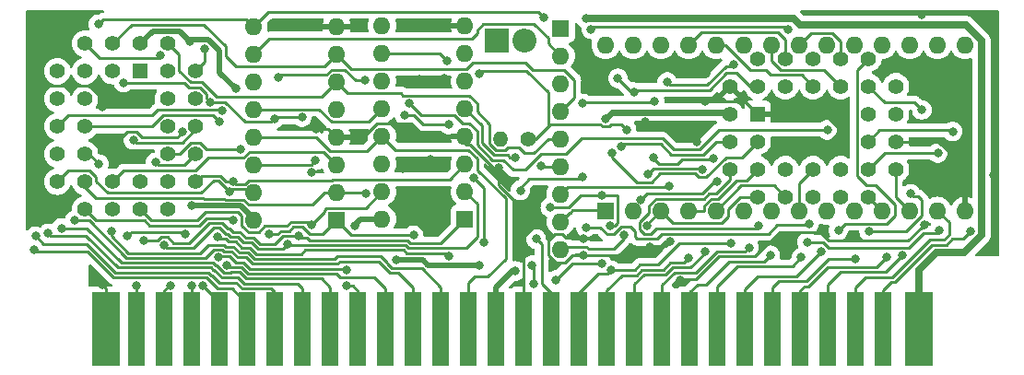
<source format=gbr>
%TF.GenerationSoftware,KiCad,Pcbnew,7.0.6*%
%TF.CreationDate,2023-08-28T12:52:06+01:00*%
%TF.ProjectId,FamiCartFlex,46616d69-4361-4727-9446-6c65782e6b69,rev?*%
%TF.SameCoordinates,Original*%
%TF.FileFunction,Copper,L1,Top*%
%TF.FilePolarity,Positive*%
%FSLAX46Y46*%
G04 Gerber Fmt 4.6, Leading zero omitted, Abs format (unit mm)*
G04 Created by KiCad (PCBNEW 7.0.6) date 2023-08-28 12:52:06*
%MOMM*%
%LPD*%
G01*
G04 APERTURE LIST*
%TA.AperFunction,ComponentPad*%
%ADD10C,1.400000*%
%TD*%
%TA.AperFunction,ComponentPad*%
%ADD11O,1.400000X1.400000*%
%TD*%
%TA.AperFunction,ComponentPad*%
%ADD12O,2.200000X2.200000*%
%TD*%
%TA.AperFunction,ComponentPad*%
%ADD13R,2.200000X2.200000*%
%TD*%
%TA.AperFunction,ComponentPad*%
%ADD14R,1.600000X1.600000*%
%TD*%
%TA.AperFunction,ComponentPad*%
%ADD15O,1.600000X1.600000*%
%TD*%
%TA.AperFunction,ComponentPad*%
%ADD16R,1.422400X1.422400*%
%TD*%
%TA.AperFunction,ComponentPad*%
%ADD17C,1.422400*%
%TD*%
%TA.AperFunction,SMDPad,CuDef*%
%ADD18R,2.600000X6.810000*%
%TD*%
%TA.AperFunction,SMDPad,CuDef*%
%ADD19R,1.600000X6.820000*%
%TD*%
%TA.AperFunction,SMDPad,CuDef*%
%ADD20R,1.620000X6.820000*%
%TD*%
%TA.AperFunction,SMDPad,CuDef*%
%ADD21R,1.560000X6.820000*%
%TD*%
%TA.AperFunction,SMDPad,CuDef*%
%ADD22R,1.580000X6.820000*%
%TD*%
%TA.AperFunction,SMDPad,CuDef*%
%ADD23R,2.600000X6.820000*%
%TD*%
%TA.AperFunction,ViaPad*%
%ADD24C,0.800000*%
%TD*%
%TA.AperFunction,Conductor*%
%ADD25C,0.250000*%
%TD*%
%TA.AperFunction,Conductor*%
%ADD26C,0.500000*%
%TD*%
%TA.AperFunction,Conductor*%
%ADD27C,0.700000*%
%TD*%
%TA.AperFunction,Conductor*%
%ADD28C,0.600000*%
%TD*%
G04 APERTURE END LIST*
D10*
%TO.P,R1,1*%
%TO.N,/r.4*%
X76490000Y-70020000D03*
D11*
%TO.P,R1,2*%
%TO.N,/bA4*%
X73950000Y-70020000D03*
%TD*%
D12*
%TO.P,D1,2,A*%
%TO.N,/cA14*%
X76090000Y-60950000D03*
D13*
%TO.P,D1,1,K*%
%TO.N,/bA4*%
X73550000Y-60950000D03*
%TD*%
D14*
%TO.P,U4,1,D2*%
%TO.N,/cD5*%
X70650000Y-77400000D03*
D15*
%TO.P,U4,2,D3*%
%TO.N,/cD6*%
X70650000Y-74860000D03*
%TO.P,U4,3,D4*%
%TO.N,/cD7*%
X70650000Y-72320000D03*
%TO.P,U4,4,Rb*%
%TO.N,GND*%
X70650000Y-69780000D03*
%TO.P,U4,5,Ra*%
%TO.N,Net-(JP6-C)*%
X70650000Y-67240000D03*
%TO.P,U4,6,Q4*%
%TO.N,/r.7*%
X70650000Y-64700000D03*
%TO.P,U4,7,Q3*%
%TO.N,/r.6*%
X70650000Y-62160000D03*
%TO.P,U4,8,GND*%
%TO.N,GND*%
X70650000Y-59620000D03*
%TO.P,U4,9,Q2*%
%TO.N,/r.5*%
X63030000Y-59620000D03*
%TO.P,U4,10,Q1*%
%TO.N,/r.4*%
X63030000Y-62160000D03*
%TO.P,U4,11,~{Er}*%
%TO.N,Net-(JP7-C)*%
X63030000Y-64700000D03*
%TO.P,U4,12,~{Ew}*%
%TO.N,/~{ROMSEL}*%
X63030000Y-67240000D03*
%TO.P,U4,13,Wb*%
%TO.N,/R~{W}*%
X63030000Y-69780000D03*
%TO.P,U4,14,Wa*%
%TO.N,Net-(JP8-C)*%
X63030000Y-72320000D03*
%TO.P,U4,15,D1*%
%TO.N,/cD4*%
X63030000Y-74860000D03*
%TO.P,U4,16,VCC*%
%TO.N,VCC*%
X63030000Y-77400000D03*
%TD*%
D14*
%TO.P,U5,1,A14*%
%TO.N,/bA6*%
X83570000Y-76640000D03*
D15*
%TO.P,U5,2,A12*%
%TO.N,/chr12*%
X86110000Y-76640000D03*
%TO.P,U5,3,A7*%
%TO.N,/pA7*%
X88650000Y-76640000D03*
%TO.P,U5,4,A6*%
%TO.N,/pA6*%
X91190000Y-76640000D03*
%TO.P,U5,5,A5*%
%TO.N,/pA5*%
X93730000Y-76640000D03*
%TO.P,U5,6,A4*%
%TO.N,/pA4*%
X96270000Y-76640000D03*
%TO.P,U5,7,A3*%
%TO.N,/pA3*%
X98810000Y-76640000D03*
%TO.P,U5,8,A2*%
%TO.N,/pA2*%
X101350000Y-76640000D03*
%TO.P,U5,9,A1*%
%TO.N,/pA1*%
X103890000Y-76640000D03*
%TO.P,U5,10,A0*%
%TO.N,/pA0*%
X106430000Y-76640000D03*
%TO.P,U5,11,Q0*%
%TO.N,/pD0*%
X108970000Y-76640000D03*
%TO.P,U5,12,Q1*%
%TO.N,/pD1*%
X111510000Y-76640000D03*
%TO.P,U5,13,Q2*%
%TO.N,/pD2*%
X114050000Y-76640000D03*
%TO.P,U5,14,GND*%
%TO.N,GND*%
X116590000Y-76640000D03*
%TO.P,U5,15,Q3*%
%TO.N,/pD3*%
X116590000Y-61400000D03*
%TO.P,U5,16,Q4*%
%TO.N,/pD4*%
X114050000Y-61400000D03*
%TO.P,U5,17,Q5*%
%TO.N,/pD5*%
X111510000Y-61400000D03*
%TO.P,U5,18,Q6*%
%TO.N,/pD6*%
X108970000Y-61400000D03*
%TO.P,U5,19,Q7*%
%TO.N,/pD7*%
X106430000Y-61400000D03*
%TO.P,U5,20,~{CS}*%
%TO.N,Net-(JP9-C)*%
X103890000Y-61400000D03*
%TO.P,U5,21,A10*%
%TO.N,/pA10*%
X101350000Y-61400000D03*
%TO.P,U5,22,~{OE}*%
%TO.N,/~{pRD}*%
X98810000Y-61400000D03*
%TO.P,U5,23,A11*%
%TO.N,/pA11*%
X96270000Y-61400000D03*
%TO.P,U5,24,A9*%
%TO.N,/pA9*%
X93730000Y-61400000D03*
%TO.P,U5,25,A8*%
%TO.N,/pA8*%
X91190000Y-61400000D03*
%TO.P,U5,26,A13*%
%TO.N,/bA5*%
X88650000Y-61400000D03*
%TO.P,U5,27,~{WE}*%
%TO.N,/~{pWR}*%
X86110000Y-61400000D03*
%TO.P,U5,28,VCC*%
%TO.N,VCC*%
X83570000Y-61400000D03*
%TD*%
D16*
%TO.P,U1,1,A18*%
%TO.N,Net-(JP2-C)*%
X40820000Y-63800000D03*
D17*
%TO.P,U1,2,A16*%
%TO.N,/bA2*%
X38280000Y-61260000D03*
%TO.P,U1,3,A15*%
%TO.N,/bA1*%
X38280000Y-63800000D03*
%TO.P,U1,4,A12*%
%TO.N,Net-(H1-cA12)*%
X35740000Y-61260000D03*
%TO.P,U1,5,A7*%
%TO.N,Net-(H1-cA7)*%
X33200000Y-63800000D03*
%TO.P,U1,6,A6*%
%TO.N,Net-(H1-cA6)*%
X35740000Y-63800000D03*
%TO.P,U1,7,A5*%
%TO.N,Net-(H1-cA5)*%
X33200000Y-66340000D03*
%TO.P,U1,8,A4*%
%TO.N,Net-(H1-cA4)*%
X35740000Y-66340000D03*
%TO.P,U1,9,A3*%
%TO.N,Net-(H1-cA3)*%
X33200000Y-68880000D03*
%TO.P,U1,10,A2*%
%TO.N,Net-(H1-cA2)*%
X35740000Y-68880000D03*
%TO.P,U1,11,A1*%
%TO.N,Net-(H1-cA1)*%
X33200000Y-71420000D03*
%TO.P,U1,12,A0*%
%TO.N,Net-(H1-cA0)*%
X35740000Y-71420000D03*
%TO.P,U1,13,D0*%
%TO.N,/cD0*%
X33200000Y-73960000D03*
%TO.P,U1,14,D1*%
%TO.N,/cD1*%
X35740000Y-76500000D03*
%TO.P,U1,15,D2*%
%TO.N,/cD2*%
X35740000Y-73960000D03*
%TO.P,U1,16,VSS*%
%TO.N,GND*%
X38280000Y-76500000D03*
%TO.P,U1,17,D3*%
%TO.N,/cD3*%
X38280000Y-73960000D03*
%TO.P,U1,18,D4*%
%TO.N,/cD4*%
X40820000Y-76500000D03*
%TO.P,U1,19,D5*%
%TO.N,/cD5*%
X40820000Y-73960000D03*
%TO.P,U1,20,D6*%
%TO.N,/cD6*%
X43360000Y-76500000D03*
%TO.P,U1,21,D7*%
%TO.N,/cD7*%
X45900000Y-73960000D03*
%TO.P,U1,22,~{CE}*%
%TO.N,/~{ROMSEL}*%
X43360000Y-73960000D03*
%TO.P,U1,23,A10*%
%TO.N,Net-(H1-cA10)*%
X45900000Y-71420000D03*
%TO.P,U1,24,~{OE}*%
%TO.N,/~{ROMSEL}*%
X43360000Y-71420000D03*
%TO.P,U1,25,A11*%
%TO.N,Net-(H1-cA11)*%
X45900000Y-68880000D03*
%TO.P,U1,26,A9*%
%TO.N,Net-(H1-cA9)*%
X43360000Y-68880000D03*
%TO.P,U1,27,A8*%
%TO.N,Net-(H1-cA8)*%
X45900000Y-66340000D03*
%TO.P,U1,28,A13*%
%TO.N,Net-(H1-cA13)*%
X43360000Y-66340000D03*
%TO.P,U1,29,A14*%
%TO.N,/bA0*%
X45900000Y-63800000D03*
%TO.P,U1,30,A17*%
%TO.N,/bA3*%
X43360000Y-61260000D03*
%TO.P,U1,31,~{WE}*%
%TO.N,VCC*%
X43360000Y-63800000D03*
%TO.P,U1,32,VDD*%
X40820000Y-61260000D03*
%TD*%
D18*
%TO.P,H1,1,GND*%
%TO.N,GND*%
X37670000Y-87495000D03*
D19*
%TO.P,H1,2,cA11*%
%TO.N,Net-(H1-cA11)*%
X40500000Y-87490000D03*
%TO.P,H1,3,cA10*%
%TO.N,Net-(H1-cA10)*%
X43040000Y-87490000D03*
D20*
%TO.P,H1,4,cA9*%
%TO.N,Net-(H1-cA9)*%
X45590000Y-87490000D03*
D19*
%TO.P,H1,5,cA8*%
%TO.N,Net-(H1-cA8)*%
X48120000Y-87490000D03*
%TO.P,H1,6,cA7*%
%TO.N,Net-(H1-cA7)*%
X50660000Y-87490000D03*
%TO.P,H1,7,cA6*%
%TO.N,Net-(H1-cA6)*%
X53200000Y-87490000D03*
%TO.P,H1,8,cA5*%
%TO.N,Net-(H1-cA5)*%
X55740000Y-87490000D03*
%TO.P,H1,9,cA4*%
%TO.N,Net-(H1-cA4)*%
X58280000Y-87490000D03*
%TO.P,H1,10,cA3*%
%TO.N,Net-(H1-cA3)*%
X60820000Y-87490000D03*
%TO.P,H1,11,cA2*%
%TO.N,Net-(H1-cA2)*%
X63360000Y-87490000D03*
%TO.P,H1,12,cA1*%
%TO.N,Net-(H1-cA1)*%
X65900000Y-87490000D03*
D21*
%TO.P,H1,13,cA0*%
%TO.N,Net-(H1-cA0)*%
X68420000Y-87490000D03*
D20*
%TO.P,H1,14,cR~{W}*%
%TO.N,/R~{W}*%
X70990000Y-87490000D03*
D19*
%TO.P,H1,15,~{IRQ}*%
%TO.N,VCC*%
X73520000Y-87490000D03*
%TO.P,H1,16,GND*%
%TO.N,GND*%
X76060000Y-87490000D03*
%TO.P,H1,17,p~{RD}*%
%TO.N,/~{pRD}*%
X78600000Y-87490000D03*
%TO.P,H1,18,vramA10*%
%TO.N,Net-(H1-vramA10)*%
X81140000Y-87490000D03*
%TO.P,H1,19,pA6*%
%TO.N,/pA6*%
X83680000Y-87490000D03*
D22*
%TO.P,H1,20,pA5*%
%TO.N,/pA5*%
X86210000Y-87490000D03*
D19*
%TO.P,H1,21,pA4*%
%TO.N,/pA4*%
X88760000Y-87490000D03*
%TO.P,H1,22,pA3*%
%TO.N,/pA3*%
X91300000Y-87490000D03*
%TO.P,H1,23,pA2*%
%TO.N,/pA2*%
X93840000Y-87490000D03*
%TO.P,H1,24,pA1*%
%TO.N,/pA1*%
X96380000Y-87490000D03*
%TO.P,H1,25,pA0*%
%TO.N,/pA0*%
X98920000Y-87490000D03*
%TO.P,H1,26,pD0*%
%TO.N,/pD0*%
X101460000Y-87490000D03*
%TO.P,H1,27,pD1*%
%TO.N,/pD1*%
X104000000Y-87490000D03*
%TO.P,H1,28,pD2*%
%TO.N,/pD2*%
X106540000Y-87490000D03*
%TO.P,H1,29,pD3*%
%TO.N,/pD3*%
X109080000Y-87490000D03*
D23*
%TO.P,H1,30,VCC*%
%TO.N,VCC*%
X112340000Y-87490000D03*
%TD*%
D14*
%TO.P,RN1,1,common*%
%TO.N,VCC*%
X79450000Y-59850000D03*
D15*
%TO.P,RN1,2,R1*%
%TO.N,/bA0*%
X79450000Y-62390000D03*
%TO.P,RN1,3,R2*%
%TO.N,/bA1*%
X79450000Y-64930000D03*
%TO.P,RN1,4,R3*%
%TO.N,/bA2*%
X79450000Y-67470000D03*
%TO.P,RN1,5,R4*%
%TO.N,/bA3*%
X79450000Y-70010000D03*
%TO.P,RN1,6,R5*%
%TO.N,/bA4*%
X79450000Y-72550000D03*
%TO.P,RN1,7,R6*%
%TO.N,/bA5*%
X79450000Y-75090000D03*
%TO.P,RN1,8,R7*%
%TO.N,/bA6*%
X79450000Y-77630000D03*
%TO.P,RN1,9,R8*%
%TO.N,/bA7*%
X79450000Y-80170000D03*
%TD*%
D16*
%TO.P,U2,1,A18*%
%TO.N,GND*%
X97540000Y-67730000D03*
D17*
%TO.P,U2,2,A16*%
%TO.N,/bA7*%
X95000000Y-70270000D03*
%TO.P,U2,3,A15*%
%TO.N,/bA6*%
X97540000Y-70270000D03*
%TO.P,U2,4,A12*%
%TO.N,/pA12*%
X95000000Y-72810000D03*
%TO.P,U2,5,A7*%
%TO.N,/pA7*%
X97540000Y-75350000D03*
%TO.P,U2,6,A6*%
%TO.N,/pA6*%
X97540000Y-72810000D03*
%TO.P,U2,7,A5*%
%TO.N,/pA5*%
X100080000Y-75350000D03*
%TO.P,U2,8,A4*%
%TO.N,/pA4*%
X100080000Y-72810000D03*
%TO.P,U2,9,A3*%
%TO.N,/pA3*%
X102620000Y-75350000D03*
%TO.P,U2,10,A2*%
%TO.N,/pA2*%
X102620000Y-72810000D03*
%TO.P,U2,11,A1*%
%TO.N,/pA1*%
X105160000Y-75350000D03*
%TO.P,U2,12,A0*%
%TO.N,/pA0*%
X105160000Y-72810000D03*
%TO.P,U2,13,D0*%
%TO.N,/pD0*%
X107700000Y-75350000D03*
%TO.P,U2,14,D1*%
%TO.N,/pD1*%
X110240000Y-72810000D03*
%TO.P,U2,15,D2*%
%TO.N,/pD2*%
X107700000Y-72810000D03*
%TO.P,U2,16,VSS*%
%TO.N,GND*%
X110240000Y-70270000D03*
%TO.P,U2,17,D3*%
%TO.N,/pD3*%
X107700000Y-70270000D03*
%TO.P,U2,18,D4*%
%TO.N,/pD4*%
X110240000Y-67730000D03*
%TO.P,U2,19,D5*%
%TO.N,/pD5*%
X107700000Y-67730000D03*
%TO.P,U2,20,D6*%
%TO.N,/pD6*%
X110240000Y-65190000D03*
%TO.P,U2,21,D7*%
%TO.N,/pD7*%
X107700000Y-62650000D03*
%TO.P,U2,22,~{CE}*%
%TO.N,/pA13*%
X107700000Y-65190000D03*
%TO.P,U2,23,A10*%
%TO.N,/pA10*%
X105160000Y-62650000D03*
%TO.P,U2,24,~{OE}*%
%TO.N,/~{pRD}*%
X105160000Y-65190000D03*
%TO.P,U2,25,A11*%
%TO.N,/pA11*%
X102620000Y-62650000D03*
%TO.P,U2,26,A9*%
%TO.N,/pA9*%
X102620000Y-65190000D03*
%TO.P,U2,27,A8*%
%TO.N,/pA8*%
X100080000Y-62650000D03*
%TO.P,U2,28,A13*%
%TO.N,/chr12*%
X100080000Y-65190000D03*
%TO.P,U2,29,A14*%
%TO.N,/bA5*%
X97540000Y-62650000D03*
%TO.P,U2,30,A17*%
%TO.N,GND*%
X95000000Y-65190000D03*
%TO.P,U2,31,~{WE}*%
%TO.N,/~{pWR}*%
X97540000Y-65190000D03*
%TO.P,U2,32,VDD*%
%TO.N,VCC*%
X95000000Y-67730000D03*
%TD*%
D14*
%TO.P,U3,1,D2*%
%TO.N,/cD1*%
X58850000Y-77500000D03*
D15*
%TO.P,U3,2,D3*%
%TO.N,/cD2*%
X58850000Y-74960000D03*
%TO.P,U3,3,D4*%
%TO.N,/cD3*%
X58850000Y-72420000D03*
%TO.P,U3,4,Rb*%
%TO.N,GND*%
X58850000Y-69880000D03*
%TO.P,U3,5,Ra*%
%TO.N,Net-(JP8-C)*%
X58850000Y-67340000D03*
%TO.P,U3,6,Q4*%
%TO.N,/bA3*%
X58850000Y-64800000D03*
%TO.P,U3,7,Q3*%
%TO.N,/bA2*%
X58850000Y-62260000D03*
%TO.P,U3,8,GND*%
%TO.N,GND*%
X58850000Y-59720000D03*
%TO.P,U3,9,Q2*%
%TO.N,/bA1*%
X51230000Y-59720000D03*
%TO.P,U3,10,Q1*%
%TO.N,/bA0*%
X51230000Y-62260000D03*
%TO.P,U3,11,~{Er}*%
%TO.N,Net-(JP3-C)*%
X51230000Y-64800000D03*
%TO.P,U3,12,~{Ew}*%
%TO.N,/~{ROMSEL}*%
X51230000Y-67340000D03*
%TO.P,U3,13,Wb*%
%TO.N,/R~{W}*%
X51230000Y-69880000D03*
%TO.P,U3,14,Wa*%
%TO.N,Net-(JP8-C)*%
X51230000Y-72420000D03*
%TO.P,U3,15,D1*%
%TO.N,/cD0*%
X51230000Y-74960000D03*
%TO.P,U3,16,VCC*%
%TO.N,VCC*%
X51230000Y-77500000D03*
%TD*%
D24*
%TO.N,GND*%
X73771712Y-72699500D03*
%TO.N,Net-(JP6-C)*%
X75250500Y-71714696D03*
%TO.N,/bA1*%
X77900000Y-58850000D03*
%TO.N,/bA4*%
X77600500Y-72494828D03*
%TO.N,/r.4*%
X71949750Y-64024250D03*
%TO.N,Net-(H1-cA11)*%
X40500000Y-83480498D03*
X40182800Y-70104000D03*
%TO.N,/~{pWR}*%
X84707300Y-64465200D03*
X86156800Y-65735200D03*
%TO.N,GND*%
X67700000Y-76800000D03*
X67056000Y-69799200D03*
X56600000Y-73100000D03*
X37338000Y-67056000D03*
X66548000Y-59669500D03*
X90400000Y-83019400D03*
X101500000Y-71100000D03*
X112877600Y-77921100D03*
X92679000Y-66579000D03*
X81549139Y-79207051D03*
X66497200Y-64516000D03*
X87172800Y-68477300D03*
X87675500Y-79925796D03*
X31115000Y-63754000D03*
X67462400Y-71882000D03*
X44677348Y-69352295D03*
X112600000Y-58600000D03*
X119176800Y-73355200D03*
X68732400Y-64465200D03*
X85800000Y-80250000D03*
X64922400Y-72796400D03*
X92800000Y-64000000D03*
X91910500Y-70270000D03*
X85385500Y-63283000D03*
X81549500Y-80674500D03*
X38354000Y-70612000D03*
X56946800Y-69088000D03*
X89500000Y-79449500D03*
X37342452Y-83432950D03*
%TO.N,Net-(H1-cA10)*%
X43600000Y-83479998D03*
X42228100Y-72199300D03*
%TO.N,Net-(H1-cA9)*%
X45512299Y-83480498D03*
%TO.N,Net-(H1-cA8)*%
X46600000Y-83479998D03*
%TO.N,Net-(H1-cA7)*%
X31104949Y-80246562D03*
%TO.N,Net-(H1-cA6)*%
X31217399Y-78967801D03*
%TO.N,Net-(H1-cA5)*%
X32380850Y-78718750D03*
%TO.N,Net-(H1-cA4)*%
X33578800Y-78227000D03*
%TO.N,Net-(H1-cA3)*%
X59757213Y-83541163D03*
X59786811Y-82028700D03*
X48024599Y-80923429D03*
X48368805Y-67384395D03*
%TO.N,Net-(H1-cA2)*%
X48113700Y-68478400D03*
X48792698Y-81607301D03*
%TO.N,Net-(H1-cA1)*%
X34798000Y-77502500D03*
%TO.N,Net-(H1-cA0)*%
X38201600Y-78536800D03*
X37033200Y-72339200D03*
%TO.N,Net-(H1-vramA10)*%
X78500000Y-76300000D03*
X84000000Y-78039502D03*
X84087701Y-82087701D03*
X83250000Y-75240498D03*
X95046800Y-79654400D03*
%TO.N,VCC*%
X44964100Y-78790800D03*
X83596586Y-68160500D03*
X81788000Y-58978800D03*
X71983600Y-81635600D03*
X64312800Y-81127600D03*
X60553600Y-77978000D03*
X45570700Y-76170700D03*
X75294000Y-82159300D03*
X49580800Y-65417100D03*
X45415200Y-61061600D03*
X39661500Y-78972786D03*
%TO.N,/~{pRD}*%
X100330000Y-60000900D03*
X77200000Y-79224500D03*
X82245200Y-59944000D03*
%TO.N,/pD0*%
X109372400Y-80873600D03*
%TO.N,/pD1*%
X110821900Y-80724500D03*
%TO.N,/pD2*%
X114096800Y-71323200D03*
%TO.N,/pD3*%
X115465000Y-69342000D03*
X117124500Y-78496353D03*
%TO.N,Net-(H1-cA12)*%
X42655072Y-62364996D03*
%TO.N,/bA0*%
X46736000Y-61772800D03*
%TO.N,/cD7*%
X49375702Y-73900700D03*
%TO.N,/cD6*%
X54400000Y-79660500D03*
X43030700Y-79778700D03*
%TO.N,/cD5*%
X41131700Y-79362900D03*
X55336148Y-78928252D03*
%TO.N,/cD4*%
X56576355Y-77894865D03*
%TO.N,/cD2*%
X61544500Y-75082400D03*
%TO.N,/cD1*%
X65938400Y-78892400D03*
X52623895Y-78760500D03*
X49380500Y-77511368D03*
%TO.N,/cD0*%
X49034666Y-74871200D03*
X69138800Y-80791900D03*
X47917700Y-79024429D03*
%TO.N,/~{ROMSEL}*%
X50052406Y-70982005D03*
%TO.N,/pD7*%
X104952800Y-78435200D03*
%TO.N,/pD6*%
X111607600Y-75082400D03*
X107797600Y-78536800D03*
%TO.N,/bA1*%
X36982400Y-59499300D03*
%TO.N,/bA4*%
X65074800Y-67818000D03*
X53543200Y-64414400D03*
X61468000Y-64668400D03*
X69138800Y-68681600D03*
%TO.N,/bA5*%
X95326898Y-63204496D03*
X89445500Y-74340500D03*
X89231847Y-64793754D03*
%TO.N,/bA6*%
X84156974Y-71286947D03*
%TO.N,/bA7*%
X85000000Y-70750000D03*
X85272747Y-78848247D03*
%TO.N,/pA13*%
X114249200Y-78435200D03*
X102074500Y-79502000D03*
X81749500Y-78161459D03*
X75750000Y-74750000D03*
X112623600Y-67360800D03*
X102250000Y-77875500D03*
X81450500Y-73557064D03*
%TO.N,/pA12*%
X81490000Y-66760000D03*
X93459995Y-71859996D03*
X88087200Y-66598800D03*
X88000000Y-71700000D03*
X97586800Y-78000000D03*
%TO.N,/pA7*%
X87420706Y-78026296D03*
%TO.N,/pA6*%
X91190000Y-81000000D03*
%TO.N,/pA5*%
X92724500Y-80378900D03*
%TO.N,/pA4*%
X96750000Y-80000000D03*
%TO.N,/pA3*%
X98704400Y-80721200D03*
%TO.N,/pA2*%
X101549200Y-80924400D03*
%TO.N,/pA1*%
X103378000Y-80352300D03*
%TO.N,/pA0*%
X106527600Y-81076800D03*
%TO.N,/cA14*%
X53136800Y-68173600D03*
X55676800Y-68034500D03*
X39296535Y-64849495D03*
X47218874Y-66634276D03*
%TO.N,Net-(JP8-C)*%
X56896000Y-72019500D03*
%TO.N,Net-(JP7-C)*%
X65518700Y-66764500D03*
X103936800Y-69189600D03*
%TO.N,/r.4*%
X85500000Y-69159500D03*
X69037200Y-62850500D03*
%TO.N,/r.7*%
X71433200Y-73566800D03*
X83245764Y-81518065D03*
X76836846Y-81648777D03*
X76966992Y-83348277D03*
X78987701Y-82987701D03*
X72390000Y-79500000D03*
%TO.N,/chr12*%
X86800744Y-75614260D03*
X93819503Y-73919503D03*
X92427042Y-72808500D03*
X87475500Y-73304400D03*
%TD*%
D25*
%TO.N,GND*%
X70650000Y-69780000D02*
X70650000Y-70450000D01*
X70650000Y-70450000D02*
X70792522Y-70592522D01*
X70792522Y-70592522D02*
X71149909Y-70592522D01*
X71149909Y-70592522D02*
X73256887Y-72699500D01*
X73256887Y-72699500D02*
X73771712Y-72699500D01*
X73771712Y-72699500D02*
X73771712Y-74243611D01*
X76060000Y-76531899D02*
X76060000Y-79000000D01*
X73771712Y-74243611D02*
X76060000Y-76531899D01*
%TO.N,Net-(JP7-C)*%
X71775000Y-70581217D02*
X71775000Y-69314009D01*
X79965000Y-71425000D02*
X77645023Y-71425000D01*
X73168783Y-71975000D02*
X71775000Y-70581217D01*
X74175000Y-71975000D02*
X73168783Y-71975000D01*
X75080000Y-72880000D02*
X74175000Y-71975000D01*
X92210805Y-70995000D02*
X89795000Y-70995000D01*
X76190023Y-72880000D02*
X75080000Y-72880000D01*
X69687809Y-67868800D02*
X66623000Y-67868800D01*
X77645023Y-71425000D02*
X76190023Y-72880000D01*
X70419009Y-68600000D02*
X69687809Y-67868800D01*
X88800000Y-70000000D02*
X81390000Y-70000000D01*
X94016205Y-69189600D02*
X92210805Y-70995000D01*
X71775000Y-69314009D02*
X71060991Y-68600000D01*
X81390000Y-70000000D02*
X79965000Y-71425000D01*
X89795000Y-70995000D02*
X88800000Y-70000000D01*
X103936800Y-69189600D02*
X94016205Y-69189600D01*
X71060991Y-68600000D02*
X70419009Y-68600000D01*
X66623000Y-67868800D02*
X65518700Y-66764500D01*
%TO.N,Net-(JP6-C)*%
X72225000Y-70394821D02*
X72225000Y-68815000D01*
X75250500Y-71714696D02*
X74750287Y-71714696D01*
X74750287Y-71714696D02*
X74560591Y-71525000D01*
X74560591Y-71525000D02*
X73355179Y-71525000D01*
X72225000Y-68815000D02*
X70650000Y-67240000D01*
X73355179Y-71525000D02*
X72225000Y-70394821D01*
%TO.N,/bA3*%
X79450000Y-70010000D02*
X78310000Y-70010000D01*
X78310000Y-70010000D02*
X76970000Y-71350000D01*
X76970000Y-71350000D02*
X76100000Y-71350000D01*
X76100000Y-71350000D02*
X75570000Y-70820000D01*
X75570000Y-70820000D02*
X74599569Y-70820000D01*
X74599569Y-70820000D02*
X74344569Y-71075000D01*
X74344569Y-71075000D02*
X73541575Y-71075000D01*
%TO.N,/bA1*%
X77900000Y-58850000D02*
X77400000Y-58350000D01*
X77400000Y-58350000D02*
X52600000Y-58350000D01*
X52600000Y-58350000D02*
X51230000Y-59720000D01*
%TO.N,/bA2*%
X58850000Y-62260000D02*
X60165500Y-63575500D01*
X60165500Y-63575500D02*
X70825491Y-63575500D01*
X80700000Y-66220000D02*
X79450000Y-67470000D01*
X70825491Y-63575500D02*
X71342138Y-63058853D01*
X71342138Y-63058853D02*
X76241546Y-63058853D01*
X76241546Y-63058853D02*
X76872693Y-63690000D01*
X76872693Y-63690000D02*
X79800991Y-63690000D01*
X79800991Y-63690000D02*
X80700000Y-64589009D01*
X80700000Y-64589009D02*
X80700000Y-66220000D01*
%TO.N,/r.4*%
X76490000Y-70020000D02*
X77150000Y-70020000D01*
X77150000Y-70020000D02*
X78285000Y-68885000D01*
%TO.N,/pA12*%
X81490000Y-66760000D02*
X81549600Y-66700400D01*
X81549600Y-66700400D02*
X87985600Y-66700400D01*
X87985600Y-66700400D02*
X88087200Y-66598800D01*
%TO.N,/r.4*%
X78285000Y-68885000D02*
X78480000Y-68690000D01*
X83896891Y-68885500D02*
X84092391Y-68690000D01*
X78480000Y-68690000D02*
X83100781Y-68690000D01*
X83100781Y-68690000D02*
X83296281Y-68885500D01*
X83296281Y-68885500D02*
X83896891Y-68885500D01*
X84092391Y-68690000D02*
X85030500Y-68690000D01*
X85030500Y-68690000D02*
X85500000Y-69159500D01*
%TO.N,/bA3*%
X73541575Y-71045000D02*
X73511575Y-71045000D01*
X73511575Y-71045000D02*
X72925000Y-70458425D01*
%TO.N,/r.4*%
X78285000Y-65738703D02*
X78285000Y-68885000D01*
X76312975Y-63766678D02*
X78285000Y-65738703D01*
X71949750Y-64024250D02*
X72207322Y-63766678D01*
X72207322Y-63766678D02*
X76312975Y-63766678D01*
%TO.N,/bA3*%
X72925000Y-70458425D02*
X72925000Y-68660460D01*
X72925000Y-68660460D02*
X72839838Y-68569771D01*
X72839838Y-68569771D02*
X71791364Y-67521297D01*
X71791364Y-67521297D02*
X71775000Y-67521297D01*
%TO.N,/bA0*%
X79450000Y-62390000D02*
X78325000Y-61265000D01*
X78325000Y-61265000D02*
X78325000Y-60775000D01*
X78325000Y-60775000D02*
X77000000Y-59450000D01*
X77000000Y-59450000D02*
X72350000Y-59450000D01*
X71775000Y-60025000D02*
X71775000Y-60325000D01*
X72350000Y-59450000D02*
X71775000Y-60025000D01*
X71775000Y-60325000D02*
X71255000Y-60845000D01*
X71255000Y-60845000D02*
X58384009Y-60845000D01*
%TO.N,/bA4*%
X79450000Y-72550000D02*
X77655672Y-72550000D01*
X77655672Y-72550000D02*
X77600500Y-72494828D01*
%TO.N,/bA3*%
X64164395Y-65825000D02*
X59875000Y-65825000D01*
X64164895Y-65824500D02*
X64164395Y-65825000D01*
X64765505Y-65824500D02*
X64164895Y-65824500D01*
X64981005Y-66040000D02*
X64765505Y-65824500D01*
X71040991Y-66040000D02*
X64981005Y-66040000D01*
X71775000Y-66774009D02*
X71040991Y-66040000D01*
X71775000Y-67521297D02*
X71775000Y-66774009D01*
X59875000Y-65825000D02*
X58850000Y-64800000D01*
%TO.N,/pA13*%
X76575000Y-73675000D02*
X75750000Y-74500000D01*
X81450500Y-73557064D02*
X81332564Y-73675000D01*
X81332564Y-73675000D02*
X76575000Y-73675000D01*
X75750000Y-74500000D02*
X75750000Y-74750000D01*
%TO.N,/R~{W}*%
X70980000Y-86930000D02*
X70980000Y-83220000D01*
X71775000Y-72883295D02*
X71775000Y-71854009D01*
X70980000Y-83220000D02*
X71541800Y-82658200D01*
X58237196Y-71170800D02*
X56946396Y-69880000D01*
X74385000Y-75493295D02*
X71775000Y-72883295D01*
X71775000Y-71854009D02*
X70963513Y-71042522D01*
X63030000Y-69780000D02*
X61639200Y-71170800D01*
X74385000Y-81021505D02*
X74385000Y-75493295D01*
X56946396Y-69880000D02*
X51230000Y-69880000D01*
X61639200Y-71170800D02*
X58237196Y-71170800D01*
X64292522Y-71042522D02*
X63030000Y-69780000D01*
X71541800Y-82658200D02*
X72748305Y-82658200D01*
X70963513Y-71042522D02*
X64292522Y-71042522D01*
X72748305Y-82658200D02*
X74385000Y-81021505D01*
%TO.N,Net-(H1-cA11)*%
X40462600Y-70383800D02*
X44671148Y-70383800D01*
X40182800Y-70104000D02*
X40462600Y-70383800D01*
X44671148Y-70383800D02*
X45900000Y-69154948D01*
X45900000Y-69154948D02*
X45900000Y-68880000D01*
X40500000Y-83480498D02*
X40500000Y-86930000D01*
%TO.N,/~{pWR}*%
X84707300Y-64465200D02*
X85977300Y-65735200D01*
X86156800Y-65735200D02*
X86367200Y-65524800D01*
X93099596Y-65524800D02*
X94694900Y-63929496D01*
X85977300Y-65735200D02*
X86156800Y-65735200D01*
X94694900Y-63929496D02*
X95575104Y-63929496D01*
X96835608Y-65190000D02*
X97540000Y-65190000D01*
X86367200Y-65524800D02*
X93099596Y-65524800D01*
X95575104Y-63929496D02*
X96835608Y-65190000D01*
%TO.N,GND*%
X116590000Y-72690000D02*
X116590000Y-76640000D01*
X114170000Y-70270000D02*
X116590000Y-72690000D01*
X44677348Y-69419452D02*
X44188800Y-69908000D01*
X103287401Y-78600000D02*
X99545400Y-78600000D01*
X37338000Y-66338000D02*
X37338000Y-67056000D01*
X76060000Y-79000000D02*
X76060000Y-87434000D01*
X81549139Y-79207051D02*
X81442088Y-79100000D01*
X39587000Y-69379000D02*
X38354000Y-70612000D01*
X90469400Y-82950000D02*
X90400000Y-83019400D01*
X87675500Y-79925796D02*
X87701296Y-79900000D01*
X103716253Y-67730000D02*
X104900000Y-68913747D01*
X111365590Y-79400000D02*
X104087401Y-79400000D01*
X66852800Y-69799200D02*
X65684400Y-68630800D01*
X79810991Y-81400000D02*
X80536491Y-80674500D01*
X95000000Y-65190000D02*
X96355000Y-66545000D01*
X112603100Y-78195600D02*
X112569990Y-78195600D01*
X44677348Y-69352295D02*
X44677348Y-69419452D01*
X41020305Y-69916200D02*
X40483105Y-69379000D01*
X65684400Y-68630800D02*
X62588209Y-68630800D01*
X79625991Y-78755000D02*
X78945000Y-78755000D01*
X96321000Y-66579000D02*
X92679000Y-66579000D01*
X77800000Y-78100000D02*
X76960000Y-78100000D01*
X61339009Y-69880000D02*
X58850000Y-69880000D01*
X90067300Y-68477300D02*
X91860000Y-70270000D01*
X58058000Y-69088000D02*
X56997600Y-69088000D01*
X96355000Y-66545000D02*
X96321000Y-66579000D01*
X58850000Y-69880000D02*
X58058000Y-69088000D01*
X91886396Y-82950000D02*
X90469400Y-82950000D01*
X112877600Y-77921100D02*
X112603100Y-78195600D01*
X85375500Y-80674500D02*
X85800000Y-80250000D01*
X87701296Y-79900000D02*
X89049500Y-79900000D01*
X62588209Y-68630800D02*
X61339009Y-69880000D01*
X112569990Y-78195600D02*
X111365590Y-79400000D01*
X86124204Y-79925796D02*
X85800000Y-80250000D01*
X67056000Y-69799200D02*
X66852800Y-69799200D01*
X78945000Y-78755000D02*
X78325000Y-79375000D01*
X97316000Y-80829400D02*
X94006996Y-80829400D01*
X110240000Y-70270000D02*
X114170000Y-70270000D01*
X66597500Y-59620000D02*
X66548000Y-59669500D01*
X87172800Y-68477300D02*
X87130500Y-68435000D01*
X80536491Y-80674500D02*
X85375500Y-80674500D01*
X32461000Y-65100000D02*
X36100000Y-65100000D01*
X37670000Y-83760498D02*
X37670000Y-87439000D01*
X79970991Y-79100000D02*
X79625991Y-78755000D01*
X67462400Y-71882000D02*
X65836800Y-71882000D01*
X97540000Y-67730000D02*
X103716253Y-67730000D01*
X104900000Y-69500000D02*
X103300000Y-71100000D01*
X76960000Y-78100000D02*
X76060000Y-79000000D01*
X87675500Y-79925796D02*
X86124204Y-79925796D01*
X78325000Y-80725000D02*
X79000000Y-81400000D01*
X67075200Y-69780000D02*
X70650000Y-69780000D01*
X87172800Y-68477300D02*
X90067300Y-68477300D01*
X103300000Y-71100000D02*
X101500000Y-71100000D01*
X94006996Y-80829400D02*
X91886396Y-82950000D01*
X66548000Y-64465200D02*
X66497200Y-64516000D01*
X67056000Y-69799200D02*
X67075200Y-69780000D01*
X65836800Y-71882000D02*
X64922400Y-72796400D01*
X31115000Y-63754000D02*
X32461000Y-65100000D01*
X56997600Y-69088000D02*
X56946800Y-69088000D01*
X99545400Y-78600000D02*
X97316000Y-80829400D01*
X96355000Y-66545000D02*
X97540000Y-67730000D01*
X78650000Y-78950000D02*
X77800000Y-78100000D01*
X104900000Y-68913747D02*
X104900000Y-69500000D01*
X37342452Y-83432950D02*
X37670000Y-83760498D01*
X104087401Y-79400000D02*
X103287401Y-78600000D01*
X70650000Y-59620000D02*
X66597500Y-59620000D01*
X40483105Y-69379000D02*
X39587000Y-69379000D01*
X68732400Y-64465200D02*
X66548000Y-64465200D01*
X43789209Y-69916200D02*
X41020305Y-69916200D01*
X78325000Y-79375000D02*
X78325000Y-80725000D01*
X43797409Y-69908000D02*
X43789209Y-69916200D01*
X81442088Y-79100000D02*
X79970991Y-79100000D01*
X36100000Y-65100000D02*
X37338000Y-66338000D01*
X92800000Y-64000000D02*
X92083000Y-63283000D01*
X44188800Y-69908000D02*
X43797409Y-69908000D01*
X92083000Y-63283000D02*
X85385500Y-63283000D01*
X79000000Y-81400000D02*
X79810991Y-81400000D01*
X89049500Y-79900000D02*
X89500000Y-79449500D01*
%TO.N,Net-(H1-cA10)*%
X43600000Y-83479998D02*
X43520002Y-83479998D01*
X44863800Y-72456200D02*
X45900000Y-71420000D01*
X43040000Y-83960000D02*
X43040000Y-86930000D01*
X43520002Y-83479998D02*
X43040000Y-83960000D01*
X42485000Y-72456200D02*
X44863800Y-72456200D01*
X42228100Y-72199300D02*
X42485000Y-72456200D01*
%TO.N,Net-(H1-cA9)*%
X45512299Y-86862299D02*
X45580000Y-86930000D01*
X45512299Y-83480498D02*
X45512299Y-86862299D01*
%TO.N,Net-(H1-cA8)*%
X46600000Y-83479998D02*
X48120000Y-84999998D01*
X48120000Y-84999998D02*
X48120000Y-86930000D01*
%TO.N,Net-(H1-cA7)*%
X38382706Y-82755498D02*
X46922881Y-82755498D01*
X31258887Y-80400500D02*
X36027708Y-80400500D01*
X50660000Y-85170000D02*
X50660000Y-86930000D01*
X46922881Y-82755498D02*
X47922383Y-83755000D01*
X31104949Y-80246562D02*
X31258887Y-80400500D01*
X49245000Y-83755000D02*
X50660000Y-85170000D01*
X47922383Y-83755000D02*
X49245000Y-83755000D01*
X36027708Y-80400500D02*
X38382706Y-82755498D01*
%TO.N,Net-(H1-cA6)*%
X48119601Y-83232301D02*
X49648697Y-83232301D01*
X35939604Y-79676000D02*
X38566804Y-82303200D01*
X38566804Y-82303200D02*
X42849091Y-82303200D01*
X47351502Y-82548429D02*
X47435729Y-82548429D01*
X42851389Y-82305498D02*
X47108571Y-82305498D01*
X50171396Y-83755000D02*
X52815000Y-83755000D01*
X47108571Y-82305498D02*
X47351502Y-82548429D01*
X31925598Y-79676000D02*
X35939604Y-79676000D01*
X47435729Y-82548429D02*
X48119601Y-83232301D01*
X49648697Y-83232301D02*
X50171396Y-83755000D01*
X52815000Y-83755000D02*
X53200000Y-84140000D01*
X53200000Y-84140000D02*
X53200000Y-86930000D01*
X42849091Y-82303200D02*
X42851389Y-82305498D01*
X31217399Y-78967801D02*
X31925598Y-79676000D01*
%TO.N,Net-(H1-cA5)*%
X32614100Y-78952000D02*
X35852000Y-78952000D01*
X47537898Y-82098429D02*
X47622125Y-82098429D01*
X49279399Y-82782301D02*
X49344900Y-82716800D01*
X47294967Y-81855498D02*
X47537898Y-82098429D01*
X38753200Y-81853200D02*
X43035487Y-81853200D01*
X32380850Y-78718750D02*
X32614100Y-78952000D01*
X43035487Y-81853200D02*
X43037785Y-81855498D01*
X43037785Y-81855498D02*
X47294967Y-81855498D01*
X55305000Y-83305000D02*
X55740000Y-83740000D01*
X35852000Y-78952000D02*
X38753200Y-81853200D01*
X47622125Y-82098429D02*
X48305997Y-82782301D01*
X50357792Y-83305000D02*
X55305000Y-83305000D01*
X48305997Y-82782301D02*
X49279399Y-82782301D01*
X55740000Y-83740000D02*
X55740000Y-86930000D01*
X49769592Y-82716800D02*
X50357792Y-83305000D01*
X49344900Y-82716800D02*
X49769592Y-82716800D01*
%TO.N,Net-(H1-cA4)*%
X49955988Y-82266800D02*
X49158504Y-82266800D01*
X50544188Y-82855000D02*
X49955988Y-82266800D01*
X58280000Y-83680000D02*
X57455000Y-82855000D01*
X57455000Y-82855000D02*
X50544188Y-82855000D01*
X43221883Y-81403200D02*
X39089592Y-81403200D01*
X35913392Y-78227000D02*
X33578800Y-78227000D01*
X58280000Y-86930000D02*
X58280000Y-83680000D01*
X49158504Y-82266800D02*
X49093003Y-82332301D01*
X47808521Y-81648429D02*
X47724294Y-81648429D01*
X39089592Y-81403200D02*
X35913392Y-78227000D01*
X48492393Y-82332301D02*
X47808521Y-81648429D01*
X43224181Y-81405498D02*
X43221883Y-81403200D01*
X47481363Y-81405498D02*
X43224181Y-81405498D01*
X49093003Y-82332301D02*
X48492393Y-82332301D01*
X47724294Y-81648429D02*
X47481363Y-81405498D01*
%TO.N,Net-(H1-cA3)*%
X48446810Y-67462400D02*
X48368805Y-67384395D01*
X41935801Y-67843800D02*
X42403401Y-67376200D01*
X50328780Y-81366800D02*
X50916980Y-81955000D01*
X48130728Y-80817300D02*
X49027295Y-80817300D01*
X49576795Y-81366800D02*
X50328780Y-81366800D01*
X48463200Y-67462400D02*
X48446810Y-67462400D01*
X34236200Y-67843800D02*
X41935801Y-67843800D01*
X49027295Y-80817300D02*
X49576795Y-81366800D01*
X48377000Y-67376200D02*
X48463200Y-67462400D01*
X33200000Y-68880000D02*
X34236200Y-67843800D01*
X48024599Y-80923429D02*
X48130728Y-80817300D01*
X59757213Y-83541163D02*
X60341163Y-83541163D01*
X59713111Y-81955000D02*
X59786811Y-82028700D01*
X42403401Y-67376200D02*
X48377000Y-67376200D01*
X60341163Y-83541163D02*
X60820000Y-84020000D01*
X50916980Y-81955000D02*
X59713111Y-81955000D01*
X60820000Y-84020000D02*
X60820000Y-86930000D01*
%TO.N,Net-(H1-cA2)*%
X48792698Y-81607301D02*
X49002197Y-81816800D01*
X63360000Y-83760000D02*
X63360000Y-86930000D01*
X58824495Y-82405000D02*
X59172695Y-82753200D01*
X48113700Y-68478400D02*
X47479100Y-67843800D01*
X49002197Y-81816800D02*
X50142384Y-81816800D01*
X47479100Y-67843800D02*
X42930791Y-67843800D01*
X50142384Y-81816800D02*
X50730584Y-82405000D01*
X41894591Y-68880000D02*
X35740000Y-68880000D01*
X50730584Y-82405000D02*
X58824495Y-82405000D01*
X42930791Y-67843800D02*
X41894591Y-68880000D01*
X59172695Y-82753200D02*
X62353200Y-82753200D01*
X62353200Y-82753200D02*
X63360000Y-83760000D01*
%TO.N,Net-(H1-cA1)*%
X50515176Y-80916800D02*
X49763191Y-80916800D01*
X59172695Y-81303700D02*
X58971395Y-81505000D01*
X48493775Y-80367300D02*
X48324904Y-80198429D01*
X65900000Y-83700000D02*
X64539600Y-82339600D01*
X34831700Y-77536200D02*
X34798000Y-77502500D01*
X58971395Y-81505000D02*
X51103376Y-81505000D01*
X46852782Y-80955498D02*
X43410577Y-80955498D01*
X43410577Y-80955498D02*
X43408279Y-80953200D01*
X64539600Y-82339600D02*
X63774799Y-82339600D01*
X51103376Y-81505000D02*
X50515176Y-80916800D01*
X65900000Y-86930000D02*
X65900000Y-83700000D01*
X63774799Y-82339600D02*
X63087000Y-81651801D01*
X62771904Y-81303700D02*
X59172695Y-81303700D01*
X47609851Y-80198429D02*
X46852782Y-80955498D01*
X63087000Y-81618796D02*
X62771904Y-81303700D01*
X49213691Y-80367300D02*
X48493775Y-80367300D01*
X43408279Y-80953200D02*
X39551200Y-80953200D01*
X48324904Y-80198429D02*
X47609851Y-80198429D01*
X39551200Y-80953200D02*
X36134200Y-77536200D01*
X36134200Y-77536200D02*
X34831700Y-77536200D01*
X63087000Y-81651801D02*
X63087000Y-81618796D01*
X49763191Y-80916800D02*
X49213691Y-80367300D01*
%TO.N,Net-(H1-cA0)*%
X48511800Y-79748929D02*
X47081573Y-79748929D01*
X48680171Y-79917300D02*
X48511800Y-79748929D01*
X51289772Y-81055000D02*
X50701572Y-80466800D01*
X63537000Y-81465405D02*
X63537000Y-81432400D01*
X68440000Y-86930000D02*
X68440000Y-83640000D01*
X63537000Y-81432400D02*
X62927400Y-80822800D01*
X58697200Y-81055000D02*
X51289772Y-81055000D01*
X63961195Y-81889600D02*
X63537000Y-81465405D01*
X68440000Y-83640000D02*
X66689600Y-81889600D01*
X50701572Y-80466800D02*
X49949587Y-80466800D01*
X38201600Y-78967204D02*
X38201600Y-78536800D01*
X49949587Y-80466800D02*
X49400087Y-79917300D01*
X35740000Y-71420000D02*
X36114000Y-71420000D01*
X49400087Y-79917300D02*
X48680171Y-79917300D01*
X47081573Y-79748929D02*
X46327302Y-80503200D01*
X36114000Y-71420000D02*
X37033200Y-72339200D01*
X62927400Y-80822800D02*
X58929400Y-80822800D01*
X58929400Y-80822800D02*
X58697200Y-81055000D01*
X66689600Y-81889600D02*
X63961195Y-81889600D01*
X39737596Y-80503200D02*
X38201600Y-78967204D01*
X46327302Y-80503200D02*
X39737596Y-80503200D01*
%TO.N,Net-(H1-vramA10)*%
X84087701Y-82087701D02*
X86239507Y-82087701D01*
X90320405Y-79654400D02*
X95046800Y-79654400D01*
X82900000Y-82400000D02*
X81140000Y-84160000D01*
X86239507Y-82087701D02*
X86727208Y-81600000D01*
X88374805Y-81600000D02*
X90320405Y-79654400D01*
X81259502Y-75240498D02*
X84695000Y-75240498D01*
X84420498Y-78039502D02*
X84000000Y-78039502D01*
X80147331Y-76352669D02*
X78552669Y-76352669D01*
X80147331Y-76352669D02*
X81259502Y-75240498D01*
X81140000Y-84160000D02*
X81140000Y-86930000D01*
X84695000Y-75240498D02*
X84695000Y-77765000D01*
X84695000Y-77765000D02*
X84420498Y-78039502D01*
X78552669Y-76352669D02*
X78500000Y-76300000D01*
X84087701Y-82087701D02*
X83775402Y-82400000D01*
X86727208Y-81600000D02*
X88374805Y-81600000D01*
X83775402Y-82400000D02*
X82900000Y-82400000D01*
D26*
%TO.N,VCC*%
X73520000Y-87490000D02*
X73520000Y-83680000D01*
X73520000Y-83680000D02*
X75109500Y-82090500D01*
X51230000Y-77364163D02*
X50036537Y-76170700D01*
X60730500Y-77801100D02*
X60553600Y-77978000D01*
D27*
X112340000Y-82040761D02*
X113930761Y-80450000D01*
D25*
X39661500Y-78972786D02*
X40030586Y-78603700D01*
D26*
X60730500Y-77724000D02*
X60730500Y-77801100D01*
D25*
X95000000Y-67730000D02*
X94847800Y-67577800D01*
D26*
X48091400Y-61909000D02*
X47105200Y-60922800D01*
D27*
X113930761Y-80450000D02*
X116514356Y-80450000D01*
D26*
X75109500Y-82090500D02*
X75225200Y-82090500D01*
X44452400Y-60098800D02*
X41981200Y-60098800D01*
D27*
X112340000Y-87490000D02*
X112340000Y-82040761D01*
D26*
X66778273Y-81165100D02*
X64262000Y-81165100D01*
D28*
X83596586Y-68160500D02*
X84179286Y-67577800D01*
D27*
X100838000Y-58978800D02*
X81788000Y-58978800D01*
X118110000Y-61010811D02*
X116687589Y-59588400D01*
D26*
X71983600Y-81635600D02*
X71977300Y-81641900D01*
X63030000Y-77400000D02*
X61054500Y-77400000D01*
D25*
X44777000Y-78603700D02*
X44964100Y-78790800D01*
D27*
X116514356Y-80450000D02*
X118110000Y-78854356D01*
D26*
X48091400Y-63927700D02*
X48091400Y-61909000D01*
X64275300Y-81165100D02*
X64312800Y-81127600D01*
X45415200Y-61061600D02*
X44452400Y-60098800D01*
X71977300Y-81641900D02*
X67255073Y-81641900D01*
X75225200Y-82090500D02*
X75294000Y-82159300D01*
D27*
X118110000Y-78854356D02*
X118110000Y-61010811D01*
X116687589Y-59588400D02*
X101447600Y-59588400D01*
D26*
X67255073Y-81641900D02*
X66778273Y-81165100D01*
D25*
X40030586Y-78603700D02*
X44777000Y-78603700D01*
D27*
X101447600Y-59588400D02*
X100838000Y-58978800D01*
D26*
X47105200Y-60922800D02*
X45554000Y-60922800D01*
X64262000Y-81165100D02*
X64275300Y-81165100D01*
X45554000Y-60922800D02*
X45415200Y-61061600D01*
X61054500Y-77400000D02*
X60730500Y-77724000D01*
D28*
X84179286Y-67577800D02*
X94847800Y-67577800D01*
D26*
X50036537Y-76170700D02*
X45570700Y-76170700D01*
X51230000Y-77500000D02*
X51230000Y-77364163D01*
X41981200Y-60098800D02*
X40820000Y-61260000D01*
X49580800Y-65417100D02*
X48091400Y-63927700D01*
D25*
%TO.N,/~{pRD}*%
X100330000Y-60000900D02*
X100079100Y-59750000D01*
X77200000Y-79224500D02*
X77700000Y-79724500D01*
X77700000Y-82674695D02*
X77725000Y-82699695D01*
X77700000Y-79724500D02*
X77700000Y-82674695D01*
X77725000Y-83300305D02*
X78600000Y-84175305D01*
X98810000Y-62845409D02*
X99668391Y-63703800D01*
X77725000Y-82699695D02*
X77725000Y-83300305D01*
X99668391Y-63703800D02*
X103673800Y-63703800D01*
X100079100Y-59750000D02*
X82439200Y-59750000D01*
X98810000Y-61400000D02*
X98810000Y-62845409D01*
X78600000Y-84175305D02*
X78600000Y-86930000D01*
X103673800Y-63703800D02*
X105160000Y-65190000D01*
X82439200Y-59750000D02*
X82245200Y-59944000D01*
%TO.N,/pD0*%
X101460000Y-83940000D02*
X101841200Y-83558800D01*
X103949796Y-81801800D02*
X108444200Y-81801800D01*
X101841200Y-83558800D02*
X102192796Y-83558800D01*
X107700000Y-75350000D02*
X107700000Y-75370000D01*
X102192796Y-83558800D02*
X103949796Y-81801800D01*
X101460000Y-86930000D02*
X101460000Y-83940000D01*
X108444200Y-81801800D02*
X109372400Y-80873600D01*
X107700000Y-75370000D02*
X108970000Y-76640000D01*
%TO.N,/pD1*%
X110821900Y-80724500D02*
X109294600Y-82251800D01*
X105148200Y-82251800D02*
X104000000Y-83400000D01*
X104000000Y-83400000D02*
X104000000Y-86930000D01*
X109294600Y-82251800D02*
X105148200Y-82251800D01*
X111510000Y-76640000D02*
X110240000Y-75370000D01*
X110240000Y-75370000D02*
X110240000Y-72810000D01*
%TO.N,/pD2*%
X107446800Y-82753200D02*
X106540000Y-83660000D01*
X114050000Y-76640000D02*
X115112800Y-77702800D01*
X109186800Y-71323200D02*
X114096800Y-71323200D01*
X107700000Y-72810000D02*
X109186800Y-71323200D01*
X115112800Y-78865604D02*
X114672404Y-79306000D01*
X113378400Y-79306000D02*
X109931200Y-82753200D01*
X115112800Y-77702800D02*
X115112800Y-78865604D01*
X106540000Y-83660000D02*
X106540000Y-86930000D01*
X114672404Y-79306000D02*
X113378400Y-79306000D01*
X109931200Y-82753200D02*
X107446800Y-82753200D01*
%TO.N,/pD3*%
X114858800Y-79756000D02*
X113564796Y-79756000D01*
X109080000Y-83920000D02*
X109080000Y-86930000D01*
X109796800Y-83203200D02*
X109080000Y-83920000D01*
X117124500Y-78496353D02*
X116423653Y-79197200D01*
X113564796Y-79756000D02*
X110117596Y-83203200D01*
X115356800Y-69233800D02*
X115465000Y-69342000D01*
X108736200Y-69233800D02*
X115356800Y-69233800D01*
X107700000Y-70270000D02*
X108736200Y-69233800D01*
X116423653Y-79197200D02*
X115417600Y-79197200D01*
X115417600Y-79197200D02*
X114858800Y-79756000D01*
X110117596Y-83203200D02*
X109796800Y-83203200D01*
%TO.N,Net-(H1-cA12)*%
X42415862Y-62604206D02*
X37084206Y-62604206D01*
X37084206Y-62604206D02*
X35740000Y-61260000D01*
X42655072Y-62364996D02*
X42415862Y-62604206D01*
%TO.N,/bA0*%
X52682400Y-60807600D02*
X51230000Y-62260000D01*
X46736000Y-61772800D02*
X46736000Y-62964000D01*
X58346609Y-60807600D02*
X52682400Y-60807600D01*
X46736000Y-62964000D02*
X45900000Y-63800000D01*
X58384009Y-60845000D02*
X58346609Y-60807600D01*
%TO.N,/cD7*%
X49650202Y-74175200D02*
X50423809Y-74175200D01*
X49375702Y-73900700D02*
X49650202Y-74175200D01*
X50764009Y-73835000D02*
X58384009Y-73835000D01*
X49375702Y-73900700D02*
X48700562Y-73900700D01*
X46446800Y-73413200D02*
X45900000Y-73960000D01*
X50423809Y-74175200D02*
X50764009Y-73835000D01*
X48213062Y-73413200D02*
X46446800Y-73413200D01*
X48700562Y-73900700D02*
X48213062Y-73413200D01*
X58484009Y-73735000D02*
X69235000Y-73735000D01*
X69235000Y-73735000D02*
X70650000Y-72320000D01*
X58384009Y-73835000D02*
X58484009Y-73735000D01*
%TO.N,/cD6*%
X49149778Y-79017300D02*
X49772879Y-79017300D01*
X49772879Y-79017300D02*
X50322379Y-79566800D01*
X71775000Y-79050200D02*
X71775000Y-75985000D01*
X50322379Y-79566800D02*
X51074364Y-79566800D01*
X48670505Y-78742800D02*
X48875278Y-78742800D01*
X47606700Y-78193300D02*
X48121005Y-78193300D01*
X43030700Y-79778700D02*
X43305200Y-80053200D01*
X65451699Y-80067400D02*
X70757800Y-80067400D01*
X70757800Y-80067400D02*
X71775000Y-79050200D01*
X53905500Y-80155000D02*
X54400000Y-79660500D01*
X43305200Y-80053200D02*
X45746800Y-80053200D01*
X54531900Y-79792400D02*
X65176699Y-79792400D01*
X51662564Y-80155000D02*
X53905500Y-80155000D01*
X71775000Y-75985000D02*
X70650000Y-74860000D01*
X48875278Y-78742800D02*
X49149778Y-79017300D01*
X65176699Y-79792400D02*
X65451699Y-80067400D01*
X51074364Y-79566800D02*
X51662564Y-80155000D01*
X45746800Y-80053200D02*
X47606700Y-78193300D01*
X48121005Y-78193300D02*
X48670505Y-78742800D01*
X54400000Y-79660500D02*
X54531900Y-79792400D01*
%TO.N,/cD5*%
X49061674Y-78292800D02*
X48856901Y-78292800D01*
X42730395Y-79053700D02*
X42384095Y-79400000D01*
X45264905Y-79603200D02*
X43890800Y-79603200D01*
X47124805Y-77743300D02*
X45264905Y-79603200D01*
X70650000Y-77400000D02*
X68432600Y-79617400D01*
X53150595Y-79705000D02*
X51848960Y-79705000D01*
X50508775Y-79116800D02*
X49959275Y-78567300D01*
X51848960Y-79705000D02*
X51260760Y-79116800D01*
X42384095Y-79400000D02*
X41168800Y-79400000D01*
X65363095Y-79342400D02*
X56362896Y-79342400D01*
X43890800Y-79603200D02*
X43341300Y-79053700D01*
X49336174Y-78567300D02*
X49061674Y-78292800D01*
X56095496Y-79075000D02*
X55482895Y-79075000D01*
X48307401Y-77743300D02*
X47124805Y-77743300D01*
X56362896Y-79342400D02*
X56095496Y-79075000D01*
X49959275Y-78567300D02*
X49336174Y-78567300D01*
X55208795Y-78800900D02*
X55073695Y-78936000D01*
X51260760Y-79116800D02*
X50508775Y-79116800D01*
X43341300Y-79053700D02*
X42730395Y-79053700D01*
X65638095Y-79617400D02*
X65363095Y-79342400D01*
X48856901Y-78292800D02*
X48307401Y-77743300D01*
X55073695Y-78936000D02*
X53919595Y-78936000D01*
X68432600Y-79617400D02*
X65638095Y-79617400D01*
X55482895Y-79075000D02*
X55208795Y-78800900D01*
X41168800Y-79400000D02*
X41131700Y-79362900D01*
X53919595Y-78936000D02*
X53150595Y-79705000D01*
%TO.N,/cD4*%
X50764009Y-78625000D02*
X50105000Y-77965991D01*
X49798365Y-76745700D02*
X46849613Y-76745700D01*
X50105000Y-77965991D02*
X50105000Y-77052335D01*
X57725000Y-76746220D02*
X57725000Y-76535000D01*
X46849613Y-76745700D02*
X46059113Y-77536200D01*
X61515000Y-76375000D02*
X63030000Y-74860000D01*
X50105000Y-77052335D02*
X49798365Y-76745700D01*
X57885000Y-76375000D02*
X61515000Y-76375000D01*
X57725000Y-76535000D02*
X57885000Y-76375000D01*
X52284991Y-78036000D02*
X51695991Y-78625000D01*
X56307390Y-77625900D02*
X54722094Y-77625900D01*
X51695991Y-78625000D02*
X50764009Y-78625000D01*
X54311994Y-78036000D02*
X52284991Y-78036000D01*
X54722094Y-77625900D02*
X54311994Y-78036000D01*
X41856200Y-77536200D02*
X40820000Y-76500000D01*
X56576355Y-77894865D02*
X57725000Y-76746220D01*
X56576355Y-77894865D02*
X56307390Y-77625900D01*
X46059113Y-77536200D02*
X41856200Y-77536200D01*
%TO.N,/cD3*%
X57630000Y-71200000D02*
X50859009Y-71200000D01*
X50329409Y-71729600D02*
X47055809Y-71729600D01*
X58850000Y-72420000D02*
X57630000Y-71200000D01*
X47055809Y-71729600D02*
X45861109Y-72924300D01*
X45861109Y-72924300D02*
X39315700Y-72924300D01*
X50859009Y-71200000D02*
X50329409Y-71729600D01*
X39315700Y-72924300D02*
X38280000Y-73960000D01*
%TO.N,/cD2*%
X50764009Y-76085000D02*
X56615000Y-76085000D01*
X48616605Y-75590400D02*
X48621905Y-75595700D01*
X56615000Y-76085000D02*
X57740000Y-74960000D01*
X46746396Y-75590400D02*
X48616605Y-75590400D01*
X57740000Y-74960000D02*
X58850000Y-74960000D01*
X61544500Y-75082400D02*
X61422100Y-74960000D01*
X35740000Y-74440000D02*
X36746200Y-75446200D01*
X46602196Y-75446200D02*
X46746396Y-75590400D01*
X61422100Y-74960000D02*
X58850000Y-74960000D01*
X48621905Y-75595700D02*
X50274710Y-75595700D01*
X50274710Y-75595700D02*
X50764009Y-76085000D01*
X35740000Y-73960000D02*
X35740000Y-74440000D01*
X36746200Y-75446200D02*
X46602196Y-75446200D01*
%TO.N,/cD1*%
X54498390Y-78486000D02*
X53733199Y-78486000D01*
X53458699Y-78760500D02*
X52745887Y-78760500D01*
X54908490Y-78075900D02*
X54498390Y-78486000D01*
X41219804Y-77536200D02*
X36776200Y-77536200D01*
X53733199Y-78486000D02*
X53458699Y-78760500D01*
X65938400Y-78892400D02*
X60242400Y-78892400D01*
X49162432Y-77293300D02*
X46938409Y-77293300D01*
X46938409Y-77293300D02*
X46245509Y-77986200D01*
X57610200Y-78739800D02*
X56396692Y-78739800D01*
X58850000Y-77500000D02*
X57610200Y-78739800D01*
X41669804Y-77986200D02*
X41219804Y-77536200D01*
X55732792Y-78075900D02*
X54908490Y-78075900D01*
X56396692Y-78739800D02*
X55732792Y-78075900D01*
X60242400Y-78892400D02*
X58850000Y-77500000D01*
X49380500Y-77511368D02*
X49162432Y-77293300D01*
X36776200Y-77536200D02*
X35740000Y-76500000D01*
X46245509Y-77986200D02*
X41669804Y-77986200D01*
%TO.N,/cD0*%
X47917700Y-79024429D02*
X48086071Y-79192800D01*
X55982512Y-80242400D02*
X64990303Y-80242400D01*
X36169209Y-72923800D02*
X34236200Y-72923800D01*
X65265303Y-80517400D02*
X68864300Y-80517400D01*
X50895200Y-74625200D02*
X51230000Y-74960000D01*
X49034666Y-74871200D02*
X48026666Y-73863200D01*
X49280666Y-74625200D02*
X50895200Y-74625200D01*
X50887968Y-80016800D02*
X51476168Y-80605000D01*
X50135983Y-80016800D02*
X50887968Y-80016800D01*
X48086071Y-79192800D02*
X48688882Y-79192800D01*
X55619912Y-80605000D02*
X55982512Y-80242400D01*
X64990303Y-80242400D02*
X65265303Y-80517400D01*
X47548800Y-73863200D02*
X46415800Y-74996200D01*
X36776200Y-73921609D02*
X36776200Y-73530791D01*
X36776200Y-73530791D02*
X36169209Y-72923800D01*
X49586483Y-79467300D02*
X50135983Y-80016800D01*
X37850791Y-74996200D02*
X36776200Y-73921609D01*
X34236200Y-72923800D02*
X33200000Y-73960000D01*
X46415800Y-74996200D02*
X37850791Y-74996200D01*
X48963382Y-79467300D02*
X49586483Y-79467300D01*
X51476168Y-80605000D02*
X55619912Y-80605000D01*
X68864300Y-80517400D02*
X69138800Y-80791900D01*
X48688882Y-79192800D02*
X48963382Y-79467300D01*
X49034666Y-74871200D02*
X49280666Y-74625200D01*
X48026666Y-73863200D02*
X47548800Y-73863200D01*
%TO.N,/~{ROMSEL}*%
X46329209Y-70383800D02*
X45470791Y-70383800D01*
X61805000Y-68465000D02*
X58384009Y-68465000D01*
X50038001Y-70967600D02*
X46913009Y-70967600D01*
X57229009Y-67310000D02*
X51260000Y-67310000D01*
X58384009Y-68465000D02*
X57229009Y-67310000D01*
X45470791Y-70383800D02*
X44434591Y-71420000D01*
X44434591Y-71420000D02*
X43360000Y-71420000D01*
X63030000Y-67240000D02*
X61805000Y-68465000D01*
X46913009Y-70967600D02*
X46329209Y-70383800D01*
X51260000Y-67310000D02*
X51230000Y-67340000D01*
X50052406Y-70982005D02*
X50038001Y-70967600D01*
%TO.N,/pA10*%
X105160000Y-61079009D02*
X104355991Y-60275000D01*
X104355991Y-60275000D02*
X102475000Y-60275000D01*
X105160000Y-62650000D02*
X105160000Y-61079009D01*
X102475000Y-60275000D02*
X101350000Y-61400000D01*
%TO.N,/pD7*%
X110127200Y-77073791D02*
X109389191Y-77811800D01*
X107700000Y-62650000D02*
X106663800Y-63686200D01*
X105576200Y-77811800D02*
X104952800Y-78435200D01*
X107537000Y-74313800D02*
X108349800Y-74313800D01*
X110127200Y-76091200D02*
X110127200Y-77073791D01*
X106663800Y-63686200D02*
X106663800Y-73440600D01*
X108349800Y-74313800D02*
X110127200Y-76091200D01*
X106663800Y-73440600D02*
X107537000Y-74313800D01*
X109389191Y-77811800D02*
X105576200Y-77811800D01*
%TO.N,/pD6*%
X107797600Y-78536800D02*
X111204191Y-78536800D01*
X112268000Y-75285600D02*
X111810800Y-75285600D01*
X111204191Y-78536800D02*
X112635000Y-77105991D01*
X112635000Y-77105991D02*
X112635000Y-75652600D01*
X112635000Y-75652600D02*
X112268000Y-75285600D01*
X111810800Y-75285600D02*
X111607600Y-75082400D01*
%TO.N,/bA1*%
X51230000Y-59720000D02*
X50583800Y-59073800D01*
X37407900Y-59073800D02*
X36982400Y-59499300D01*
X50583800Y-59073800D02*
X37407900Y-59073800D01*
%TO.N,/bA2*%
X38280000Y-61260000D02*
X40016200Y-59523800D01*
X48666400Y-61535500D02*
X48666400Y-62433200D01*
X49618200Y-63385000D02*
X57725000Y-63385000D01*
X57725000Y-63385000D02*
X58850000Y-62260000D01*
X40016200Y-59523800D02*
X46654700Y-59523800D01*
X46654700Y-59523800D02*
X48666400Y-61535500D01*
X48666400Y-62433200D02*
X49618200Y-63385000D01*
%TO.N,/bA3*%
X47822800Y-66141600D02*
X46517400Y-64836200D01*
X57508400Y-66141600D02*
X47822800Y-66141600D01*
X44399200Y-62299200D02*
X43360000Y-61260000D01*
X58850000Y-64800000D02*
X57508400Y-66141600D01*
X44399200Y-63764609D02*
X44399200Y-62299200D01*
X46517400Y-64836200D02*
X45470791Y-64836200D01*
X45470791Y-64836200D02*
X44399200Y-63764609D01*
%TO.N,/bA4*%
X60604400Y-64668400D02*
X61468000Y-64668400D01*
X58384009Y-63675000D02*
X59611000Y-63675000D01*
X53543200Y-64414400D02*
X53848000Y-64109600D01*
X66799404Y-68681600D02*
X65935804Y-67818000D01*
X69138800Y-68681600D02*
X66799404Y-68681600D01*
X59611000Y-63675000D02*
X60604400Y-64668400D01*
X57949409Y-64109600D02*
X58384009Y-63675000D01*
X53848000Y-64109600D02*
X57949409Y-64109600D01*
X65935804Y-67818000D02*
X65074800Y-67818000D01*
%TO.N,/bA5*%
X80060600Y-74479400D02*
X79450000Y-75090000D01*
X89445500Y-74340500D02*
X89306600Y-74479400D01*
X94640400Y-63347600D02*
X92913200Y-65074800D01*
X89512893Y-65074800D02*
X89231847Y-64793754D01*
X92913200Y-65074800D02*
X89512893Y-65074800D01*
X95326898Y-63204496D02*
X95183794Y-63347600D01*
X95183794Y-63347600D02*
X94640400Y-63347600D01*
X89306600Y-74479400D02*
X80060600Y-74479400D01*
%TO.N,/bA6*%
X91814237Y-73221000D02*
X92126737Y-73533500D01*
X87775805Y-74029400D02*
X88584205Y-73221000D01*
X88584205Y-73221000D02*
X91814237Y-73221000D01*
X84156974Y-71714682D02*
X86471692Y-74029400D01*
X92811091Y-73533500D02*
X94644591Y-71700000D01*
X92126737Y-73533500D02*
X92811091Y-73533500D01*
X83530000Y-76600000D02*
X83570000Y-76640000D01*
X79450000Y-77630000D02*
X80277331Y-76802669D01*
X94644591Y-71700000D02*
X96110000Y-71700000D01*
X84156974Y-71286947D02*
X84156974Y-71714682D01*
X86471692Y-74029400D02*
X87775805Y-74029400D01*
X80333727Y-76802669D02*
X80536396Y-76600000D01*
X96110000Y-71700000D02*
X97540000Y-70270000D01*
X80277331Y-76802669D02*
X80333727Y-76802669D01*
X80536396Y-76600000D02*
X83530000Y-76600000D01*
%TO.N,/bA7*%
X85272747Y-78848247D02*
X85272747Y-79200162D01*
X79670500Y-79949500D02*
X79450000Y-80170000D01*
X93730000Y-70270000D02*
X95000000Y-70270000D01*
X85000000Y-70750000D02*
X85300000Y-70450000D01*
X89608604Y-71445000D02*
X92555000Y-71445000D01*
X92555000Y-71445000D02*
X93730000Y-70270000D01*
X84372909Y-80100000D02*
X82000305Y-80100000D01*
X85300000Y-70450000D02*
X88613604Y-70450000D01*
X81849805Y-79949500D02*
X79670500Y-79949500D01*
X85272747Y-79200162D02*
X84372909Y-80100000D01*
X82000305Y-80100000D02*
X81849805Y-79949500D01*
X88613604Y-70450000D02*
X89608604Y-71445000D01*
%TO.N,/pA13*%
X111401986Y-80000000D02*
X104051005Y-80000000D01*
X99315301Y-77934699D02*
X102190801Y-77934699D01*
X112756386Y-78645600D02*
X111401986Y-80000000D01*
X114038800Y-78645600D02*
X112756386Y-78645600D01*
X114249200Y-78435200D02*
X114038800Y-78645600D01*
X109203800Y-66693800D02*
X111956600Y-66693800D01*
X88775000Y-78725000D02*
X98525000Y-78725000D01*
X85834486Y-78100000D02*
X86250000Y-78515514D01*
X104051005Y-80000000D02*
X103553005Y-79502000D01*
X86250000Y-78515514D02*
X86250000Y-79000000D01*
X102190801Y-77934699D02*
X102250000Y-77875500D01*
X86250000Y-79000000D02*
X86451296Y-79201296D01*
X88298704Y-79201296D02*
X88775000Y-78725000D01*
X103553005Y-79502000D02*
X102074500Y-79502000D01*
X83096652Y-78161459D02*
X83699695Y-78764502D01*
X86451296Y-79201296D02*
X88298704Y-79201296D01*
X107700000Y-65190000D02*
X109203800Y-66693800D01*
X111956600Y-66693800D02*
X112623600Y-67360800D01*
X83699695Y-78764502D02*
X84331894Y-78764502D01*
X84331894Y-78764502D02*
X84996396Y-78100000D01*
X98525000Y-78725000D02*
X99315301Y-77934699D01*
X84996396Y-78100000D02*
X85834486Y-78100000D01*
X81749500Y-78161459D02*
X83096652Y-78161459D01*
%TO.N,/pA12*%
X93698604Y-75065000D02*
X95000000Y-73763604D01*
X88239600Y-78232000D02*
X87720304Y-78751296D01*
X88521000Y-72321000D02*
X88000000Y-71800000D01*
X93459995Y-71859996D02*
X93424991Y-71895000D01*
X88000000Y-71800000D02*
X88000000Y-71700000D01*
X97586800Y-78000000D02*
X97354800Y-78232000D01*
X87720304Y-78751296D02*
X87120401Y-78751296D01*
X93424991Y-71895000D02*
X90626000Y-71895000D01*
X87525000Y-76174009D02*
X88184009Y-75515000D01*
X92627613Y-75515000D02*
X93077613Y-75065000D01*
X90626000Y-71895000D02*
X90200000Y-72321000D01*
X97354800Y-78232000D02*
X88239600Y-78232000D01*
X87525000Y-76815991D02*
X87525000Y-76174009D01*
X93077613Y-75065000D02*
X93698604Y-75065000D01*
X95000000Y-73763604D02*
X95000000Y-72810000D01*
X87120401Y-78751296D02*
X86695706Y-78326601D01*
X86695706Y-77645285D02*
X87525000Y-76815991D01*
X90200000Y-72321000D02*
X88521000Y-72321000D01*
X86695706Y-78326601D02*
X86695706Y-77645285D01*
X88184009Y-75515000D02*
X92627613Y-75515000D01*
%TO.N,/pA7*%
X95969009Y-75350000D02*
X94855000Y-76464009D01*
X87420706Y-77869294D02*
X88650000Y-76640000D01*
X87420706Y-78026296D02*
X87420706Y-77869294D01*
X94855000Y-77153800D02*
X94234000Y-77774800D01*
X94855000Y-76464009D02*
X94855000Y-77153800D01*
X97540000Y-75350000D02*
X95969009Y-75350000D01*
X94234000Y-77774800D02*
X89784800Y-77774800D01*
X89784800Y-77774800D02*
X88650000Y-76640000D01*
%TO.N,/pA6*%
X86913604Y-82050000D02*
X86425903Y-82537701D01*
X88877208Y-82050000D02*
X86913604Y-82050000D01*
X96503800Y-73846200D02*
X97540000Y-72810000D01*
X91190000Y-76640000D02*
X92605000Y-76640000D01*
X90795100Y-81394900D02*
X89532308Y-81394900D01*
X92605000Y-76174009D02*
X93264009Y-75515000D01*
X89532308Y-81394900D02*
X88877208Y-82050000D01*
X92605000Y-76640000D02*
X92605000Y-76174009D01*
X83680000Y-83920000D02*
X83680000Y-86930000D01*
X93264009Y-75515000D02*
X93885000Y-75515000D01*
X91190000Y-81000000D02*
X90795100Y-81394900D01*
X85062299Y-82537701D02*
X83680000Y-83920000D01*
X95553800Y-73846200D02*
X96503800Y-73846200D01*
X86425903Y-82537701D02*
X85062299Y-82537701D01*
X93885000Y-75515000D02*
X95553800Y-73846200D01*
%TO.N,/pA5*%
X89718704Y-81844900D02*
X89063604Y-82500000D01*
X92724500Y-80503203D02*
X91382803Y-81844900D01*
X91382803Y-81844900D02*
X89718704Y-81844900D01*
X96056200Y-74313800D02*
X99043800Y-74313800D01*
X87100000Y-82500000D02*
X86220000Y-83380000D01*
X86220000Y-83380000D02*
X86220000Y-86930000D01*
X89063604Y-82500000D02*
X87100000Y-82500000D01*
X93730000Y-76640000D02*
X96056200Y-74313800D01*
X99043800Y-74313800D02*
X100080000Y-75350000D01*
X92724500Y-80378900D02*
X92724500Y-80503203D01*
%TO.N,/pA4*%
X93820600Y-80379400D02*
X96370600Y-80379400D01*
X96370600Y-80379400D02*
X96750000Y-80000000D01*
X89905100Y-82294900D02*
X91905100Y-82294900D01*
X88760000Y-83440000D02*
X89905100Y-82294900D01*
X91905100Y-82294900D02*
X93820600Y-80379400D01*
X88760000Y-86930000D02*
X88760000Y-83440000D01*
%TO.N,/pA3*%
X92801196Y-83400000D02*
X92000000Y-83400000D01*
X98704400Y-80721200D02*
X98146200Y-81279400D01*
X98146200Y-81279400D02*
X94921796Y-81279400D01*
X92000000Y-83400000D02*
X91300000Y-84100000D01*
X94921796Y-81279400D02*
X92801196Y-83400000D01*
X91300000Y-84100000D02*
X91300000Y-86930000D01*
%TO.N,/pA2*%
X93840000Y-83560000D02*
X95670600Y-81729400D01*
X101350000Y-76640000D02*
X101350000Y-74080000D01*
X100744200Y-81729400D02*
X101549200Y-80924400D01*
X101350000Y-74080000D02*
X102620000Y-72810000D01*
X95670600Y-81729400D02*
X100744200Y-81729400D01*
X93840000Y-86930000D02*
X93840000Y-83560000D01*
%TO.N,/pA1*%
X103378000Y-80352300D02*
X101071500Y-82658800D01*
X96380000Y-83820000D02*
X96380000Y-86930000D01*
X101071500Y-82658800D02*
X97541200Y-82658800D01*
X97541200Y-82658800D02*
X96380000Y-83820000D01*
%TO.N,/pA0*%
X98920000Y-86930000D02*
X98920000Y-83680000D01*
X102006400Y-83108800D02*
X104038400Y-81076800D01*
X104038400Y-81076800D02*
X106527600Y-81076800D01*
X99491200Y-83108800D02*
X102006400Y-83108800D01*
X98920000Y-83680000D02*
X99491200Y-83108800D01*
%TO.N,/pA9*%
X102620000Y-65190000D02*
X101583800Y-64153800D01*
X101583800Y-64153800D02*
X98724596Y-64153800D01*
X98724596Y-64153800D02*
X98274596Y-63703800D01*
X96850800Y-63703800D02*
X94547000Y-61400000D01*
X98274596Y-63703800D02*
X96850800Y-63703800D01*
X94547000Y-61400000D02*
X93730000Y-61400000D01*
%TO.N,/pA8*%
X100080000Y-60913200D02*
X99366800Y-60200000D01*
X99366800Y-60200000D02*
X92390000Y-60200000D01*
X92390000Y-60200000D02*
X91190000Y-61400000D01*
X100080000Y-62650000D02*
X100080000Y-60913200D01*
%TO.N,/cA14*%
X52845400Y-68465000D02*
X53136800Y-68173600D01*
X48643285Y-66634276D02*
X50474009Y-68465000D01*
X46936200Y-65910791D02*
X46936200Y-66351602D01*
X46936200Y-66351602D02*
X47218874Y-66634276D01*
X44847690Y-64849495D02*
X45284395Y-65286200D01*
X47218874Y-66634276D02*
X48643285Y-66634276D01*
X39296535Y-64849495D02*
X44847690Y-64849495D01*
X53275900Y-68034500D02*
X53136800Y-68173600D01*
X50474009Y-68465000D02*
X52845400Y-68465000D01*
X45284395Y-65286200D02*
X46311609Y-65286200D01*
X46311609Y-65286200D02*
X46936200Y-65910791D01*
X55676800Y-68034500D02*
X53275900Y-68034500D01*
%TO.N,Net-(JP8-C)*%
X56896000Y-72019500D02*
X56540500Y-72375000D01*
X56274695Y-72400000D02*
X51250000Y-72400000D01*
X51250000Y-72400000D02*
X51230000Y-72420000D01*
X56540500Y-72375000D02*
X56299695Y-72375000D01*
X56299695Y-72375000D02*
X56274695Y-72400000D01*
%TO.N,/r.4*%
X68346700Y-62160000D02*
X63030000Y-62160000D01*
X69037200Y-62850500D02*
X68346700Y-62160000D01*
%TO.N,/r.7*%
X72390000Y-74523600D02*
X71433200Y-73566800D01*
X79012299Y-82987701D02*
X78987701Y-82987701D01*
X83245764Y-81518065D02*
X80481935Y-81518065D01*
X80481935Y-81518065D02*
X79012299Y-82987701D01*
X76836846Y-81648777D02*
X76966992Y-81778923D01*
X72390000Y-79500000D02*
X72390000Y-74523600D01*
X76966992Y-81778923D02*
X76966992Y-83348277D01*
%TO.N,/chr12*%
X92427042Y-72808500D02*
X92389542Y-72771000D01*
X92389542Y-72771000D02*
X88008900Y-72771000D01*
X93586714Y-73919503D02*
X92441217Y-75065000D01*
X93819503Y-73919503D02*
X93586714Y-73919503D01*
X88008900Y-72771000D02*
X87475500Y-73304400D01*
X92441217Y-75065000D02*
X87350004Y-75065000D01*
X87350004Y-75065000D02*
X86800744Y-75614260D01*
%TD*%
%TA.AperFunction,Conductor*%
%TO.N,GND*%
G36*
X76146386Y-82666735D02*
G01*
X76204435Y-82705622D01*
X76232245Y-82769718D01*
X76220986Y-82838675D01*
X76216581Y-82847025D01*
X76162361Y-82940938D01*
X76145527Y-82970097D01*
X76139812Y-82979995D01*
X76139810Y-82979999D01*
X76081319Y-83160017D01*
X76081318Y-83160021D01*
X76061532Y-83348277D01*
X76071209Y-83440354D01*
X76071492Y-83443039D01*
X76058922Y-83511768D01*
X76011190Y-83562792D01*
X75948171Y-83580000D01*
X75212155Y-83580000D01*
X75152627Y-83586401D01*
X75152620Y-83586403D01*
X75017913Y-83636645D01*
X75017906Y-83636649D01*
X74902814Y-83722808D01*
X74902807Y-83722814D01*
X74889575Y-83740490D01*
X74833640Y-83782359D01*
X74763948Y-83787340D01*
X74702626Y-83753852D01*
X74691047Y-83740489D01*
X74686414Y-83734300D01*
X74682587Y-83729188D01*
X74658168Y-83663727D01*
X74673018Y-83595453D01*
X74694168Y-83567198D01*
X75165247Y-83096118D01*
X75226571Y-83062634D01*
X75252929Y-83059800D01*
X75388644Y-83059800D01*
X75388646Y-83059800D01*
X75573803Y-83020444D01*
X75746730Y-82943451D01*
X75899871Y-82832188D01*
X76017046Y-82702051D01*
X76076529Y-82665405D01*
X76146386Y-82666735D01*
G37*
%TD.AperFunction*%
%TA.AperFunction,Conductor*%
G36*
X91362685Y-82940085D02*
G01*
X91408440Y-82992889D01*
X91418384Y-83062047D01*
X91389359Y-83125603D01*
X91383327Y-83132081D01*
X90972226Y-83543181D01*
X90910903Y-83576666D01*
X90884545Y-83579500D01*
X90452129Y-83579500D01*
X90452123Y-83579501D01*
X90392516Y-83585908D01*
X90257671Y-83636202D01*
X90257664Y-83636206D01*
X90142455Y-83722452D01*
X90129266Y-83740071D01*
X90073332Y-83781941D01*
X90003640Y-83786925D01*
X89942317Y-83753439D01*
X89930734Y-83740071D01*
X89926414Y-83734300D01*
X89917546Y-83722454D01*
X89917544Y-83722453D01*
X89917544Y-83722452D01*
X89802335Y-83636206D01*
X89802328Y-83636202D01*
X89725320Y-83607480D01*
X89669386Y-83565609D01*
X89644969Y-83500144D01*
X89659821Y-83431871D01*
X89680968Y-83403622D01*
X90127871Y-82956719D01*
X90189195Y-82923234D01*
X90215553Y-82920400D01*
X91295646Y-82920400D01*
X91362685Y-82940085D01*
G37*
%TD.AperFunction*%
%TA.AperFunction,Conductor*%
G36*
X36305703Y-81563531D02*
G01*
X36312179Y-81569561D01*
X37097517Y-82354900D01*
X37881903Y-83139286D01*
X37891728Y-83151549D01*
X37891949Y-83151367D01*
X37896920Y-83157376D01*
X37919642Y-83178713D01*
X37947341Y-83204724D01*
X37968235Y-83225618D01*
X37973717Y-83229871D01*
X37978149Y-83233655D01*
X38012124Y-83265560D01*
X38029682Y-83275212D01*
X38045941Y-83285893D01*
X38061770Y-83298171D01*
X38104544Y-83316680D01*
X38109762Y-83319236D01*
X38150614Y-83341695D01*
X38162006Y-83344620D01*
X38166975Y-83345896D01*
X38227013Y-83381634D01*
X38258199Y-83444157D01*
X38250631Y-83513616D01*
X38206713Y-83567957D01*
X38140387Y-83589927D01*
X38136138Y-83590000D01*
X36322155Y-83590000D01*
X36262627Y-83596401D01*
X36255070Y-83598187D01*
X36254417Y-83595426D01*
X36198092Y-83599431D01*
X36136783Y-83565921D01*
X36103323Y-83504584D01*
X36100500Y-83478276D01*
X36100500Y-81657244D01*
X36120185Y-81590205D01*
X36172989Y-81544450D01*
X36242147Y-81534506D01*
X36305703Y-81563531D01*
G37*
%TD.AperFunction*%
%TA.AperFunction,Conductor*%
G36*
X78530703Y-81090336D02*
G01*
X78537181Y-81096368D01*
X78610858Y-81170045D01*
X78630858Y-81184049D01*
X78797266Y-81300568D01*
X79003504Y-81396739D01*
X79223308Y-81455635D01*
X79359753Y-81467572D01*
X79424821Y-81493024D01*
X79465800Y-81549615D01*
X79469678Y-81619377D01*
X79436626Y-81678781D01*
X79064527Y-82050882D01*
X79003204Y-82084367D01*
X78976846Y-82087201D01*
X78893055Y-82087201D01*
X78860598Y-82094099D01*
X78707898Y-82126556D01*
X78707893Y-82126558D01*
X78534971Y-82203549D01*
X78534968Y-82203551D01*
X78522383Y-82212695D01*
X78456576Y-82236173D01*
X78388522Y-82220346D01*
X78339829Y-82170239D01*
X78325500Y-82112375D01*
X78325500Y-81184049D01*
X78345185Y-81117010D01*
X78397989Y-81071255D01*
X78467147Y-81061311D01*
X78530703Y-81090336D01*
G37*
%TD.AperFunction*%
%TA.AperFunction,Conductor*%
G36*
X89507392Y-79370185D02*
G01*
X89553147Y-79422989D01*
X89563091Y-79492147D01*
X89534066Y-79555703D01*
X89528035Y-79562179D01*
X88838703Y-80251511D01*
X88152033Y-80938181D01*
X88090710Y-80971666D01*
X88064352Y-80974500D01*
X86809945Y-80974500D01*
X86794328Y-80972776D01*
X86794301Y-80973062D01*
X86786539Y-80972327D01*
X86717411Y-80974500D01*
X86687858Y-80974500D01*
X86687137Y-80974590D01*
X86680965Y-80975369D01*
X86675153Y-80975826D01*
X86628580Y-80977290D01*
X86628577Y-80977291D01*
X86609334Y-80982881D01*
X86590291Y-80986825D01*
X86570412Y-80989336D01*
X86570411Y-80989337D01*
X86527086Y-81006490D01*
X86521560Y-81008382D01*
X86476816Y-81021383D01*
X86476812Y-81021385D01*
X86459573Y-81031580D01*
X86442106Y-81040137D01*
X86423477Y-81047512D01*
X86423475Y-81047513D01*
X86385772Y-81074906D01*
X86380890Y-81078112D01*
X86340788Y-81101828D01*
X86326616Y-81116000D01*
X86311831Y-81128628D01*
X86295620Y-81140407D01*
X86265917Y-81176310D01*
X86261985Y-81180630D01*
X86217876Y-81224740D01*
X86016733Y-81425883D01*
X85955413Y-81459367D01*
X85929054Y-81462201D01*
X84791449Y-81462201D01*
X84724410Y-81442516D01*
X84699301Y-81421175D01*
X84693574Y-81414815D01*
X84693570Y-81414811D01*
X84540435Y-81303552D01*
X84540430Y-81303549D01*
X84367508Y-81226558D01*
X84367503Y-81226556D01*
X84221701Y-81195566D01*
X84182347Y-81187201D01*
X84182346Y-81187201D01*
X84166139Y-81187201D01*
X84099100Y-81167516D01*
X84058752Y-81125201D01*
X84021865Y-81061311D01*
X83978297Y-80985849D01*
X83930236Y-80932472D01*
X83900006Y-80869481D01*
X83908631Y-80800145D01*
X83953373Y-80746480D01*
X84020025Y-80725522D01*
X84022386Y-80725500D01*
X84290166Y-80725500D01*
X84305786Y-80727224D01*
X84305813Y-80726939D01*
X84313569Y-80727671D01*
X84313576Y-80727673D01*
X84382723Y-80725500D01*
X84412259Y-80725500D01*
X84419137Y-80724630D01*
X84424950Y-80724172D01*
X84471536Y-80722709D01*
X84490778Y-80717117D01*
X84509821Y-80713174D01*
X84529701Y-80710664D01*
X84573031Y-80693507D01*
X84578555Y-80691617D01*
X84582305Y-80690527D01*
X84623299Y-80678618D01*
X84640538Y-80668422D01*
X84658012Y-80659862D01*
X84676636Y-80652488D01*
X84676636Y-80652487D01*
X84676641Y-80652486D01*
X84714358Y-80625082D01*
X84719214Y-80621892D01*
X84759329Y-80598170D01*
X84773498Y-80583999D01*
X84788288Y-80571368D01*
X84804496Y-80559594D01*
X84834208Y-80523676D01*
X84838121Y-80519376D01*
X85656534Y-79700964D01*
X85668789Y-79691148D01*
X85668606Y-79690926D01*
X85674618Y-79685951D01*
X85674624Y-79685948D01*
X85715671Y-79642236D01*
X85733179Y-79626802D01*
X85769409Y-79600480D01*
X85796294Y-79580946D01*
X85862102Y-79557466D01*
X85930155Y-79573292D01*
X85959670Y-79597993D01*
X85959822Y-79597832D01*
X85962641Y-79600480D01*
X85964721Y-79602220D01*
X85965508Y-79603171D01*
X85965509Y-79603172D01*
X85965510Y-79603173D01*
X86015947Y-79650537D01*
X86036826Y-79671416D01*
X86042300Y-79675662D01*
X86046738Y-79679452D01*
X86080714Y-79711358D01*
X86080718Y-79711360D01*
X86098269Y-79721009D01*
X86114527Y-79731688D01*
X86130360Y-79743970D01*
X86152311Y-79753468D01*
X86173133Y-79762479D01*
X86178377Y-79765048D01*
X86219204Y-79787493D01*
X86238608Y-79792475D01*
X86257006Y-79798774D01*
X86275401Y-79806734D01*
X86321425Y-79814022D01*
X86327128Y-79815203D01*
X86372277Y-79826796D01*
X86392312Y-79826796D01*
X86411709Y-79828322D01*
X86431492Y-79831456D01*
X86477879Y-79827071D01*
X86483718Y-79826796D01*
X88215961Y-79826796D01*
X88231581Y-79828520D01*
X88231608Y-79828235D01*
X88239364Y-79828967D01*
X88239371Y-79828969D01*
X88308518Y-79826796D01*
X88338054Y-79826796D01*
X88344932Y-79825926D01*
X88350745Y-79825468D01*
X88397331Y-79824005D01*
X88416573Y-79818413D01*
X88435616Y-79814470D01*
X88455496Y-79811960D01*
X88498826Y-79794803D01*
X88504350Y-79792913D01*
X88508100Y-79791823D01*
X88549094Y-79779914D01*
X88566333Y-79769718D01*
X88583807Y-79761158D01*
X88602431Y-79753784D01*
X88602431Y-79753783D01*
X88602436Y-79753782D01*
X88640153Y-79726378D01*
X88645009Y-79723188D01*
X88685124Y-79699466D01*
X88699293Y-79685295D01*
X88714083Y-79672664D01*
X88730291Y-79660890D01*
X88759999Y-79624977D01*
X88763911Y-79620677D01*
X88954802Y-79429788D01*
X88997773Y-79386818D01*
X89059097Y-79353334D01*
X89085454Y-79350500D01*
X89440353Y-79350500D01*
X89507392Y-79370185D01*
G37*
%TD.AperFunction*%
%TA.AperFunction,Conductor*%
G36*
X78255605Y-74320185D02*
G01*
X78301360Y-74372989D01*
X78311304Y-74442147D01*
X78300948Y-74476904D01*
X78261387Y-74561744D01*
X78223262Y-74643502D01*
X78223258Y-74643511D01*
X78164366Y-74863302D01*
X78164364Y-74863313D01*
X78144532Y-75089998D01*
X78144532Y-75090001D01*
X78164364Y-75316686D01*
X78164367Y-75316700D01*
X78172150Y-75345748D01*
X78170487Y-75415598D01*
X78131324Y-75473460D01*
X78102812Y-75491119D01*
X78047267Y-75515849D01*
X77894129Y-75627111D01*
X77767466Y-75767785D01*
X77672821Y-75931715D01*
X77672818Y-75931722D01*
X77618304Y-76099500D01*
X77614326Y-76111744D01*
X77600846Y-76240000D01*
X77595719Y-76288787D01*
X77594540Y-76300000D01*
X77614326Y-76488256D01*
X77614327Y-76488259D01*
X77672818Y-76668277D01*
X77672821Y-76668284D01*
X77767467Y-76832216D01*
X77838135Y-76910700D01*
X77894129Y-76972888D01*
X78047265Y-77084148D01*
X78047270Y-77084151D01*
X78131538Y-77121670D01*
X78184775Y-77166920D01*
X78205096Y-77233769D01*
X78200877Y-77267042D01*
X78164366Y-77403302D01*
X78164364Y-77403313D01*
X78144532Y-77629998D01*
X78144532Y-77630001D01*
X78164364Y-77856686D01*
X78164366Y-77856697D01*
X78223258Y-78076488D01*
X78223261Y-78076497D01*
X78319431Y-78282732D01*
X78319432Y-78282734D01*
X78449954Y-78469141D01*
X78610858Y-78630045D01*
X78610861Y-78630047D01*
X78797266Y-78760568D01*
X78855275Y-78787618D01*
X78907714Y-78833791D01*
X78926866Y-78900984D01*
X78906650Y-78967865D01*
X78855275Y-79012382D01*
X78797267Y-79039431D01*
X78797265Y-79039432D01*
X78610858Y-79169954D01*
X78449954Y-79330858D01*
X78421502Y-79371492D01*
X78366925Y-79415116D01*
X78297426Y-79422308D01*
X78235072Y-79390785D01*
X78213197Y-79363489D01*
X78198170Y-79338080D01*
X78198167Y-79338077D01*
X78198165Y-79338074D01*
X78184006Y-79323915D01*
X78171368Y-79309119D01*
X78169956Y-79307176D01*
X78162087Y-79296344D01*
X78159592Y-79292910D01*
X78147170Y-79282634D01*
X78108063Y-79224734D01*
X78102890Y-79200052D01*
X78085674Y-79036244D01*
X78027179Y-78856216D01*
X77932533Y-78692284D01*
X77805871Y-78551612D01*
X77775771Y-78529743D01*
X77652734Y-78440351D01*
X77652729Y-78440348D01*
X77479807Y-78363357D01*
X77479802Y-78363355D01*
X77334001Y-78332365D01*
X77294646Y-78324000D01*
X77105354Y-78324000D01*
X77072897Y-78330898D01*
X76920197Y-78363355D01*
X76920192Y-78363357D01*
X76747270Y-78440348D01*
X76747265Y-78440351D01*
X76594129Y-78551611D01*
X76467466Y-78692285D01*
X76372821Y-78856215D01*
X76372818Y-78856222D01*
X76314338Y-79036206D01*
X76314326Y-79036244D01*
X76294540Y-79224500D01*
X76314326Y-79412756D01*
X76314327Y-79412759D01*
X76372818Y-79592777D01*
X76372821Y-79592784D01*
X76467467Y-79756716D01*
X76576402Y-79877700D01*
X76594129Y-79897388D01*
X76747265Y-80008648D01*
X76747270Y-80008651D01*
X76920191Y-80085642D01*
X76920193Y-80085642D01*
X76920197Y-80085644D01*
X76976282Y-80097564D01*
X77037761Y-80130755D01*
X77071539Y-80191918D01*
X77074500Y-80218854D01*
X77074500Y-80625592D01*
X77054815Y-80692631D01*
X77002011Y-80738386D01*
X76937536Y-80748912D01*
X76931496Y-80748277D01*
X76931492Y-80748277D01*
X76742200Y-80748277D01*
X76709743Y-80755175D01*
X76557043Y-80787632D01*
X76557038Y-80787634D01*
X76384116Y-80864625D01*
X76384111Y-80864628D01*
X76230975Y-80975888D01*
X76104312Y-81116562D01*
X76009667Y-81280492D01*
X76009665Y-81280496D01*
X75987308Y-81349304D01*
X75947869Y-81406979D01*
X75883511Y-81434177D01*
X75814664Y-81422262D01*
X75796496Y-81411306D01*
X75746730Y-81375149D01*
X75746729Y-81375148D01*
X75573807Y-81298157D01*
X75573802Y-81298155D01*
X75428001Y-81267165D01*
X75388646Y-81258800D01*
X75199354Y-81258800D01*
X75152232Y-81268816D01*
X75082565Y-81263498D01*
X75026832Y-81221360D01*
X75002728Y-81155780D01*
X75006349Y-81116688D01*
X75010500Y-81100524D01*
X75010500Y-81080488D01*
X75012027Y-81061087D01*
X75012503Y-81058082D01*
X75015160Y-81041309D01*
X75010775Y-80994920D01*
X75010500Y-80989082D01*
X75010500Y-75576032D01*
X75012219Y-75560459D01*
X75011934Y-75560433D01*
X75012133Y-75558321D01*
X75012579Y-75557201D01*
X75013488Y-75548974D01*
X75014375Y-75545007D01*
X75017192Y-75545636D01*
X75038019Y-75493424D01*
X75094883Y-75452824D01*
X75164669Y-75449412D01*
X75208469Y-75469633D01*
X75279732Y-75521409D01*
X75297270Y-75534151D01*
X75470192Y-75611142D01*
X75470197Y-75611144D01*
X75655354Y-75650500D01*
X75655355Y-75650500D01*
X75844644Y-75650500D01*
X75844646Y-75650500D01*
X76029803Y-75611144D01*
X76202730Y-75534151D01*
X76355871Y-75422888D01*
X76482533Y-75282216D01*
X76577179Y-75118284D01*
X76635674Y-74938256D01*
X76655460Y-74750000D01*
X76635880Y-74563709D01*
X76648449Y-74494983D01*
X76671516Y-74463073D01*
X76797773Y-74336817D01*
X76859095Y-74303334D01*
X76885453Y-74300500D01*
X78188566Y-74300500D01*
X78255605Y-74320185D01*
G37*
%TD.AperFunction*%
%TA.AperFunction,Conductor*%
G36*
X101524163Y-78579884D02*
G01*
X101569918Y-78632688D01*
X101579862Y-78701846D01*
X101550837Y-78765402D01*
X101530009Y-78784517D01*
X101468629Y-78829111D01*
X101341966Y-78969785D01*
X101247321Y-79133715D01*
X101247318Y-79133722D01*
X101189477Y-79311740D01*
X101188826Y-79313744D01*
X101169040Y-79502000D01*
X101188826Y-79690256D01*
X101188827Y-79690259D01*
X101247318Y-79870277D01*
X101247320Y-79870281D01*
X101247321Y-79870284D01*
X101271608Y-79912350D01*
X101288079Y-79980250D01*
X101265227Y-80046277D01*
X101214656Y-80087628D01*
X101096470Y-80140248D01*
X101096465Y-80140251D01*
X100943329Y-80251511D01*
X100816666Y-80392185D01*
X100722021Y-80556115D01*
X100722018Y-80556122D01*
X100663865Y-80735100D01*
X100663526Y-80736144D01*
X100647086Y-80892565D01*
X100645879Y-80904049D01*
X100619294Y-80968663D01*
X100610240Y-80978768D01*
X100521428Y-81067581D01*
X100460105Y-81101066D01*
X100433746Y-81103900D01*
X99697567Y-81103900D01*
X99630528Y-81084215D01*
X99584773Y-81031411D01*
X99574829Y-80962253D01*
X99579636Y-80941583D01*
X99587342Y-80917864D01*
X99590074Y-80909456D01*
X99609860Y-80721200D01*
X99590074Y-80532944D01*
X99531579Y-80352916D01*
X99436933Y-80188984D01*
X99310271Y-80048312D01*
X99307470Y-80046277D01*
X99157134Y-79937051D01*
X99157129Y-79937048D01*
X98984207Y-79860057D01*
X98984202Y-79860055D01*
X98837944Y-79828968D01*
X98799046Y-79820700D01*
X98609754Y-79820700D01*
X98585158Y-79825928D01*
X98424597Y-79860055D01*
X98424592Y-79860057D01*
X98251670Y-79937048D01*
X98251665Y-79937051D01*
X98098529Y-80048311D01*
X97971866Y-80188985D01*
X97877221Y-80352915D01*
X97877218Y-80352922D01*
X97818727Y-80532939D01*
X97818725Y-80532950D01*
X97817683Y-80542864D01*
X97791098Y-80607478D01*
X97733800Y-80647462D01*
X97694363Y-80653900D01*
X97627053Y-80653900D01*
X97560014Y-80634215D01*
X97514259Y-80581411D01*
X97504315Y-80512253D01*
X97519666Y-80467900D01*
X97558579Y-80400500D01*
X97577179Y-80368284D01*
X97635674Y-80188256D01*
X97655460Y-80000000D01*
X97635674Y-79811744D01*
X97577179Y-79631716D01*
X97522205Y-79536499D01*
X97505733Y-79468600D01*
X97528586Y-79402573D01*
X97583507Y-79359382D01*
X97629593Y-79350500D01*
X98442257Y-79350500D01*
X98457877Y-79352224D01*
X98457904Y-79351939D01*
X98465660Y-79352671D01*
X98465667Y-79352673D01*
X98534814Y-79350500D01*
X98564350Y-79350500D01*
X98571228Y-79349630D01*
X98577041Y-79349172D01*
X98623627Y-79347709D01*
X98642869Y-79342117D01*
X98661912Y-79338174D01*
X98681792Y-79335664D01*
X98725122Y-79318507D01*
X98730646Y-79316617D01*
X98735833Y-79315110D01*
X98775390Y-79303618D01*
X98792629Y-79293422D01*
X98810103Y-79284862D01*
X98828727Y-79277488D01*
X98828727Y-79277487D01*
X98828732Y-79277486D01*
X98866449Y-79250082D01*
X98871305Y-79246892D01*
X98911420Y-79223170D01*
X98925589Y-79208999D01*
X98940379Y-79196368D01*
X98956587Y-79184594D01*
X98986299Y-79148676D01*
X98990212Y-79144376D01*
X99538072Y-78596518D01*
X99599396Y-78563033D01*
X99625754Y-78560199D01*
X101457124Y-78560199D01*
X101524163Y-78579884D01*
G37*
%TD.AperFunction*%
%TA.AperFunction,Conductor*%
G36*
X81610330Y-80594685D02*
G01*
X81628174Y-80608608D01*
X81629716Y-80610056D01*
X81629718Y-80610057D01*
X81629723Y-80610062D01*
X81647281Y-80619714D01*
X81663542Y-80630396D01*
X81679369Y-80642673D01*
X81679372Y-80642675D01*
X81707307Y-80654763D01*
X81761016Y-80699452D01*
X81782038Y-80766084D01*
X81763699Y-80833504D01*
X81711821Y-80880306D01*
X81658063Y-80892565D01*
X80742647Y-80892565D01*
X80675608Y-80872880D01*
X80629853Y-80820076D01*
X80619909Y-80750918D01*
X80630264Y-80716161D01*
X80635265Y-80705437D01*
X80662704Y-80646593D01*
X80708874Y-80594157D01*
X80775085Y-80575000D01*
X81543291Y-80575000D01*
X81610330Y-80594685D01*
G37*
%TD.AperFunction*%
%TA.AperFunction,Conductor*%
G36*
X119642539Y-58220185D02*
G01*
X119688294Y-58272989D01*
X119699500Y-58324500D01*
X119699500Y-80675500D01*
X119679815Y-80742539D01*
X119627011Y-80788294D01*
X119575500Y-80799500D01*
X117667007Y-80799500D01*
X117599968Y-80779815D01*
X117554213Y-80727011D01*
X117544269Y-80657853D01*
X117573294Y-80594297D01*
X117579326Y-80587819D01*
X117699361Y-80467784D01*
X118685192Y-79481951D01*
X118688859Y-79478571D01*
X118731100Y-79442693D01*
X118780097Y-79378237D01*
X118830841Y-79315110D01*
X118830842Y-79315107D01*
X118831480Y-79314109D01*
X118842406Y-79296494D01*
X118843043Y-79295433D01*
X118843054Y-79295420D01*
X118877066Y-79221903D01*
X118913036Y-79149377D01*
X118913039Y-79149364D01*
X118913452Y-79148242D01*
X118920389Y-79128539D01*
X118920727Y-79127533D01*
X118920732Y-79127523D01*
X118938141Y-79048429D01*
X118957684Y-78969851D01*
X118957683Y-78969851D01*
X118957685Y-78969847D01*
X118957830Y-78968782D01*
X118960371Y-78948033D01*
X118960500Y-78946853D01*
X118960500Y-78865887D01*
X118962693Y-78784920D01*
X118962608Y-78783876D01*
X118960500Y-78761708D01*
X118960500Y-61047898D01*
X118960705Y-61042863D01*
X118965201Y-60987647D01*
X118959627Y-60946739D01*
X118954270Y-60907418D01*
X118945514Y-60826901D01*
X118945513Y-60826899D01*
X118945513Y-60826895D01*
X118945280Y-60825837D01*
X118940497Y-60805432D01*
X118940227Y-60804343D01*
X118912299Y-60728324D01*
X118902042Y-60697883D01*
X118886444Y-60651590D01*
X118886441Y-60651586D01*
X118886441Y-60651584D01*
X118886006Y-60650642D01*
X118876895Y-60631629D01*
X118876433Y-60630698D01*
X118876432Y-60630695D01*
X118832815Y-60562457D01*
X118791070Y-60493075D01*
X118791069Y-60493074D01*
X118791068Y-60493072D01*
X118790457Y-60492269D01*
X118777493Y-60475685D01*
X118776804Y-60474829D01*
X118776800Y-60474822D01*
X118719539Y-60417561D01*
X118663849Y-60358770D01*
X118663088Y-60358123D01*
X118645881Y-60343903D01*
X117982503Y-59680525D01*
X117315196Y-59013218D01*
X117311793Y-59009526D01*
X117275925Y-58967299D01*
X117211480Y-58918309D01*
X117148348Y-58867562D01*
X117148347Y-58867561D01*
X117148343Y-58867558D01*
X117148337Y-58867555D01*
X117147443Y-58866983D01*
X117129608Y-58855920D01*
X117128653Y-58855346D01*
X117055149Y-58821339D01*
X116982616Y-58785366D01*
X116981570Y-58784982D01*
X116961749Y-58778002D01*
X116960753Y-58777666D01*
X116881662Y-58760258D01*
X116803083Y-58740715D01*
X116802173Y-58740591D01*
X116781095Y-58738010D01*
X116780090Y-58737901D01*
X116780086Y-58737900D01*
X116780081Y-58737900D01*
X116699120Y-58737900D01*
X116618153Y-58735706D01*
X116617109Y-58735791D01*
X116594941Y-58737900D01*
X101851251Y-58737900D01*
X101784212Y-58718215D01*
X101763570Y-58701581D01*
X101474170Y-58412181D01*
X101440685Y-58350858D01*
X101445669Y-58281166D01*
X101487541Y-58225233D01*
X101553005Y-58200816D01*
X101561851Y-58200500D01*
X108943827Y-58200500D01*
X119575500Y-58200500D01*
X119642539Y-58220185D01*
G37*
%TD.AperFunction*%
%TA.AperFunction,Conductor*%
G36*
X80797261Y-78153198D02*
G01*
X80842595Y-78206364D01*
X80852716Y-78244016D01*
X80863826Y-78349715D01*
X80863827Y-78349718D01*
X80922318Y-78529736D01*
X80922321Y-78529743D01*
X81016967Y-78693675D01*
X81138915Y-78829112D01*
X81143629Y-78834347D01*
X81296765Y-78945607D01*
X81296770Y-78945610D01*
X81469692Y-79022601D01*
X81469697Y-79022603D01*
X81654854Y-79061959D01*
X81654855Y-79061959D01*
X81844144Y-79061959D01*
X81844146Y-79061959D01*
X82029303Y-79022603D01*
X82202230Y-78945610D01*
X82355371Y-78834347D01*
X82360085Y-78829112D01*
X82361100Y-78827985D01*
X82420587Y-78791338D01*
X82453248Y-78786959D01*
X82786200Y-78786959D01*
X82853239Y-78806644D01*
X82873881Y-78823278D01*
X83198889Y-79148286D01*
X83208714Y-79160550D01*
X83208935Y-79160368D01*
X83213905Y-79166375D01*
X83213908Y-79166378D01*
X83213909Y-79166379D01*
X83264346Y-79213743D01*
X83285225Y-79234622D01*
X83290699Y-79238868D01*
X83295127Y-79242649D01*
X83313713Y-79260103D01*
X83313720Y-79260109D01*
X83349114Y-79320350D01*
X83346320Y-79390164D01*
X83306226Y-79447385D01*
X83241561Y-79473845D01*
X83228835Y-79474500D01*
X82306820Y-79474500D01*
X82239781Y-79454815D01*
X82221937Y-79440892D01*
X82220394Y-79439443D01*
X82220388Y-79439439D01*
X82220387Y-79439438D01*
X82219710Y-79439066D01*
X82202834Y-79429788D01*
X82186568Y-79419104D01*
X82178388Y-79412759D01*
X82170741Y-79406827D01*
X82170740Y-79406826D01*
X82170738Y-79406825D01*
X82127973Y-79388318D01*
X82122727Y-79385748D01*
X82081898Y-79363303D01*
X82081897Y-79363302D01*
X82062498Y-79358322D01*
X82044086Y-79352018D01*
X82025703Y-79344062D01*
X82025697Y-79344060D01*
X81979679Y-79336772D01*
X81973957Y-79335587D01*
X81928826Y-79324000D01*
X81928824Y-79324000D01*
X81908789Y-79324000D01*
X81889391Y-79322473D01*
X81879781Y-79320951D01*
X81869610Y-79319340D01*
X81869609Y-79319340D01*
X81823221Y-79323725D01*
X81817383Y-79324000D01*
X80494548Y-79324000D01*
X80427509Y-79304315D01*
X80406871Y-79287685D01*
X80289139Y-79169953D01*
X80289138Y-79169952D01*
X80289137Y-79169951D01*
X80102734Y-79039432D01*
X80102728Y-79039429D01*
X80044725Y-79012382D01*
X79992285Y-78966210D01*
X79973133Y-78899017D01*
X79993348Y-78832135D01*
X80044725Y-78787618D01*
X80102734Y-78760568D01*
X80289139Y-78630047D01*
X80450047Y-78469139D01*
X80580568Y-78282734D01*
X80617014Y-78204574D01*
X80663186Y-78152135D01*
X80730379Y-78132983D01*
X80797261Y-78153198D01*
G37*
%TD.AperFunction*%
%TA.AperFunction,Conductor*%
G36*
X106837071Y-78456985D02*
G01*
X106882826Y-78509789D01*
X106893352Y-78548335D01*
X106911926Y-78725056D01*
X106911927Y-78725059D01*
X106970418Y-78905077D01*
X106970421Y-78905084D01*
X107065067Y-79069016D01*
X107147321Y-79160368D01*
X107153768Y-79167528D01*
X107183998Y-79230519D01*
X107175373Y-79299854D01*
X107130632Y-79353520D01*
X107063979Y-79374478D01*
X107061618Y-79374500D01*
X105573619Y-79374500D01*
X105506580Y-79354815D01*
X105460825Y-79302011D01*
X105450881Y-79232853D01*
X105479906Y-79169297D01*
X105500733Y-79150182D01*
X105558671Y-79108088D01*
X105685333Y-78967416D01*
X105779979Y-78803484D01*
X105838474Y-78623456D01*
X105846369Y-78548336D01*
X105872952Y-78483724D01*
X105930249Y-78443739D01*
X105969689Y-78437300D01*
X106770032Y-78437300D01*
X106837071Y-78456985D01*
G37*
%TD.AperFunction*%
%TA.AperFunction,Conductor*%
G36*
X103327342Y-77812571D02*
G01*
X103443504Y-77866739D01*
X103443509Y-77866740D01*
X103443511Y-77866741D01*
X103477992Y-77875980D01*
X103663308Y-77925635D01*
X103825230Y-77939801D01*
X103889998Y-77945468D01*
X103890000Y-77945468D01*
X103890001Y-77945468D01*
X103904119Y-77944232D01*
X103986499Y-77937025D01*
X104054998Y-77950791D01*
X104105181Y-77999406D01*
X104121115Y-78067435D01*
X104115237Y-78098871D01*
X104068077Y-78244017D01*
X104067126Y-78246944D01*
X104047340Y-78435200D01*
X104067126Y-78623456D01*
X104067127Y-78623459D01*
X104125618Y-78803477D01*
X104125620Y-78803481D01*
X104125621Y-78803484D01*
X104151849Y-78848912D01*
X104182660Y-78902279D01*
X104199132Y-78970179D01*
X104176279Y-79036206D01*
X104121357Y-79079396D01*
X104051804Y-79086037D01*
X103990349Y-79054632D01*
X103989709Y-79054031D01*
X103988349Y-79052753D01*
X103967481Y-79031884D01*
X103961991Y-79027625D01*
X103957566Y-79023847D01*
X103923587Y-78991938D01*
X103923585Y-78991936D01*
X103923582Y-78991935D01*
X103906034Y-78982288D01*
X103889768Y-78971604D01*
X103884948Y-78967865D01*
X103873941Y-78959327D01*
X103873940Y-78959326D01*
X103873938Y-78959325D01*
X103831173Y-78940818D01*
X103825927Y-78938248D01*
X103785098Y-78915803D01*
X103785097Y-78915802D01*
X103765698Y-78910822D01*
X103747286Y-78904518D01*
X103728903Y-78896562D01*
X103728897Y-78896560D01*
X103682879Y-78889272D01*
X103677157Y-78888087D01*
X103632026Y-78876500D01*
X103632024Y-78876500D01*
X103611989Y-78876500D01*
X103592591Y-78874973D01*
X103585167Y-78873797D01*
X103572810Y-78871840D01*
X103572809Y-78871840D01*
X103526421Y-78876225D01*
X103520583Y-78876500D01*
X102785896Y-78876500D01*
X102718857Y-78856815D01*
X102673102Y-78804011D01*
X102663158Y-78734853D01*
X102692183Y-78671297D01*
X102713011Y-78652182D01*
X102812520Y-78579884D01*
X102855871Y-78548388D01*
X102982533Y-78407716D01*
X103077179Y-78243784D01*
X103135674Y-78063756D01*
X103151624Y-77911990D01*
X103178207Y-77847380D01*
X103235504Y-77807395D01*
X103305323Y-77804735D01*
X103327342Y-77812571D01*
G37*
%TD.AperFunction*%
%TA.AperFunction,Conductor*%
G36*
X69167877Y-74362224D02*
G01*
X69167904Y-74361939D01*
X69175660Y-74362671D01*
X69175667Y-74362673D01*
X69244814Y-74360500D01*
X69274350Y-74360500D01*
X69275863Y-74360500D01*
X69342902Y-74380185D01*
X69388657Y-74432989D01*
X69398601Y-74502147D01*
X69395638Y-74516593D01*
X69364366Y-74633302D01*
X69364364Y-74633313D01*
X69344532Y-74859998D01*
X69344532Y-74860001D01*
X69364364Y-75086686D01*
X69364366Y-75086697D01*
X69423258Y-75306488D01*
X69423261Y-75306497D01*
X69519431Y-75512732D01*
X69519432Y-75512734D01*
X69649954Y-75699141D01*
X69810858Y-75860045D01*
X69835462Y-75877273D01*
X69879087Y-75931849D01*
X69886281Y-76001348D01*
X69854758Y-76063703D01*
X69794529Y-76099117D01*
X69777593Y-76102138D01*
X69742516Y-76105908D01*
X69607671Y-76156202D01*
X69607664Y-76156206D01*
X69492455Y-76242452D01*
X69492452Y-76242455D01*
X69406206Y-76357664D01*
X69406202Y-76357671D01*
X69355908Y-76492517D01*
X69349501Y-76552116D01*
X69349500Y-76552135D01*
X69349500Y-77764546D01*
X69329815Y-77831585D01*
X69313181Y-77852227D01*
X68209828Y-78955581D01*
X68148505Y-78989066D01*
X68122147Y-78991900D01*
X66965968Y-78991900D01*
X66898929Y-78972215D01*
X66853174Y-78919411D01*
X66842647Y-78880862D01*
X66841073Y-78865887D01*
X66824074Y-78704144D01*
X66765579Y-78524116D01*
X66670933Y-78360184D01*
X66544271Y-78219512D01*
X66544270Y-78219511D01*
X66391134Y-78108251D01*
X66391129Y-78108248D01*
X66218207Y-78031257D01*
X66218202Y-78031255D01*
X66068359Y-77999406D01*
X66033046Y-77991900D01*
X65843754Y-77991900D01*
X65811297Y-77998798D01*
X65658597Y-78031255D01*
X65658592Y-78031257D01*
X65485670Y-78108248D01*
X65485665Y-78108251D01*
X65332530Y-78219510D01*
X65332526Y-78219514D01*
X65326800Y-78225874D01*
X65267313Y-78262521D01*
X65234652Y-78266900D01*
X64248809Y-78266900D01*
X64181770Y-78247215D01*
X64136015Y-78194411D01*
X64126071Y-78125253D01*
X64147233Y-78071778D01*
X64150368Y-78067301D01*
X64160568Y-78052734D01*
X64256739Y-77846496D01*
X64315635Y-77626692D01*
X64335468Y-77400000D01*
X64335386Y-77399068D01*
X64327327Y-77306948D01*
X64315635Y-77173308D01*
X64261933Y-76972888D01*
X64256741Y-76953511D01*
X64256738Y-76953502D01*
X64236779Y-76910700D01*
X64160568Y-76747266D01*
X64030047Y-76560861D01*
X64030045Y-76560858D01*
X63869141Y-76399954D01*
X63682734Y-76269432D01*
X63682728Y-76269429D01*
X63624882Y-76242455D01*
X63624724Y-76242381D01*
X63572285Y-76196210D01*
X63553133Y-76129017D01*
X63573348Y-76062135D01*
X63624725Y-76017618D01*
X63682734Y-75990568D01*
X63869139Y-75860047D01*
X64030047Y-75699139D01*
X64160568Y-75512734D01*
X64256739Y-75306496D01*
X64315635Y-75086692D01*
X64335468Y-74860000D01*
X64315635Y-74633308D01*
X64298180Y-74568163D01*
X64284362Y-74516593D01*
X64286025Y-74446743D01*
X64325188Y-74388881D01*
X64389417Y-74361377D01*
X64404137Y-74360500D01*
X69152257Y-74360500D01*
X69167877Y-74362224D01*
G37*
%TD.AperFunction*%
%TA.AperFunction,Conductor*%
G36*
X37428514Y-58220185D02*
G01*
X37474269Y-58272989D01*
X37484213Y-58342147D01*
X37455188Y-58405703D01*
X37396410Y-58443477D01*
X37372392Y-58447703D01*
X37372406Y-58447813D01*
X37370160Y-58448096D01*
X37369260Y-58448255D01*
X37368552Y-58448299D01*
X37361666Y-58449169D01*
X37355849Y-58449626D01*
X37309273Y-58451090D01*
X37290029Y-58456681D01*
X37270979Y-58460625D01*
X37251111Y-58463134D01*
X37207784Y-58480288D01*
X37202258Y-58482179D01*
X37157514Y-58495179D01*
X37157510Y-58495181D01*
X37140266Y-58505379D01*
X37122805Y-58513933D01*
X37104174Y-58521310D01*
X37104162Y-58521317D01*
X37066470Y-58548702D01*
X37061587Y-58551909D01*
X37014767Y-58579600D01*
X37013450Y-58577374D01*
X36960122Y-58598314D01*
X36949155Y-58598800D01*
X36887754Y-58598800D01*
X36855297Y-58605698D01*
X36702597Y-58638155D01*
X36702592Y-58638157D01*
X36529670Y-58715148D01*
X36529665Y-58715151D01*
X36376529Y-58826411D01*
X36249866Y-58967085D01*
X36155221Y-59131015D01*
X36155218Y-59131022D01*
X36102797Y-59292359D01*
X36096726Y-59311044D01*
X36076940Y-59499300D01*
X36096726Y-59687556D01*
X36096727Y-59687559D01*
X36155218Y-59867577D01*
X36155220Y-59867581D01*
X36155221Y-59867584D01*
X36172792Y-59898018D01*
X36175768Y-59903172D01*
X36192239Y-59971072D01*
X36169387Y-60037099D01*
X36114465Y-60080289D01*
X36044912Y-60086930D01*
X36036287Y-60084946D01*
X35951218Y-60062152D01*
X35951208Y-60062150D01*
X35740001Y-60043672D01*
X35739999Y-60043672D01*
X35528791Y-60062150D01*
X35528781Y-60062152D01*
X35323998Y-60117023D01*
X35323989Y-60117027D01*
X35131835Y-60206629D01*
X35131831Y-60206631D01*
X34958163Y-60328235D01*
X34958157Y-60328240D01*
X34808240Y-60478157D01*
X34808235Y-60478163D01*
X34686631Y-60651831D01*
X34686629Y-60651835D01*
X34597027Y-60843989D01*
X34597023Y-60843998D01*
X34542152Y-61048781D01*
X34542150Y-61048791D01*
X34523672Y-61259999D01*
X34523672Y-61260000D01*
X34542150Y-61471208D01*
X34542152Y-61471218D01*
X34597023Y-61676001D01*
X34597025Y-61676005D01*
X34597026Y-61676009D01*
X34655917Y-61802301D01*
X34686629Y-61868164D01*
X34686631Y-61868168D01*
X34808235Y-62041836D01*
X34808240Y-62041842D01*
X34958157Y-62191759D01*
X34958163Y-62191764D01*
X35131831Y-62313368D01*
X35131833Y-62313369D01*
X35131836Y-62313371D01*
X35323991Y-62402974D01*
X35338717Y-62406919D01*
X35351051Y-62410225D01*
X35410711Y-62446591D01*
X35441240Y-62509438D01*
X35432945Y-62578813D01*
X35388459Y-62632691D01*
X35351051Y-62649775D01*
X35323996Y-62657024D01*
X35323989Y-62657027D01*
X35131835Y-62746629D01*
X35131831Y-62746631D01*
X34958163Y-62868235D01*
X34958157Y-62868240D01*
X34808240Y-63018157D01*
X34808235Y-63018163D01*
X34686631Y-63191831D01*
X34686629Y-63191835D01*
X34620066Y-63334582D01*
X34599601Y-63378470D01*
X34597027Y-63383989D01*
X34597024Y-63383996D01*
X34589775Y-63411051D01*
X34553409Y-63470711D01*
X34490562Y-63501240D01*
X34421187Y-63492945D01*
X34367309Y-63448459D01*
X34350225Y-63411051D01*
X34342975Y-63383996D01*
X34342974Y-63383991D01*
X34253371Y-63191836D01*
X34253369Y-63191833D01*
X34253368Y-63191831D01*
X34131764Y-63018163D01*
X34131759Y-63018157D01*
X33981842Y-62868240D01*
X33981836Y-62868235D01*
X33808168Y-62746631D01*
X33808164Y-62746629D01*
X33787377Y-62736936D01*
X33616009Y-62657026D01*
X33616005Y-62657025D01*
X33616001Y-62657023D01*
X33411218Y-62602152D01*
X33411208Y-62602150D01*
X33200001Y-62583672D01*
X33199999Y-62583672D01*
X32988791Y-62602150D01*
X32988781Y-62602152D01*
X32783998Y-62657023D01*
X32783989Y-62657027D01*
X32591835Y-62746629D01*
X32591831Y-62746631D01*
X32418163Y-62868235D01*
X32418157Y-62868240D01*
X32268240Y-63018157D01*
X32268235Y-63018163D01*
X32146631Y-63191831D01*
X32146629Y-63191835D01*
X32080066Y-63334582D01*
X32059601Y-63378470D01*
X32057027Y-63383989D01*
X32057023Y-63383998D01*
X32002152Y-63588781D01*
X32002150Y-63588791D01*
X31983672Y-63799999D01*
X31983672Y-63800000D01*
X32002150Y-64011208D01*
X32002152Y-64011218D01*
X32057023Y-64216001D01*
X32057025Y-64216005D01*
X32057026Y-64216009D01*
X32122814Y-64357093D01*
X32146629Y-64408164D01*
X32146631Y-64408168D01*
X32268235Y-64581836D01*
X32268240Y-64581842D01*
X32418157Y-64731759D01*
X32418163Y-64731764D01*
X32591831Y-64853368D01*
X32591833Y-64853369D01*
X32591836Y-64853371D01*
X32783991Y-64942974D01*
X32797576Y-64946614D01*
X32811051Y-64950225D01*
X32870711Y-64986591D01*
X32901240Y-65049438D01*
X32892945Y-65118813D01*
X32848459Y-65172691D01*
X32811051Y-65189775D01*
X32783996Y-65197024D01*
X32783991Y-65197025D01*
X32783991Y-65197026D01*
X32759726Y-65208340D01*
X32591835Y-65286629D01*
X32591831Y-65286631D01*
X32418163Y-65408235D01*
X32418157Y-65408240D01*
X32268240Y-65558157D01*
X32268235Y-65558163D01*
X32146631Y-65731831D01*
X32146629Y-65731835D01*
X32085364Y-65863219D01*
X32057276Y-65923456D01*
X32057027Y-65923989D01*
X32057023Y-65923998D01*
X32002152Y-66128781D01*
X32002150Y-66128791D01*
X31983672Y-66339999D01*
X31983672Y-66340000D01*
X32002150Y-66551208D01*
X32002152Y-66551218D01*
X32057023Y-66756001D01*
X32057025Y-66756005D01*
X32057026Y-66756009D01*
X32096136Y-66839880D01*
X32146629Y-66948164D01*
X32146631Y-66948168D01*
X32268235Y-67121836D01*
X32268240Y-67121842D01*
X32418157Y-67271759D01*
X32418163Y-67271764D01*
X32591831Y-67393368D01*
X32591833Y-67393369D01*
X32591836Y-67393371D01*
X32783991Y-67482974D01*
X32798717Y-67486919D01*
X32811051Y-67490225D01*
X32870711Y-67526591D01*
X32901240Y-67589438D01*
X32892945Y-67658813D01*
X32848459Y-67712691D01*
X32811051Y-67729775D01*
X32783996Y-67737024D01*
X32783989Y-67737027D01*
X32591835Y-67826629D01*
X32591831Y-67826631D01*
X32418163Y-67948235D01*
X32418157Y-67948240D01*
X32268240Y-68098157D01*
X32268235Y-68098163D01*
X32146631Y-68271831D01*
X32146629Y-68271835D01*
X32057027Y-68463989D01*
X32057023Y-68463998D01*
X32002152Y-68668781D01*
X32002150Y-68668791D01*
X31983672Y-68879999D01*
X31983672Y-68880000D01*
X32002150Y-69091208D01*
X32002152Y-69091218D01*
X32057023Y-69296001D01*
X32057025Y-69296005D01*
X32057026Y-69296009D01*
X32136176Y-69465748D01*
X32146629Y-69488164D01*
X32146631Y-69488168D01*
X32268235Y-69661836D01*
X32268240Y-69661842D01*
X32418157Y-69811759D01*
X32418163Y-69811764D01*
X32591831Y-69933368D01*
X32591833Y-69933369D01*
X32591836Y-69933371D01*
X32783991Y-70022974D01*
X32798717Y-70026919D01*
X32811051Y-70030225D01*
X32870711Y-70066591D01*
X32901240Y-70129438D01*
X32892945Y-70198813D01*
X32848459Y-70252691D01*
X32811051Y-70269775D01*
X32783996Y-70277024D01*
X32783989Y-70277027D01*
X32591835Y-70366629D01*
X32591831Y-70366631D01*
X32418163Y-70488235D01*
X32418157Y-70488240D01*
X32268240Y-70638157D01*
X32268235Y-70638163D01*
X32146631Y-70811831D01*
X32146629Y-70811835D01*
X32057027Y-71003989D01*
X32057023Y-71003998D01*
X32002152Y-71208781D01*
X32002150Y-71208791D01*
X31983672Y-71419999D01*
X31983672Y-71420000D01*
X32002150Y-71631208D01*
X32002152Y-71631218D01*
X32057023Y-71836001D01*
X32057025Y-71836005D01*
X32057026Y-71836009D01*
X32128705Y-71989726D01*
X32146629Y-72028164D01*
X32146631Y-72028168D01*
X32268235Y-72201836D01*
X32268240Y-72201842D01*
X32418157Y-72351759D01*
X32418163Y-72351764D01*
X32591831Y-72473368D01*
X32591833Y-72473369D01*
X32591836Y-72473371D01*
X32783991Y-72562974D01*
X32811050Y-72570224D01*
X32870709Y-72606587D01*
X32901240Y-72669433D01*
X32892946Y-72738809D01*
X32848462Y-72792688D01*
X32811055Y-72809773D01*
X32783997Y-72817024D01*
X32783993Y-72817025D01*
X32783991Y-72817026D01*
X32773277Y-72822022D01*
X32591835Y-72906629D01*
X32591831Y-72906631D01*
X32418163Y-73028235D01*
X32418157Y-73028240D01*
X32268240Y-73178157D01*
X32268235Y-73178163D01*
X32146631Y-73351831D01*
X32146629Y-73351835D01*
X32057027Y-73543989D01*
X32057023Y-73543998D01*
X32002152Y-73748781D01*
X32002150Y-73748791D01*
X31983672Y-73959999D01*
X31983672Y-73960000D01*
X32002150Y-74171208D01*
X32002152Y-74171218D01*
X32057023Y-74376001D01*
X32057025Y-74376005D01*
X32057026Y-74376009D01*
X32109659Y-74488881D01*
X32146629Y-74568164D01*
X32146631Y-74568168D01*
X32268235Y-74741836D01*
X32268240Y-74741842D01*
X32418157Y-74891759D01*
X32418163Y-74891764D01*
X32591831Y-75013368D01*
X32591833Y-75013369D01*
X32591836Y-75013371D01*
X32783991Y-75102974D01*
X32988787Y-75157849D01*
X33157757Y-75172632D01*
X33199999Y-75176328D01*
X33200000Y-75176328D01*
X33200001Y-75176328D01*
X33235202Y-75173248D01*
X33411213Y-75157849D01*
X33616009Y-75102974D01*
X33808164Y-75013371D01*
X33981841Y-74891761D01*
X34131761Y-74741841D01*
X34253371Y-74568164D01*
X34342974Y-74376009D01*
X34347461Y-74359264D01*
X34350225Y-74348949D01*
X34386590Y-74289288D01*
X34449437Y-74258759D01*
X34518812Y-74267054D01*
X34572690Y-74311539D01*
X34589775Y-74348949D01*
X34597023Y-74376001D01*
X34597025Y-74376005D01*
X34597026Y-74376009D01*
X34649659Y-74488881D01*
X34686629Y-74568164D01*
X34686631Y-74568168D01*
X34808235Y-74741836D01*
X34808240Y-74741842D01*
X34958157Y-74891759D01*
X34958163Y-74891764D01*
X35131831Y-75013368D01*
X35131833Y-75013369D01*
X35131836Y-75013371D01*
X35323991Y-75102974D01*
X35338546Y-75106874D01*
X35351051Y-75110225D01*
X35410711Y-75146591D01*
X35441240Y-75209438D01*
X35432945Y-75278813D01*
X35388459Y-75332691D01*
X35351051Y-75349775D01*
X35323996Y-75357024D01*
X35323989Y-75357027D01*
X35131835Y-75446629D01*
X35131831Y-75446631D01*
X34958163Y-75568235D01*
X34958157Y-75568240D01*
X34808240Y-75718157D01*
X34808235Y-75718163D01*
X34686631Y-75891831D01*
X34686629Y-75891835D01*
X34597027Y-76083989D01*
X34597023Y-76083998D01*
X34542152Y-76288781D01*
X34542150Y-76288791D01*
X34523672Y-76499999D01*
X34523672Y-76500002D01*
X34527661Y-76545599D01*
X34513894Y-76614099D01*
X34465279Y-76664282D01*
X34454569Y-76669685D01*
X34345270Y-76718348D01*
X34345265Y-76718351D01*
X34192129Y-76829611D01*
X34065466Y-76970285D01*
X33970821Y-77134215D01*
X33970819Y-77134219D01*
X33927670Y-77267019D01*
X33888232Y-77324694D01*
X33823873Y-77351892D01*
X33783958Y-77349990D01*
X33673446Y-77326500D01*
X33484154Y-77326500D01*
X33451697Y-77333398D01*
X33298997Y-77365855D01*
X33298992Y-77365857D01*
X33126070Y-77442848D01*
X33126065Y-77442851D01*
X32972929Y-77554111D01*
X32846267Y-77694783D01*
X32787293Y-77796929D01*
X32736725Y-77845144D01*
X32668118Y-77858366D01*
X32654126Y-77856218D01*
X32475496Y-77818250D01*
X32286204Y-77818250D01*
X32261669Y-77823465D01*
X32101047Y-77857605D01*
X32101042Y-77857607D01*
X31928120Y-77934598D01*
X31928115Y-77934601D01*
X31774982Y-78045859D01*
X31774979Y-78045861D01*
X31774979Y-78045862D01*
X31758867Y-78063756D01*
X31716694Y-78110593D01*
X31657207Y-78147240D01*
X31587350Y-78145909D01*
X31574109Y-78140898D01*
X31497207Y-78106658D01*
X31497201Y-78106656D01*
X31351399Y-78075666D01*
X31312045Y-78067301D01*
X31122753Y-78067301D01*
X31090296Y-78074199D01*
X30937596Y-78106656D01*
X30937591Y-78106658D01*
X30764669Y-78183649D01*
X30764664Y-78183652D01*
X30611528Y-78294912D01*
X30611527Y-78294913D01*
X30526148Y-78389735D01*
X30466661Y-78426383D01*
X30396804Y-78425052D01*
X30338756Y-78386165D01*
X30310947Y-78322068D01*
X30310000Y-78306778D01*
X30310000Y-58324500D01*
X30329685Y-58257461D01*
X30382489Y-58211706D01*
X30434000Y-58200500D01*
X37361475Y-58200500D01*
X37428514Y-58220185D01*
G37*
%TD.AperFunction*%
%TA.AperFunction,Conductor*%
G36*
X113141530Y-77586563D02*
G01*
X113185877Y-77615063D01*
X113200056Y-77629242D01*
X113210862Y-77640048D01*
X113286491Y-77693003D01*
X113397266Y-77770568D01*
X113425468Y-77783718D01*
X113477906Y-77829890D01*
X113497058Y-77897084D01*
X113476842Y-77963965D01*
X113423677Y-78009299D01*
X113373062Y-78020100D01*
X112904843Y-78020100D01*
X112837804Y-78000415D01*
X112792049Y-77947611D01*
X112782105Y-77878453D01*
X112811130Y-77814897D01*
X112817162Y-77808419D01*
X112913379Y-77712202D01*
X113010518Y-77615062D01*
X113071839Y-77581579D01*
X113141530Y-77586563D01*
G37*
%TD.AperFunction*%
%TA.AperFunction,Conductor*%
G36*
X115387862Y-61943348D02*
G01*
X115432380Y-61994722D01*
X115459432Y-62052734D01*
X115509638Y-62124436D01*
X115589954Y-62239141D01*
X115750858Y-62400045D01*
X115750861Y-62400047D01*
X115937266Y-62530568D01*
X116143504Y-62626739D01*
X116363308Y-62685635D01*
X116525230Y-62699801D01*
X116589998Y-62705468D01*
X116590000Y-62705468D01*
X116590002Y-62705468D01*
X116648087Y-62700386D01*
X116816692Y-62685635D01*
X117036496Y-62626739D01*
X117083096Y-62605008D01*
X117152172Y-62594517D01*
X117215956Y-62623036D01*
X117254196Y-62681513D01*
X117259500Y-62717391D01*
X117259500Y-75323160D01*
X117239815Y-75390199D01*
X117187011Y-75435954D01*
X117117853Y-75445898D01*
X117083096Y-75435542D01*
X117036330Y-75413735D01*
X116839999Y-75361127D01*
X116839999Y-76324313D01*
X116828045Y-76312359D01*
X116715148Y-76254835D01*
X116621481Y-76240000D01*
X116558519Y-76240000D01*
X116464852Y-76254835D01*
X116351955Y-76312359D01*
X116340000Y-76324314D01*
X116340000Y-75361127D01*
X116143671Y-75413734D01*
X115937517Y-75509865D01*
X115751179Y-75640342D01*
X115590342Y-75801179D01*
X115459867Y-75987515D01*
X115432657Y-76045867D01*
X115386484Y-76098306D01*
X115319290Y-76117457D01*
X115252409Y-76097241D01*
X115207893Y-76045865D01*
X115187134Y-76001348D01*
X115180568Y-75987266D01*
X115050047Y-75800861D01*
X115050045Y-75800858D01*
X114889141Y-75639954D01*
X114702734Y-75509432D01*
X114702732Y-75509431D01*
X114496497Y-75413261D01*
X114496488Y-75413258D01*
X114276697Y-75354366D01*
X114276693Y-75354365D01*
X114276692Y-75354365D01*
X114276691Y-75354364D01*
X114276686Y-75354364D01*
X114050002Y-75334532D01*
X114049998Y-75334532D01*
X113823313Y-75354364D01*
X113823302Y-75354366D01*
X113603511Y-75413258D01*
X113603502Y-75413262D01*
X113394081Y-75510917D01*
X113325003Y-75521409D01*
X113261219Y-75492889D01*
X113222980Y-75434413D01*
X113222634Y-75433248D01*
X113213617Y-75402210D01*
X113206514Y-75390199D01*
X113203421Y-75384969D01*
X113194860Y-75367493D01*
X113193308Y-75363575D01*
X113187486Y-75348868D01*
X113187486Y-75348867D01*
X113164952Y-75317853D01*
X113160083Y-75311150D01*
X113156900Y-75306305D01*
X113133170Y-75266179D01*
X113133165Y-75266173D01*
X113119005Y-75252013D01*
X113106370Y-75237220D01*
X113094593Y-75221012D01*
X113058693Y-75191313D01*
X113054381Y-75187390D01*
X112768803Y-74901812D01*
X112758980Y-74889550D01*
X112758759Y-74889734D01*
X112753786Y-74883723D01*
X112741325Y-74872021D01*
X112703364Y-74836373D01*
X112690244Y-74823253D01*
X112682475Y-74815483D01*
X112676986Y-74811225D01*
X112672561Y-74807447D01*
X112638582Y-74775538D01*
X112638580Y-74775536D01*
X112638577Y-74775535D01*
X112621029Y-74765888D01*
X112604763Y-74755204D01*
X112588933Y-74742925D01*
X112546168Y-74724418D01*
X112540922Y-74721848D01*
X112500093Y-74699403D01*
X112500092Y-74699402D01*
X112480693Y-74694422D01*
X112462281Y-74688118D01*
X112443243Y-74679879D01*
X112389536Y-74635188D01*
X112385118Y-74628101D01*
X112340133Y-74550184D01*
X112213471Y-74409512D01*
X112213470Y-74409511D01*
X112060334Y-74298251D01*
X112060329Y-74298248D01*
X111887407Y-74221257D01*
X111887402Y-74221255D01*
X111741600Y-74190265D01*
X111702246Y-74181900D01*
X111512954Y-74181900D01*
X111509233Y-74182691D01*
X111327797Y-74221255D01*
X111327792Y-74221257D01*
X111154870Y-74298248D01*
X111154865Y-74298251D01*
X111062385Y-74365442D01*
X110996578Y-74388922D01*
X110928525Y-74373096D01*
X110879830Y-74322990D01*
X110865500Y-74265124D01*
X110865500Y-74094683D01*
X110865500Y-73915778D01*
X110885183Y-73848743D01*
X110918373Y-73814209D01*
X111021841Y-73741761D01*
X111171761Y-73591841D01*
X111293371Y-73418164D01*
X111382974Y-73226009D01*
X111437849Y-73021213D01*
X111456328Y-72810000D01*
X111437849Y-72598787D01*
X111391585Y-72426129D01*
X111382976Y-72393998D01*
X111382975Y-72393996D01*
X111382974Y-72393991D01*
X111293371Y-72201836D01*
X111252749Y-72143822D01*
X111230423Y-72077618D01*
X111247433Y-72009850D01*
X111298381Y-71962037D01*
X111354325Y-71948700D01*
X113393052Y-71948700D01*
X113460091Y-71968385D01*
X113485200Y-71989726D01*
X113490926Y-71996085D01*
X113490930Y-71996089D01*
X113644065Y-72107348D01*
X113644070Y-72107351D01*
X113816992Y-72184342D01*
X113816997Y-72184344D01*
X114002154Y-72223700D01*
X114002155Y-72223700D01*
X114191444Y-72223700D01*
X114191446Y-72223700D01*
X114376603Y-72184344D01*
X114549530Y-72107351D01*
X114702671Y-71996088D01*
X114829333Y-71855416D01*
X114923979Y-71691484D01*
X114982474Y-71511456D01*
X115002260Y-71323200D01*
X114982474Y-71134944D01*
X114923979Y-70954916D01*
X114829333Y-70790984D01*
X114702671Y-70650312D01*
X114702670Y-70650311D01*
X114549534Y-70539051D01*
X114549529Y-70539048D01*
X114376607Y-70462057D01*
X114376602Y-70462055D01*
X114222666Y-70429336D01*
X114191446Y-70422700D01*
X114002154Y-70422700D01*
X113970934Y-70429336D01*
X113816997Y-70462055D01*
X113816992Y-70462057D01*
X113644070Y-70539048D01*
X113644065Y-70539051D01*
X113490930Y-70650310D01*
X113490926Y-70650314D01*
X113485200Y-70656674D01*
X113425713Y-70693321D01*
X113393052Y-70697700D01*
X111540925Y-70697700D01*
X111473886Y-70678015D01*
X111428131Y-70625211D01*
X111418187Y-70556053D01*
X111421150Y-70541606D01*
X111437355Y-70481127D01*
X111437356Y-70481120D01*
X111455827Y-70270001D01*
X111455827Y-70269998D01*
X111437356Y-70058879D01*
X111437355Y-70058872D01*
X111425705Y-70015394D01*
X111427368Y-69945544D01*
X111466530Y-69887681D01*
X111530758Y-69860177D01*
X111545480Y-69859300D01*
X114663828Y-69859300D01*
X114730867Y-69878985D01*
X114755975Y-69900325D01*
X114859129Y-70014888D01*
X114870260Y-70022975D01*
X115012265Y-70126148D01*
X115012270Y-70126151D01*
X115185192Y-70203142D01*
X115185197Y-70203144D01*
X115370354Y-70242500D01*
X115370355Y-70242500D01*
X115559644Y-70242500D01*
X115559646Y-70242500D01*
X115744803Y-70203144D01*
X115917730Y-70126151D01*
X116070871Y-70014888D01*
X116197533Y-69874216D01*
X116292179Y-69710284D01*
X116350674Y-69530256D01*
X116370460Y-69342000D01*
X116350674Y-69153744D01*
X116292179Y-68973716D01*
X116197533Y-68809784D01*
X116070871Y-68669112D01*
X116070870Y-68669111D01*
X115917734Y-68557851D01*
X115917729Y-68557848D01*
X115744807Y-68480857D01*
X115744802Y-68480855D01*
X115599000Y-68449865D01*
X115559646Y-68441500D01*
X115370354Y-68441500D01*
X115337897Y-68448398D01*
X115185197Y-68480855D01*
X115185192Y-68480857D01*
X115012270Y-68557848D01*
X114986998Y-68576210D01*
X114976961Y-68583503D01*
X114975426Y-68584618D01*
X114909619Y-68608098D01*
X114902540Y-68608300D01*
X111342422Y-68608300D01*
X111275383Y-68588615D01*
X111229628Y-68535811D01*
X111219684Y-68466653D01*
X111240847Y-68413177D01*
X111293368Y-68338168D01*
X111293367Y-68338168D01*
X111293371Y-68338164D01*
X111382974Y-68146009D01*
X111437849Y-67941213D01*
X111456328Y-67730000D01*
X111437849Y-67518787D01*
X111431953Y-67496785D01*
X111426222Y-67475392D01*
X111427885Y-67405543D01*
X111467048Y-67347680D01*
X111531277Y-67320177D01*
X111545997Y-67319300D01*
X111602128Y-67319300D01*
X111669167Y-67338985D01*
X111714922Y-67391789D01*
X111725448Y-67430335D01*
X111737926Y-67549056D01*
X111737927Y-67549059D01*
X111796418Y-67729077D01*
X111796421Y-67729084D01*
X111891067Y-67893016D01*
X111980203Y-67992011D01*
X112017729Y-68033688D01*
X112170865Y-68144948D01*
X112170870Y-68144951D01*
X112343792Y-68221942D01*
X112343797Y-68221944D01*
X112528954Y-68261300D01*
X112528955Y-68261300D01*
X112718244Y-68261300D01*
X112718246Y-68261300D01*
X112903403Y-68221944D01*
X113076330Y-68144951D01*
X113229471Y-68033688D01*
X113356133Y-67893016D01*
X113450779Y-67729084D01*
X113509274Y-67549056D01*
X113529060Y-67360800D01*
X113509274Y-67172544D01*
X113450779Y-66992516D01*
X113356133Y-66828584D01*
X113229471Y-66687912D01*
X113229470Y-66687911D01*
X113076334Y-66576651D01*
X113076329Y-66576648D01*
X112903407Y-66499657D01*
X112903402Y-66499655D01*
X112734886Y-66463837D01*
X112718246Y-66460300D01*
X112718245Y-66460300D01*
X112659053Y-66460300D01*
X112592014Y-66440615D01*
X112571372Y-66423981D01*
X112457403Y-66310012D01*
X112447580Y-66297750D01*
X112447359Y-66297934D01*
X112442386Y-66291923D01*
X112442385Y-66291922D01*
X112391964Y-66244573D01*
X112377907Y-66230516D01*
X112371075Y-66223683D01*
X112365586Y-66219425D01*
X112361161Y-66215647D01*
X112327182Y-66183738D01*
X112327180Y-66183736D01*
X112327177Y-66183735D01*
X112309629Y-66174088D01*
X112293363Y-66163404D01*
X112277536Y-66151127D01*
X112277535Y-66151126D01*
X112277533Y-66151125D01*
X112234768Y-66132618D01*
X112229522Y-66130048D01*
X112188693Y-66107603D01*
X112188692Y-66107602D01*
X112169293Y-66102622D01*
X112150881Y-66096318D01*
X112132498Y-66088362D01*
X112132492Y-66088360D01*
X112086474Y-66081072D01*
X112080752Y-66079887D01*
X112035621Y-66068300D01*
X112035619Y-66068300D01*
X112015584Y-66068300D01*
X111996186Y-66066773D01*
X111988762Y-66065597D01*
X111976405Y-66063640D01*
X111976404Y-66063640D01*
X111930016Y-66068025D01*
X111924178Y-66068300D01*
X111342422Y-66068300D01*
X111275383Y-66048615D01*
X111229628Y-65995811D01*
X111219684Y-65926653D01*
X111240847Y-65873177D01*
X111293368Y-65798168D01*
X111293367Y-65798168D01*
X111293371Y-65798164D01*
X111382974Y-65606009D01*
X111437849Y-65401213D01*
X111456328Y-65190000D01*
X111437849Y-64978787D01*
X111391239Y-64804835D01*
X111382976Y-64773998D01*
X111382975Y-64773996D01*
X111382974Y-64773991D01*
X111293371Y-64581836D01*
X111293369Y-64581833D01*
X111293368Y-64581831D01*
X111171764Y-64408163D01*
X111171759Y-64408157D01*
X111021842Y-64258240D01*
X111021836Y-64258235D01*
X110848168Y-64136631D01*
X110848164Y-64136629D01*
X110766951Y-64098759D01*
X110656009Y-64047026D01*
X110656005Y-64047025D01*
X110656001Y-64047023D01*
X110451218Y-63992152D01*
X110451208Y-63992150D01*
X110240001Y-63973672D01*
X110239999Y-63973672D01*
X110028791Y-63992150D01*
X110028781Y-63992152D01*
X109823998Y-64047023D01*
X109823989Y-64047027D01*
X109631835Y-64136629D01*
X109631831Y-64136631D01*
X109458163Y-64258235D01*
X109458157Y-64258240D01*
X109308240Y-64408157D01*
X109308235Y-64408163D01*
X109186631Y-64581831D01*
X109186629Y-64581835D01*
X109097027Y-64773989D01*
X109097024Y-64773996D01*
X109089775Y-64801051D01*
X109053409Y-64860711D01*
X108990562Y-64891240D01*
X108921187Y-64882945D01*
X108867309Y-64838459D01*
X108850225Y-64801051D01*
X108844796Y-64780792D01*
X108842974Y-64773991D01*
X108753371Y-64581836D01*
X108753369Y-64581833D01*
X108753368Y-64581831D01*
X108631764Y-64408163D01*
X108631759Y-64408157D01*
X108481842Y-64258240D01*
X108481836Y-64258235D01*
X108308168Y-64136631D01*
X108308164Y-64136629D01*
X108226951Y-64098759D01*
X108116009Y-64047026D01*
X108116005Y-64047025D01*
X108116001Y-64047023D01*
X108088949Y-64039775D01*
X108029288Y-64003410D01*
X107998759Y-63940563D01*
X108007054Y-63871188D01*
X108051539Y-63817310D01*
X108088949Y-63800225D01*
X108106930Y-63795406D01*
X108116009Y-63792974D01*
X108308164Y-63703371D01*
X108481841Y-63581761D01*
X108631761Y-63431841D01*
X108753371Y-63258164D01*
X108842974Y-63066009D01*
X108897849Y-62861213D01*
X108901954Y-62814279D01*
X108927405Y-62749213D01*
X108983995Y-62708233D01*
X109014671Y-62701559D01*
X109196692Y-62685635D01*
X109416496Y-62626739D01*
X109622734Y-62530568D01*
X109809139Y-62400047D01*
X109970047Y-62239139D01*
X110100568Y-62052734D01*
X110127619Y-61994721D01*
X110173788Y-61942286D01*
X110240981Y-61923133D01*
X110307862Y-61943348D01*
X110352380Y-61994722D01*
X110379432Y-62052734D01*
X110429638Y-62124436D01*
X110509954Y-62239141D01*
X110670858Y-62400045D01*
X110670861Y-62400047D01*
X110857266Y-62530568D01*
X111063504Y-62626739D01*
X111283308Y-62685635D01*
X111445230Y-62699801D01*
X111509998Y-62705468D01*
X111510000Y-62705468D01*
X111510002Y-62705468D01*
X111568087Y-62700386D01*
X111736692Y-62685635D01*
X111956496Y-62626739D01*
X112162734Y-62530568D01*
X112349139Y-62400047D01*
X112510047Y-62239139D01*
X112640568Y-62052734D01*
X112667619Y-61994721D01*
X112713788Y-61942286D01*
X112780981Y-61923133D01*
X112847862Y-61943348D01*
X112892380Y-61994722D01*
X112919432Y-62052734D01*
X112969638Y-62124436D01*
X113049954Y-62239141D01*
X113210858Y-62400045D01*
X113210861Y-62400047D01*
X113397266Y-62530568D01*
X113603504Y-62626739D01*
X113823308Y-62685635D01*
X113985230Y-62699801D01*
X114049998Y-62705468D01*
X114050000Y-62705468D01*
X114050002Y-62705468D01*
X114108087Y-62700386D01*
X114276692Y-62685635D01*
X114496496Y-62626739D01*
X114702734Y-62530568D01*
X114889139Y-62400047D01*
X115050047Y-62239139D01*
X115180568Y-62052734D01*
X115207619Y-61994721D01*
X115253788Y-61942286D01*
X115320981Y-61923133D01*
X115387862Y-61943348D01*
G37*
%TD.AperFunction*%
%TA.AperFunction,Conductor*%
G36*
X72605703Y-72296956D02*
G01*
X72612170Y-72302978D01*
X72640558Y-72331366D01*
X72667981Y-72358789D01*
X72677805Y-72371051D01*
X72678026Y-72370869D01*
X72682997Y-72376878D01*
X72706770Y-72399202D01*
X72733418Y-72424226D01*
X72754312Y-72445120D01*
X72759794Y-72449373D01*
X72764226Y-72453157D01*
X72798201Y-72485062D01*
X72815759Y-72494714D01*
X72832016Y-72505393D01*
X72847847Y-72517673D01*
X72867520Y-72526186D01*
X72890616Y-72536182D01*
X72895860Y-72538750D01*
X72936691Y-72561197D01*
X72943605Y-72562972D01*
X72956088Y-72566177D01*
X72974502Y-72572481D01*
X72992887Y-72580438D01*
X73038940Y-72587732D01*
X73044609Y-72588906D01*
X73089764Y-72600500D01*
X73109799Y-72600500D01*
X73129196Y-72602026D01*
X73148979Y-72605160D01*
X73195366Y-72600775D01*
X73201205Y-72600500D01*
X73864548Y-72600500D01*
X73931587Y-72620185D01*
X73952228Y-72636818D01*
X74269025Y-72953616D01*
X74579197Y-73263788D01*
X74589022Y-73276051D01*
X74589243Y-73275869D01*
X74594214Y-73281878D01*
X74620217Y-73306295D01*
X74644635Y-73329226D01*
X74665529Y-73350120D01*
X74671011Y-73354373D01*
X74675443Y-73358157D01*
X74709418Y-73390062D01*
X74726976Y-73399714D01*
X74743235Y-73410395D01*
X74759064Y-73422673D01*
X74801838Y-73441182D01*
X74807056Y-73443738D01*
X74847908Y-73466197D01*
X74867316Y-73471180D01*
X74885717Y-73477480D01*
X74904104Y-73485437D01*
X74947488Y-73492308D01*
X74950119Y-73492725D01*
X74955839Y-73493909D01*
X75000981Y-73505500D01*
X75021016Y-73505500D01*
X75040414Y-73507026D01*
X75060194Y-73510159D01*
X75060195Y-73510160D01*
X75060195Y-73510159D01*
X75060196Y-73510160D01*
X75106583Y-73505775D01*
X75112422Y-73505500D01*
X75560546Y-73505500D01*
X75627585Y-73525185D01*
X75673340Y-73577989D01*
X75683284Y-73647147D01*
X75654259Y-73710703D01*
X75648234Y-73717173D01*
X75571320Y-73794088D01*
X75497903Y-73867505D01*
X75460659Y-73893102D01*
X75297267Y-73965850D01*
X75297265Y-73965851D01*
X75144129Y-74077111D01*
X75017466Y-74217785D01*
X74922821Y-74381715D01*
X74922818Y-74381722D01*
X74869200Y-74546743D01*
X74864326Y-74561744D01*
X74844540Y-74750000D01*
X74844540Y-74750002D01*
X74845315Y-74757378D01*
X74832744Y-74826108D01*
X74785010Y-74877130D01*
X74717269Y-74894246D01*
X74651029Y-74872021D01*
X74634313Y-74858017D01*
X72436819Y-72660523D01*
X72403334Y-72599200D01*
X72400500Y-72572842D01*
X72400500Y-72390669D01*
X72420185Y-72323630D01*
X72472989Y-72277875D01*
X72542147Y-72267931D01*
X72605703Y-72296956D01*
G37*
%TD.AperFunction*%
%TA.AperFunction,Conductor*%
G36*
X57552326Y-72745330D02*
G01*
X57601020Y-72795436D01*
X57611126Y-72821209D01*
X57623259Y-72866490D01*
X57623261Y-72866496D01*
X57700948Y-73033095D01*
X57711440Y-73102173D01*
X57682920Y-73165957D01*
X57624444Y-73204196D01*
X57588566Y-73209500D01*
X56781977Y-73209500D01*
X56714938Y-73189815D01*
X56669183Y-73137011D01*
X56659239Y-73067853D01*
X56688264Y-73004297D01*
X56736305Y-72970218D01*
X56738942Y-72969172D01*
X56740606Y-72968513D01*
X56746126Y-72966622D01*
X56790890Y-72953618D01*
X56808129Y-72943422D01*
X56825601Y-72934862D01*
X56841150Y-72928706D01*
X56886794Y-72920000D01*
X56990644Y-72920000D01*
X56990646Y-72920000D01*
X57175803Y-72880644D01*
X57348730Y-72803651D01*
X57418467Y-72752984D01*
X57484272Y-72729505D01*
X57552326Y-72745330D01*
G37*
%TD.AperFunction*%
%TA.AperFunction,Conductor*%
G36*
X69391477Y-71687707D02*
G01*
X69437232Y-71740511D01*
X69447176Y-71809669D01*
X69436820Y-71844427D01*
X69423262Y-71873502D01*
X69423258Y-71873511D01*
X69364366Y-72093302D01*
X69364364Y-72093313D01*
X69345089Y-72313634D01*
X69344532Y-72320000D01*
X69364364Y-72546686D01*
X69364365Y-72546691D01*
X69364366Y-72546697D01*
X69382680Y-72615048D01*
X69381017Y-72684897D01*
X69350586Y-72734821D01*
X69012226Y-73073182D01*
X68950905Y-73106666D01*
X68924547Y-73109500D01*
X64291434Y-73109500D01*
X64224395Y-73089815D01*
X64178640Y-73037011D01*
X64168696Y-72967853D01*
X64179052Y-72933095D01*
X64181099Y-72928706D01*
X64256739Y-72766496D01*
X64315635Y-72546692D01*
X64335468Y-72320000D01*
X64334867Y-72313136D01*
X64327043Y-72223700D01*
X64315635Y-72093308D01*
X64256739Y-71873504D01*
X64243179Y-71844426D01*
X64232688Y-71775349D01*
X64261208Y-71711565D01*
X64319684Y-71673326D01*
X64355562Y-71668022D01*
X69324438Y-71668022D01*
X69391477Y-71687707D01*
G37*
%TD.AperFunction*%
%TA.AperFunction,Conductor*%
G36*
X39340801Y-69525185D02*
G01*
X39386556Y-69577989D01*
X39396500Y-69647147D01*
X39381150Y-69691497D01*
X39363646Y-69721816D01*
X39355620Y-69735718D01*
X39355618Y-69735722D01*
X39297127Y-69915740D01*
X39297126Y-69915744D01*
X39277340Y-70104000D01*
X39297126Y-70292256D01*
X39297127Y-70292259D01*
X39355618Y-70472277D01*
X39355621Y-70472284D01*
X39450267Y-70636216D01*
X39556979Y-70754731D01*
X39576929Y-70776888D01*
X39730065Y-70888148D01*
X39730070Y-70888151D01*
X39902992Y-70965142D01*
X39902997Y-70965144D01*
X40088154Y-71004500D01*
X40088155Y-71004500D01*
X40277442Y-71004500D01*
X40277446Y-71004500D01*
X40296837Y-71000378D01*
X40353451Y-71001563D01*
X40383581Y-71009300D01*
X40403616Y-71009300D01*
X40423013Y-71010826D01*
X40442796Y-71013960D01*
X40489183Y-71009575D01*
X40495022Y-71009300D01*
X42054003Y-71009300D01*
X42121042Y-71028985D01*
X42166797Y-71081789D01*
X42176741Y-71150947D01*
X42173778Y-71165392D01*
X42162149Y-71208791D01*
X42161301Y-71213603D01*
X42130273Y-71276205D01*
X42070324Y-71312094D01*
X42064967Y-71313357D01*
X41948297Y-71338155D01*
X41948292Y-71338157D01*
X41775370Y-71415148D01*
X41775365Y-71415151D01*
X41622229Y-71526411D01*
X41495566Y-71667085D01*
X41400921Y-71831015D01*
X41400918Y-71831022D01*
X41347285Y-71996089D01*
X41342426Y-72011044D01*
X41325092Y-72175970D01*
X41323853Y-72187762D01*
X41297268Y-72252376D01*
X41239971Y-72292361D01*
X41200532Y-72298800D01*
X39398443Y-72298800D01*
X39382822Y-72297075D01*
X39382796Y-72297361D01*
X39375034Y-72296627D01*
X39375033Y-72296627D01*
X39305886Y-72298800D01*
X39276349Y-72298800D01*
X39269466Y-72299669D01*
X39263649Y-72300126D01*
X39217073Y-72301590D01*
X39197829Y-72307181D01*
X39178779Y-72311125D01*
X39158911Y-72313634D01*
X39115584Y-72330788D01*
X39110058Y-72332679D01*
X39065314Y-72345679D01*
X39065310Y-72345681D01*
X39048066Y-72355879D01*
X39030605Y-72364433D01*
X39011974Y-72371810D01*
X39011962Y-72371817D01*
X38974270Y-72399202D01*
X38969387Y-72402409D01*
X38929280Y-72426129D01*
X38915114Y-72440295D01*
X38900324Y-72452927D01*
X38884114Y-72464704D01*
X38884111Y-72464707D01*
X38854410Y-72500609D01*
X38850477Y-72504931D01*
X38622315Y-72733092D01*
X38560992Y-72766577D01*
X38502543Y-72765187D01*
X38497522Y-72763841D01*
X38491214Y-72762151D01*
X38491208Y-72762150D01*
X38280001Y-72743672D01*
X38279999Y-72743672D01*
X38068791Y-72762150D01*
X38068785Y-72762151D01*
X38041643Y-72769424D01*
X37971793Y-72767759D01*
X37913931Y-72728595D01*
X37886429Y-72664366D01*
X37891620Y-72611332D01*
X37918874Y-72527456D01*
X37938660Y-72339200D01*
X37918874Y-72150944D01*
X37860379Y-71970916D01*
X37765733Y-71806984D01*
X37639071Y-71666312D01*
X37639070Y-71666311D01*
X37485934Y-71555051D01*
X37485929Y-71555048D01*
X37313007Y-71478057D01*
X37313002Y-71478055D01*
X37163526Y-71446284D01*
X37127846Y-71438700D01*
X37127845Y-71438700D01*
X37071588Y-71438700D01*
X37004549Y-71419015D01*
X36958794Y-71366211D01*
X36948060Y-71325507D01*
X36946997Y-71313357D01*
X36937849Y-71208787D01*
X36884396Y-71009299D01*
X36882976Y-71003998D01*
X36882975Y-71003996D01*
X36882974Y-71003991D01*
X36793371Y-70811836D01*
X36793369Y-70811833D01*
X36793368Y-70811831D01*
X36671764Y-70638163D01*
X36671759Y-70638157D01*
X36521842Y-70488240D01*
X36521836Y-70488235D01*
X36348168Y-70366631D01*
X36348164Y-70366629D01*
X36276434Y-70333181D01*
X36156009Y-70277026D01*
X36156005Y-70277025D01*
X36156001Y-70277023D01*
X36128949Y-70269775D01*
X36069288Y-70233410D01*
X36038759Y-70170563D01*
X36047054Y-70101188D01*
X36091539Y-70047310D01*
X36128949Y-70030225D01*
X36146930Y-70025406D01*
X36156009Y-70022974D01*
X36348164Y-69933371D01*
X36521841Y-69811761D01*
X36671761Y-69661841D01*
X36744207Y-69558376D01*
X36798784Y-69514752D01*
X36845782Y-69505500D01*
X39273762Y-69505500D01*
X39340801Y-69525185D01*
G37*
%TD.AperFunction*%
%TA.AperFunction,Conductor*%
G36*
X103938812Y-65497054D02*
G01*
X103992690Y-65541539D01*
X104009775Y-65578949D01*
X104017023Y-65606001D01*
X104017025Y-65606005D01*
X104017026Y-65606009D01*
X104079266Y-65739483D01*
X104106629Y-65798164D01*
X104106631Y-65798168D01*
X104228235Y-65971836D01*
X104228240Y-65971842D01*
X104378157Y-66121759D01*
X104378163Y-66121764D01*
X104551831Y-66243368D01*
X104551833Y-66243369D01*
X104551836Y-66243371D01*
X104743991Y-66332974D01*
X104743997Y-66332975D01*
X104743998Y-66332976D01*
X104770212Y-66340000D01*
X104948787Y-66387849D01*
X105117757Y-66402632D01*
X105159999Y-66406328D01*
X105160000Y-66406328D01*
X105160001Y-66406328D01*
X105195202Y-66403248D01*
X105371213Y-66387849D01*
X105576009Y-66332974D01*
X105768164Y-66243371D01*
X105843176Y-66190846D01*
X105909382Y-66168519D01*
X105977149Y-66185529D01*
X106024963Y-66236476D01*
X106038300Y-66292421D01*
X106038300Y-71707578D01*
X106018615Y-71774617D01*
X105965811Y-71820372D01*
X105896653Y-71830316D01*
X105843177Y-71809153D01*
X105768168Y-71756631D01*
X105768164Y-71756629D01*
X105576009Y-71667026D01*
X105576005Y-71667025D01*
X105576001Y-71667023D01*
X105371218Y-71612152D01*
X105371208Y-71612150D01*
X105160001Y-71593672D01*
X105159999Y-71593672D01*
X104948791Y-71612150D01*
X104948781Y-71612152D01*
X104743998Y-71667023D01*
X104743991Y-71667025D01*
X104743991Y-71667026D01*
X104743476Y-71667266D01*
X104551835Y-71756629D01*
X104551831Y-71756631D01*
X104378163Y-71878235D01*
X104378157Y-71878240D01*
X104228240Y-72028157D01*
X104228235Y-72028163D01*
X104106631Y-72201831D01*
X104106629Y-72201835D01*
X104017027Y-72393989D01*
X104017024Y-72393997D01*
X104009773Y-72421055D01*
X103973406Y-72480714D01*
X103910558Y-72511241D01*
X103841182Y-72502944D01*
X103787306Y-72458456D01*
X103770225Y-72421052D01*
X103762974Y-72393991D01*
X103673371Y-72201836D01*
X103673369Y-72201833D01*
X103673368Y-72201831D01*
X103551764Y-72028163D01*
X103551759Y-72028157D01*
X103401842Y-71878240D01*
X103401836Y-71878235D01*
X103228168Y-71756631D01*
X103228164Y-71756629D01*
X103228163Y-71756629D01*
X103036009Y-71667026D01*
X103036005Y-71667025D01*
X103036001Y-71667023D01*
X102831218Y-71612152D01*
X102831208Y-71612150D01*
X102620001Y-71593672D01*
X102619999Y-71593672D01*
X102408791Y-71612150D01*
X102408781Y-71612152D01*
X102203998Y-71667023D01*
X102203991Y-71667025D01*
X102203991Y-71667026D01*
X102203476Y-71667266D01*
X102011835Y-71756629D01*
X102011831Y-71756631D01*
X101838163Y-71878235D01*
X101838157Y-71878240D01*
X101688240Y-72028157D01*
X101688235Y-72028163D01*
X101566631Y-72201831D01*
X101566629Y-72201835D01*
X101477027Y-72393989D01*
X101477024Y-72393996D01*
X101469775Y-72421051D01*
X101433409Y-72480711D01*
X101370562Y-72511240D01*
X101301187Y-72502945D01*
X101247309Y-72458459D01*
X101230225Y-72421051D01*
X101225629Y-72403900D01*
X101222974Y-72393991D01*
X101133371Y-72201836D01*
X101133369Y-72201833D01*
X101133368Y-72201831D01*
X101011764Y-72028163D01*
X101011759Y-72028157D01*
X100861842Y-71878240D01*
X100861836Y-71878235D01*
X100688168Y-71756631D01*
X100688164Y-71756629D01*
X100496009Y-71667026D01*
X100496005Y-71667025D01*
X100496001Y-71667023D01*
X100291218Y-71612152D01*
X100291208Y-71612150D01*
X100080001Y-71593672D01*
X100079999Y-71593672D01*
X99868791Y-71612150D01*
X99868781Y-71612152D01*
X99663998Y-71667023D01*
X99663991Y-71667025D01*
X99663991Y-71667026D01*
X99663476Y-71667266D01*
X99471835Y-71756629D01*
X99471831Y-71756631D01*
X99298163Y-71878235D01*
X99298157Y-71878240D01*
X99148240Y-72028157D01*
X99148235Y-72028163D01*
X99026631Y-72201831D01*
X99026629Y-72201835D01*
X98937027Y-72393989D01*
X98937024Y-72393996D01*
X98929775Y-72421051D01*
X98893409Y-72480711D01*
X98830562Y-72511240D01*
X98761187Y-72502945D01*
X98707309Y-72458459D01*
X98690225Y-72421051D01*
X98685629Y-72403900D01*
X98682974Y-72393991D01*
X98593371Y-72201836D01*
X98593369Y-72201833D01*
X98593368Y-72201831D01*
X98471764Y-72028163D01*
X98471759Y-72028157D01*
X98321842Y-71878240D01*
X98321836Y-71878235D01*
X98148168Y-71756631D01*
X98148164Y-71756629D01*
X98148163Y-71756629D01*
X97956009Y-71667026D01*
X97956005Y-71667025D01*
X97956001Y-71667023D01*
X97928949Y-71659775D01*
X97869288Y-71623410D01*
X97838759Y-71560563D01*
X97847054Y-71491188D01*
X97891539Y-71437310D01*
X97928949Y-71420225D01*
X97947892Y-71415149D01*
X97956009Y-71412974D01*
X98148164Y-71323371D01*
X98321841Y-71201761D01*
X98471761Y-71051841D01*
X98593371Y-70878164D01*
X98682974Y-70686009D01*
X98737849Y-70481213D01*
X98756328Y-70270000D01*
X98737849Y-70058787D01*
X98714378Y-69971192D01*
X98716041Y-69901344D01*
X98755203Y-69843481D01*
X98819432Y-69815977D01*
X98834153Y-69815100D01*
X103233052Y-69815100D01*
X103300091Y-69834785D01*
X103325200Y-69856126D01*
X103330926Y-69862485D01*
X103330930Y-69862489D01*
X103484065Y-69973748D01*
X103484070Y-69973751D01*
X103656992Y-70050742D01*
X103656997Y-70050744D01*
X103842154Y-70090100D01*
X103842155Y-70090100D01*
X104031444Y-70090100D01*
X104031446Y-70090100D01*
X104216603Y-70050744D01*
X104389530Y-69973751D01*
X104542671Y-69862488D01*
X104669333Y-69721816D01*
X104763979Y-69557884D01*
X104822474Y-69377856D01*
X104842260Y-69189600D01*
X104822474Y-69001344D01*
X104763979Y-68821316D01*
X104669333Y-68657384D01*
X104542671Y-68516712D01*
X104542670Y-68516711D01*
X104389534Y-68405451D01*
X104389529Y-68405448D01*
X104216607Y-68328457D01*
X104216602Y-68328455D01*
X104070800Y-68297465D01*
X104031446Y-68289100D01*
X103842154Y-68289100D01*
X103809697Y-68295998D01*
X103656997Y-68328455D01*
X103656992Y-68328457D01*
X103484070Y-68405448D01*
X103484065Y-68405451D01*
X103330930Y-68516710D01*
X103330926Y-68516714D01*
X103325200Y-68523074D01*
X103265713Y-68559721D01*
X103233052Y-68564100D01*
X98875200Y-68564100D01*
X98808161Y-68544415D01*
X98762406Y-68491611D01*
X98751200Y-68440100D01*
X98751200Y-67980000D01*
X97855686Y-67980000D01*
X97867641Y-67968045D01*
X97925165Y-67855148D01*
X97944986Y-67730000D01*
X97925165Y-67604852D01*
X97867641Y-67491955D01*
X97855686Y-67480000D01*
X98751200Y-67480000D01*
X98751200Y-66970972D01*
X98751199Y-66970955D01*
X98744798Y-66911427D01*
X98744796Y-66911420D01*
X98694554Y-66776713D01*
X98694550Y-66776706D01*
X98608390Y-66661612D01*
X98608387Y-66661609D01*
X98493293Y-66575449D01*
X98493286Y-66575445D01*
X98358579Y-66525203D01*
X98358572Y-66525201D01*
X98299044Y-66518800D01*
X98116832Y-66518800D01*
X98049793Y-66499115D01*
X98004038Y-66446311D01*
X97994094Y-66377153D01*
X98023119Y-66313597D01*
X98064427Y-66282418D01*
X98065821Y-66281768D01*
X98148164Y-66243371D01*
X98321841Y-66121761D01*
X98471761Y-65971841D01*
X98593371Y-65798164D01*
X98682974Y-65606009D01*
X98690224Y-65578949D01*
X98726590Y-65519288D01*
X98789437Y-65488759D01*
X98858812Y-65497054D01*
X98912690Y-65541539D01*
X98929775Y-65578949D01*
X98937023Y-65606001D01*
X98937025Y-65606005D01*
X98937026Y-65606009D01*
X98999266Y-65739483D01*
X99026629Y-65798164D01*
X99026631Y-65798168D01*
X99148235Y-65971836D01*
X99148240Y-65971842D01*
X99298157Y-66121759D01*
X99298163Y-66121764D01*
X99471831Y-66243368D01*
X99471833Y-66243369D01*
X99471836Y-66243371D01*
X99663991Y-66332974D01*
X99663997Y-66332975D01*
X99663998Y-66332976D01*
X99690212Y-66340000D01*
X99868787Y-66387849D01*
X100037757Y-66402632D01*
X100079999Y-66406328D01*
X100080000Y-66406328D01*
X100080001Y-66406328D01*
X100115202Y-66403248D01*
X100291213Y-66387849D01*
X100496009Y-66332974D01*
X100688164Y-66243371D01*
X100861841Y-66121761D01*
X101011761Y-65971841D01*
X101133371Y-65798164D01*
X101222974Y-65606009D01*
X101230224Y-65578949D01*
X101266586Y-65519291D01*
X101329432Y-65488760D01*
X101398808Y-65497052D01*
X101452687Y-65541536D01*
X101469773Y-65578945D01*
X101477023Y-65606000D01*
X101477024Y-65606004D01*
X101477026Y-65606009D01*
X101539266Y-65739483D01*
X101566629Y-65798164D01*
X101566631Y-65798168D01*
X101688235Y-65971836D01*
X101688240Y-65971842D01*
X101838157Y-66121759D01*
X101838163Y-66121764D01*
X102011831Y-66243368D01*
X102011833Y-66243369D01*
X102011836Y-66243371D01*
X102203991Y-66332974D01*
X102203997Y-66332975D01*
X102203998Y-66332976D01*
X102230212Y-66340000D01*
X102408787Y-66387849D01*
X102577757Y-66402632D01*
X102619999Y-66406328D01*
X102620000Y-66406328D01*
X102620001Y-66406328D01*
X102655202Y-66403248D01*
X102831213Y-66387849D01*
X103036009Y-66332974D01*
X103228164Y-66243371D01*
X103401841Y-66121761D01*
X103551761Y-65971841D01*
X103673371Y-65798164D01*
X103762974Y-65606009D01*
X103770224Y-65578949D01*
X103806590Y-65519288D01*
X103869437Y-65488759D01*
X103938812Y-65497054D01*
G37*
%TD.AperFunction*%
%TA.AperFunction,Conductor*%
G36*
X61788974Y-69110185D02*
G01*
X61834729Y-69162989D01*
X61844673Y-69232147D01*
X61834317Y-69266903D01*
X61811308Y-69316248D01*
X61803262Y-69333502D01*
X61803258Y-69333511D01*
X61744366Y-69553302D01*
X61744364Y-69553313D01*
X61725176Y-69772634D01*
X61724532Y-69780000D01*
X61744364Y-70006686D01*
X61744365Y-70006691D01*
X61744366Y-70006697D01*
X61762680Y-70075048D01*
X61761017Y-70144897D01*
X61730586Y-70194821D01*
X61416426Y-70508982D01*
X61355105Y-70542466D01*
X61328747Y-70545300D01*
X60168798Y-70545300D01*
X60101759Y-70525615D01*
X60056004Y-70472811D01*
X60046060Y-70403653D01*
X60056416Y-70368895D01*
X60076265Y-70326326D01*
X60076269Y-70326317D01*
X60128872Y-70130000D01*
X59165686Y-70130000D01*
X59177641Y-70118045D01*
X59235165Y-70005148D01*
X59254986Y-69880000D01*
X59235165Y-69754852D01*
X59177641Y-69641955D01*
X59165686Y-69630000D01*
X60128872Y-69630000D01*
X60128872Y-69629999D01*
X60076269Y-69433682D01*
X60076265Y-69433673D01*
X59998501Y-69266905D01*
X59988009Y-69197827D01*
X60016529Y-69134043D01*
X60075006Y-69095804D01*
X60110883Y-69090500D01*
X61721935Y-69090500D01*
X61788974Y-69110185D01*
G37*
%TD.AperFunction*%
%TA.AperFunction,Conductor*%
G36*
X64155919Y-68055780D02*
G01*
X64211853Y-68097651D01*
X64230517Y-68133644D01*
X64247618Y-68186278D01*
X64247621Y-68186284D01*
X64342267Y-68350216D01*
X64427594Y-68444981D01*
X64468929Y-68490888D01*
X64622065Y-68602148D01*
X64622070Y-68602151D01*
X64794992Y-68679142D01*
X64794997Y-68679144D01*
X64980154Y-68718500D01*
X64980155Y-68718500D01*
X65169444Y-68718500D01*
X65169446Y-68718500D01*
X65354603Y-68679144D01*
X65527530Y-68602151D01*
X65620149Y-68534859D01*
X65685951Y-68511381D01*
X65754005Y-68527206D01*
X65780711Y-68547497D01*
X66042997Y-68809784D01*
X66298601Y-69065388D01*
X66308426Y-69077651D01*
X66308647Y-69077469D01*
X66313618Y-69083478D01*
X66339621Y-69107895D01*
X66364039Y-69130826D01*
X66384933Y-69151720D01*
X66390415Y-69155973D01*
X66394847Y-69159757D01*
X66428822Y-69191662D01*
X66446380Y-69201314D01*
X66462637Y-69211993D01*
X66478468Y-69224273D01*
X66495259Y-69231539D01*
X66521237Y-69242782D01*
X66526481Y-69245350D01*
X66567312Y-69267797D01*
X66579927Y-69271035D01*
X66586709Y-69272777D01*
X66605123Y-69279081D01*
X66623508Y-69287038D01*
X66669561Y-69294332D01*
X66675230Y-69295506D01*
X66720385Y-69307100D01*
X66740420Y-69307100D01*
X66759817Y-69308626D01*
X66779600Y-69311760D01*
X66825987Y-69307375D01*
X66831826Y-69307100D01*
X68435052Y-69307100D01*
X68502091Y-69326785D01*
X68527200Y-69348126D01*
X68532926Y-69354485D01*
X68532930Y-69354489D01*
X68686065Y-69465748D01*
X68686070Y-69465751D01*
X68858992Y-69542742D01*
X68858997Y-69542744D01*
X69044154Y-69582100D01*
X69044155Y-69582100D01*
X69233444Y-69582100D01*
X69233446Y-69582100D01*
X69418603Y-69542744D01*
X69421013Y-69541670D01*
X69423148Y-69540721D01*
X69473584Y-69530000D01*
X70334314Y-69530000D01*
X70322359Y-69541955D01*
X70264835Y-69654852D01*
X70245014Y-69780000D01*
X70264835Y-69905148D01*
X70322359Y-70018045D01*
X70334314Y-70030000D01*
X69371128Y-70030000D01*
X69423730Y-70226317D01*
X69423735Y-70226331D01*
X69430397Y-70240616D01*
X69440890Y-70309693D01*
X69412371Y-70373477D01*
X69353895Y-70411718D01*
X69318016Y-70417022D01*
X64602974Y-70417022D01*
X64535935Y-70397337D01*
X64515293Y-70380703D01*
X64329413Y-70194822D01*
X64295928Y-70133499D01*
X64297319Y-70075048D01*
X64301676Y-70058787D01*
X64315635Y-70006692D01*
X64335468Y-69780000D01*
X64333569Y-69758300D01*
X64327328Y-69686961D01*
X64315635Y-69553308D01*
X64270916Y-69386415D01*
X64256741Y-69333511D01*
X64256738Y-69333502D01*
X64248692Y-69316248D01*
X64160568Y-69127266D01*
X64030047Y-68940861D01*
X64030045Y-68940858D01*
X63869141Y-68779954D01*
X63682734Y-68649432D01*
X63682728Y-68649429D01*
X63635240Y-68627285D01*
X63624724Y-68622381D01*
X63572285Y-68576210D01*
X63553133Y-68509017D01*
X63573348Y-68442135D01*
X63624725Y-68397618D01*
X63682734Y-68370568D01*
X63869139Y-68240047D01*
X64024906Y-68084279D01*
X64086228Y-68050796D01*
X64155919Y-68055780D01*
G37*
%TD.AperFunction*%
%TA.AperFunction,Conductor*%
G36*
X93773031Y-68397985D02*
G01*
X93818786Y-68450789D01*
X93828730Y-68519947D01*
X93799705Y-68583503D01*
X93769110Y-68609034D01*
X93765816Y-68610981D01*
X93765815Y-68610982D01*
X93748571Y-68621180D01*
X93731104Y-68629737D01*
X93712474Y-68637113D01*
X93712472Y-68637114D01*
X93674781Y-68664498D01*
X93669899Y-68667705D01*
X93629784Y-68691430D01*
X93615613Y-68705600D01*
X93600828Y-68718228D01*
X93584617Y-68730007D01*
X93554914Y-68765910D01*
X93550981Y-68770231D01*
X92752616Y-69568598D01*
X91988033Y-70333181D01*
X91926710Y-70366666D01*
X91900352Y-70369500D01*
X90105453Y-70369500D01*
X90038414Y-70349815D01*
X90017772Y-70333181D01*
X89300803Y-69616212D01*
X89290980Y-69603950D01*
X89290759Y-69604134D01*
X89285786Y-69598123D01*
X89267159Y-69580631D01*
X89235364Y-69550773D01*
X89224405Y-69539814D01*
X89214475Y-69529883D01*
X89208986Y-69525625D01*
X89204561Y-69521847D01*
X89170582Y-69489938D01*
X89170580Y-69489936D01*
X89170577Y-69489935D01*
X89153029Y-69480288D01*
X89136763Y-69469604D01*
X89131792Y-69465748D01*
X89120936Y-69457327D01*
X89120935Y-69457326D01*
X89120933Y-69457325D01*
X89078168Y-69438818D01*
X89072922Y-69436248D01*
X89032093Y-69413803D01*
X89032092Y-69413802D01*
X89012693Y-69408822D01*
X88994281Y-69402518D01*
X88975898Y-69394562D01*
X88975892Y-69394560D01*
X88929874Y-69387272D01*
X88924152Y-69386087D01*
X88879021Y-69374500D01*
X88879019Y-69374500D01*
X88858984Y-69374500D01*
X88839586Y-69372973D01*
X88832162Y-69371797D01*
X88819805Y-69369840D01*
X88819804Y-69369840D01*
X88773416Y-69374225D01*
X88767578Y-69374500D01*
X86520579Y-69374500D01*
X86453540Y-69354815D01*
X86407785Y-69302011D01*
X86397258Y-69237539D01*
X86397889Y-69231539D01*
X86405460Y-69159500D01*
X86385674Y-68971244D01*
X86327179Y-68791216D01*
X86232533Y-68627284D01*
X86194704Y-68585271D01*
X86164475Y-68522281D01*
X86173100Y-68452946D01*
X86217841Y-68399280D01*
X86284494Y-68378322D01*
X86286855Y-68378300D01*
X93705992Y-68378300D01*
X93773031Y-68397985D01*
G37*
%TD.AperFunction*%
%TA.AperFunction,Conductor*%
G36*
X56985596Y-67955185D02*
G01*
X57006238Y-67971819D01*
X57875288Y-68840869D01*
X57908773Y-68902192D01*
X57903789Y-68971884D01*
X57875291Y-69016228D01*
X57850341Y-69041178D01*
X57719865Y-69227517D01*
X57623378Y-69434435D01*
X57577205Y-69486874D01*
X57510012Y-69506026D01*
X57443131Y-69485810D01*
X57426113Y-69472423D01*
X57381760Y-69430773D01*
X57360872Y-69409884D01*
X57355382Y-69405625D01*
X57350957Y-69401847D01*
X57316978Y-69369938D01*
X57316976Y-69369936D01*
X57316973Y-69369935D01*
X57299425Y-69360288D01*
X57283159Y-69349604D01*
X57270190Y-69339544D01*
X57267332Y-69337327D01*
X57267331Y-69337326D01*
X57267329Y-69337325D01*
X57224564Y-69318818D01*
X57219318Y-69316248D01*
X57178489Y-69293803D01*
X57178488Y-69293802D01*
X57159089Y-69288822D01*
X57140677Y-69282518D01*
X57122294Y-69274562D01*
X57122288Y-69274560D01*
X57076270Y-69267272D01*
X57070548Y-69266087D01*
X57025417Y-69254500D01*
X57025415Y-69254500D01*
X57005380Y-69254500D01*
X56985982Y-69252973D01*
X56978558Y-69251797D01*
X56966201Y-69249840D01*
X56966200Y-69249840D01*
X56919812Y-69254225D01*
X56913974Y-69254500D01*
X53506397Y-69254500D01*
X53439358Y-69234815D01*
X53393603Y-69182011D01*
X53383659Y-69112853D01*
X53412684Y-69049297D01*
X53455961Y-69017221D01*
X53540151Y-68979736D01*
X53589530Y-68957751D01*
X53742671Y-68846488D01*
X53869333Y-68705816D01*
X53869333Y-68705815D01*
X53873644Y-68701028D01*
X53933131Y-68664379D01*
X53965794Y-68660000D01*
X54973052Y-68660000D01*
X55040091Y-68679685D01*
X55065200Y-68701026D01*
X55070926Y-68707385D01*
X55070930Y-68707389D01*
X55224065Y-68818648D01*
X55224070Y-68818651D01*
X55396992Y-68895642D01*
X55396997Y-68895644D01*
X55582154Y-68935000D01*
X55582155Y-68935000D01*
X55771444Y-68935000D01*
X55771446Y-68935000D01*
X55956603Y-68895644D01*
X56129530Y-68818651D01*
X56282671Y-68707388D01*
X56409333Y-68566716D01*
X56503979Y-68402784D01*
X56562474Y-68222756D01*
X56580994Y-68046536D01*
X56607578Y-67981924D01*
X56664876Y-67941939D01*
X56704315Y-67935500D01*
X56918557Y-67935500D01*
X56985596Y-67955185D01*
G37*
%TD.AperFunction*%
%TA.AperFunction,Conductor*%
G36*
X96015265Y-65851711D02*
G01*
X96052936Y-65797913D01*
X96138503Y-65614413D01*
X96184675Y-65561973D01*
X96251869Y-65542821D01*
X96318750Y-65563036D01*
X96346431Y-65587779D01*
X96349822Y-65591878D01*
X96364872Y-65606010D01*
X96400243Y-65639226D01*
X96407776Y-65646759D01*
X96432477Y-65682035D01*
X96486629Y-65798164D01*
X96486631Y-65798168D01*
X96608235Y-65971836D01*
X96608240Y-65971842D01*
X96758157Y-66121759D01*
X96758163Y-66121764D01*
X96931831Y-66243368D01*
X96931833Y-66243369D01*
X96931836Y-66243371D01*
X97014179Y-66281768D01*
X97015573Y-66282418D01*
X97068012Y-66328590D01*
X97087164Y-66395784D01*
X97066948Y-66462665D01*
X97013783Y-66508000D01*
X96963168Y-66518800D01*
X96780955Y-66518800D01*
X96721427Y-66525201D01*
X96721420Y-66525203D01*
X96586713Y-66575445D01*
X96586706Y-66575449D01*
X96471612Y-66661609D01*
X96471609Y-66661612D01*
X96385449Y-66776706D01*
X96385445Y-66776713D01*
X96335203Y-66911420D01*
X96335201Y-66911427D01*
X96328800Y-66970955D01*
X96328800Y-67153168D01*
X96309115Y-67220207D01*
X96256311Y-67265962D01*
X96187153Y-67275906D01*
X96123597Y-67246881D01*
X96092418Y-67205573D01*
X96077016Y-67172544D01*
X96053371Y-67121836D01*
X96053369Y-67121833D01*
X96053368Y-67121831D01*
X95931764Y-66948163D01*
X95931759Y-66948157D01*
X95781842Y-66798240D01*
X95781836Y-66798235D01*
X95608168Y-66676631D01*
X95608164Y-66676629D01*
X95541671Y-66645623D01*
X95416009Y-66587026D01*
X95416005Y-66587024D01*
X95415998Y-66587022D01*
X95387982Y-66579515D01*
X95328323Y-66543149D01*
X95297795Y-66480302D01*
X95306091Y-66410926D01*
X95350577Y-66357049D01*
X95387989Y-66339965D01*
X95415830Y-66332505D01*
X95415838Y-66332502D01*
X95607911Y-66242938D01*
X95661712Y-66205265D01*
X95044401Y-65587953D01*
X95125148Y-65575165D01*
X95238045Y-65517641D01*
X95327641Y-65428045D01*
X95385165Y-65315148D01*
X95397953Y-65234399D01*
X96015265Y-65851711D01*
G37*
%TD.AperFunction*%
%TA.AperFunction,Conductor*%
G36*
X37058812Y-64107054D02*
G01*
X37112690Y-64151539D01*
X37129775Y-64188949D01*
X37137023Y-64216001D01*
X37137025Y-64216005D01*
X37137026Y-64216009D01*
X37202814Y-64357093D01*
X37226629Y-64408164D01*
X37226631Y-64408168D01*
X37348235Y-64581836D01*
X37348240Y-64581842D01*
X37498157Y-64731759D01*
X37498163Y-64731764D01*
X37671831Y-64853368D01*
X37671833Y-64853369D01*
X37671836Y-64853371D01*
X37863991Y-64942974D01*
X37863997Y-64942975D01*
X37863998Y-64942976D01*
X37908943Y-64955019D01*
X38068787Y-64997849D01*
X38280000Y-65016328D01*
X38302216Y-65014384D01*
X38370715Y-65028150D01*
X38420899Y-65076764D01*
X38430955Y-65099594D01*
X38469353Y-65217772D01*
X38469356Y-65217779D01*
X38564002Y-65381711D01*
X38660004Y-65488332D01*
X38690664Y-65522383D01*
X38843800Y-65633643D01*
X38843805Y-65633646D01*
X39016727Y-65710637D01*
X39016732Y-65710639D01*
X39201889Y-65749995D01*
X39201890Y-65749995D01*
X39391179Y-65749995D01*
X39391181Y-65749995D01*
X39576338Y-65710639D01*
X39749265Y-65633646D01*
X39902406Y-65522383D01*
X39906676Y-65517641D01*
X39908135Y-65516021D01*
X39967622Y-65479374D01*
X40000283Y-65474995D01*
X42248269Y-65474995D01*
X42315308Y-65494680D01*
X42361063Y-65547484D01*
X42371007Y-65616642D01*
X42349844Y-65670118D01*
X42306631Y-65731831D01*
X42306629Y-65731835D01*
X42245364Y-65863219D01*
X42217276Y-65923456D01*
X42217027Y-65923989D01*
X42217023Y-65923998D01*
X42162152Y-66128781D01*
X42162150Y-66128791D01*
X42143672Y-66339999D01*
X42143672Y-66340000D01*
X42162150Y-66551208D01*
X42162151Y-66551215D01*
X42173119Y-66592147D01*
X42191732Y-66661612D01*
X42193525Y-66668301D01*
X42191862Y-66738151D01*
X42152700Y-66796014D01*
X42136867Y-66807128D01*
X42135755Y-66807786D01*
X42118300Y-66816337D01*
X42099670Y-66823713D01*
X42099668Y-66823714D01*
X42061977Y-66851098D01*
X42057095Y-66854305D01*
X42016980Y-66878030D01*
X42002809Y-66892200D01*
X41988024Y-66904828D01*
X41971813Y-66916607D01*
X41942110Y-66952510D01*
X41938178Y-66956830D01*
X41881707Y-67013302D01*
X41713027Y-67181982D01*
X41651707Y-67215466D01*
X41625348Y-67218300D01*
X36842422Y-67218300D01*
X36775383Y-67198615D01*
X36729628Y-67145811D01*
X36719684Y-67076653D01*
X36740847Y-67023177D01*
X36787303Y-66956830D01*
X36793371Y-66948164D01*
X36882974Y-66756009D01*
X36937849Y-66551213D01*
X36956328Y-66340000D01*
X36955713Y-66332976D01*
X36947874Y-66243368D01*
X36937849Y-66128787D01*
X36882974Y-65923991D01*
X36793371Y-65731836D01*
X36793369Y-65731833D01*
X36793368Y-65731831D01*
X36671764Y-65558163D01*
X36671759Y-65558157D01*
X36521842Y-65408240D01*
X36521836Y-65408235D01*
X36348168Y-65286631D01*
X36348164Y-65286629D01*
X36298173Y-65263318D01*
X36156009Y-65197026D01*
X36156005Y-65197025D01*
X36156001Y-65197023D01*
X36128949Y-65189775D01*
X36069288Y-65153410D01*
X36038759Y-65090563D01*
X36047054Y-65021188D01*
X36091539Y-64967310D01*
X36128949Y-64950225D01*
X36146930Y-64945406D01*
X36156009Y-64942974D01*
X36348164Y-64853371D01*
X36521841Y-64731761D01*
X36671761Y-64581841D01*
X36793371Y-64408164D01*
X36882974Y-64216009D01*
X36886570Y-64202589D01*
X36890225Y-64188949D01*
X36926590Y-64129288D01*
X36989437Y-64098759D01*
X37058812Y-64107054D01*
G37*
%TD.AperFunction*%
%TA.AperFunction,Conductor*%
G36*
X94614835Y-65315148D02*
G01*
X94672359Y-65428045D01*
X94761955Y-65517641D01*
X94874852Y-65575165D01*
X94955599Y-65587953D01*
X94338286Y-66205266D01*
X94392082Y-66242935D01*
X94392086Y-66242937D01*
X94584161Y-66332502D01*
X94584166Y-66332505D01*
X94612011Y-66339965D01*
X94671673Y-66376328D01*
X94702204Y-66439175D01*
X94693911Y-66508550D01*
X94649427Y-66562429D01*
X94612018Y-66579515D01*
X94583999Y-66587023D01*
X94583989Y-66587027D01*
X94391835Y-66676629D01*
X94391831Y-66676631D01*
X94280088Y-66754875D01*
X94213882Y-66777202D01*
X94208965Y-66777300D01*
X89111615Y-66777300D01*
X89044576Y-66757615D01*
X88998821Y-66704811D01*
X88988294Y-66640339D01*
X88989706Y-66626905D01*
X88992660Y-66598800D01*
X88972874Y-66410544D01*
X88948132Y-66334396D01*
X88941056Y-66312618D01*
X88939061Y-66242777D01*
X88975141Y-66182944D01*
X89037842Y-66152116D01*
X89058987Y-66150300D01*
X93016853Y-66150300D01*
X93032473Y-66152024D01*
X93032500Y-66151739D01*
X93040256Y-66152471D01*
X93040263Y-66152473D01*
X93109410Y-66150300D01*
X93138946Y-66150300D01*
X93145824Y-66149430D01*
X93151637Y-66148972D01*
X93198223Y-66147509D01*
X93217465Y-66141917D01*
X93236508Y-66137974D01*
X93256388Y-66135464D01*
X93299718Y-66118307D01*
X93305242Y-66116417D01*
X93315730Y-66113370D01*
X93349986Y-66103418D01*
X93367225Y-66093222D01*
X93384699Y-66084662D01*
X93403323Y-66077288D01*
X93403323Y-66077287D01*
X93403328Y-66077286D01*
X93441045Y-66049882D01*
X93445901Y-66046692D01*
X93486016Y-66022970D01*
X93500185Y-66008799D01*
X93514975Y-65996168D01*
X93531183Y-65984394D01*
X93560895Y-65948476D01*
X93564808Y-65944176D01*
X93746794Y-65762190D01*
X93808115Y-65728707D01*
X93877807Y-65733691D01*
X93933740Y-65775563D01*
X93944327Y-65793245D01*
X93944358Y-65793228D01*
X93945455Y-65795128D01*
X93946853Y-65797463D01*
X93947063Y-65797913D01*
X93984733Y-65851712D01*
X94602046Y-65234399D01*
X94614835Y-65315148D01*
G37*
%TD.AperFunction*%
%TA.AperFunction,Conductor*%
G36*
X80955702Y-59351856D02*
G01*
X80981886Y-59383570D01*
X81055463Y-59511011D01*
X81055465Y-59511014D01*
X81080856Y-59539214D01*
X81182129Y-59651688D01*
X81299184Y-59736733D01*
X81341848Y-59792060D01*
X81349618Y-59850009D01*
X81344031Y-59903172D01*
X81339740Y-59944000D01*
X81359526Y-60132256D01*
X81359527Y-60132259D01*
X81418018Y-60312277D01*
X81418021Y-60312284D01*
X81512667Y-60476216D01*
X81615138Y-60590021D01*
X81639329Y-60616888D01*
X81792465Y-60728148D01*
X81792470Y-60728151D01*
X81965392Y-60805142D01*
X81965397Y-60805144D01*
X82150554Y-60844500D01*
X82150555Y-60844500D01*
X82210868Y-60844500D01*
X82277907Y-60864185D01*
X82323662Y-60916989D01*
X82333606Y-60986147D01*
X82330643Y-61000593D01*
X82284366Y-61173302D01*
X82284364Y-61173313D01*
X82264532Y-61399998D01*
X82264532Y-61400001D01*
X82284364Y-61626686D01*
X82284366Y-61626697D01*
X82343258Y-61846488D01*
X82343261Y-61846497D01*
X82439431Y-62052732D01*
X82439432Y-62052734D01*
X82569954Y-62239141D01*
X82730858Y-62400045D01*
X82730861Y-62400047D01*
X82917266Y-62530568D01*
X83123504Y-62626739D01*
X83343308Y-62685635D01*
X83505230Y-62699801D01*
X83569998Y-62705468D01*
X83570000Y-62705468D01*
X83570002Y-62705468D01*
X83628087Y-62700386D01*
X83796692Y-62685635D01*
X84016496Y-62626739D01*
X84222734Y-62530568D01*
X84409139Y-62400047D01*
X84570047Y-62239139D01*
X84700568Y-62052734D01*
X84727618Y-61994724D01*
X84773790Y-61942285D01*
X84840983Y-61923133D01*
X84907865Y-61943348D01*
X84952382Y-61994725D01*
X84979429Y-62052728D01*
X84979432Y-62052734D01*
X85109954Y-62239141D01*
X85270858Y-62400045D01*
X85270861Y-62400047D01*
X85457266Y-62530568D01*
X85663504Y-62626739D01*
X85883308Y-62685635D01*
X86045230Y-62699801D01*
X86109998Y-62705468D01*
X86110000Y-62705468D01*
X86110002Y-62705468D01*
X86168087Y-62700386D01*
X86336692Y-62685635D01*
X86556496Y-62626739D01*
X86762734Y-62530568D01*
X86949139Y-62400047D01*
X87110047Y-62239139D01*
X87240568Y-62052734D01*
X87267618Y-61994724D01*
X87313790Y-61942285D01*
X87380983Y-61923133D01*
X87447865Y-61943348D01*
X87492382Y-61994725D01*
X87519429Y-62052728D01*
X87519432Y-62052734D01*
X87649954Y-62239141D01*
X87810858Y-62400045D01*
X87810861Y-62400047D01*
X87997266Y-62530568D01*
X88203504Y-62626739D01*
X88423308Y-62685635D01*
X88585230Y-62699801D01*
X88649998Y-62705468D01*
X88650000Y-62705468D01*
X88650002Y-62705468D01*
X88708087Y-62700386D01*
X88876692Y-62685635D01*
X89096496Y-62626739D01*
X89302734Y-62530568D01*
X89489139Y-62400047D01*
X89650047Y-62239139D01*
X89780568Y-62052734D01*
X89807618Y-61994724D01*
X89853790Y-61942285D01*
X89920983Y-61923133D01*
X89987865Y-61943348D01*
X90032382Y-61994725D01*
X90059429Y-62052728D01*
X90059432Y-62052734D01*
X90189954Y-62239141D01*
X90350858Y-62400045D01*
X90350861Y-62400047D01*
X90537266Y-62530568D01*
X90743504Y-62626739D01*
X90963308Y-62685635D01*
X91125230Y-62699801D01*
X91189998Y-62705468D01*
X91190000Y-62705468D01*
X91190002Y-62705468D01*
X91248087Y-62700386D01*
X91416692Y-62685635D01*
X91636496Y-62626739D01*
X91842734Y-62530568D01*
X92029139Y-62400047D01*
X92190047Y-62239139D01*
X92320568Y-62052734D01*
X92347618Y-61994724D01*
X92393790Y-61942285D01*
X92460983Y-61923133D01*
X92527865Y-61943348D01*
X92572382Y-61994725D01*
X92599429Y-62052728D01*
X92599432Y-62052734D01*
X92729954Y-62239141D01*
X92890858Y-62400045D01*
X92890861Y-62400047D01*
X93077266Y-62530568D01*
X93283504Y-62626739D01*
X93503308Y-62685635D01*
X93665230Y-62699801D01*
X93729998Y-62705468D01*
X93730000Y-62705468D01*
X93730002Y-62705468D01*
X93788087Y-62700386D01*
X93956692Y-62685635D01*
X94139537Y-62636642D01*
X94209386Y-62638305D01*
X94267249Y-62677468D01*
X94294753Y-62741696D01*
X94283166Y-62810598D01*
X94259311Y-62844098D01*
X94239816Y-62863593D01*
X94225024Y-62876227D01*
X94208814Y-62888004D01*
X94208811Y-62888007D01*
X94179110Y-62923909D01*
X94175177Y-62928231D01*
X92690428Y-64412981D01*
X92629105Y-64446466D01*
X92602747Y-64449300D01*
X90144375Y-64449300D01*
X90077336Y-64429615D01*
X90036989Y-64387301D01*
X89964380Y-64261538D01*
X89837718Y-64120866D01*
X89837717Y-64120865D01*
X89684581Y-64009605D01*
X89684576Y-64009602D01*
X89511654Y-63932611D01*
X89511649Y-63932609D01*
X89365848Y-63901619D01*
X89326493Y-63893254D01*
X89137201Y-63893254D01*
X89104744Y-63900152D01*
X88952044Y-63932609D01*
X88952039Y-63932611D01*
X88779117Y-64009602D01*
X88779112Y-64009605D01*
X88625976Y-64120865D01*
X88499313Y-64261539D01*
X88404668Y-64425469D01*
X88404665Y-64425476D01*
X88350132Y-64593313D01*
X88346173Y-64605498D01*
X88326964Y-64788263D01*
X88300381Y-64852876D01*
X88243083Y-64892861D01*
X88203644Y-64899300D01*
X86519658Y-64899300D01*
X86469222Y-64888579D01*
X86456568Y-64882945D01*
X86436602Y-64874055D01*
X86276856Y-64840101D01*
X86251446Y-64834700D01*
X86062154Y-64834700D01*
X86054926Y-64836236D01*
X86044905Y-64838366D01*
X85975238Y-64833048D01*
X85931447Y-64804756D01*
X85646260Y-64519569D01*
X85612775Y-64458246D01*
X85610623Y-64444868D01*
X85592974Y-64276944D01*
X85534479Y-64096916D01*
X85439833Y-63932984D01*
X85313171Y-63792312D01*
X85313170Y-63792311D01*
X85160034Y-63681051D01*
X85160029Y-63681048D01*
X84987107Y-63604057D01*
X84987102Y-63604055D01*
X84841301Y-63573065D01*
X84801946Y-63564700D01*
X84612654Y-63564700D01*
X84580197Y-63571598D01*
X84427497Y-63604055D01*
X84427492Y-63604057D01*
X84254570Y-63681048D01*
X84254565Y-63681051D01*
X84101429Y-63792311D01*
X83974766Y-63932985D01*
X83880121Y-64096915D01*
X83880118Y-64096922D01*
X83821627Y-64276940D01*
X83821626Y-64276944D01*
X83801840Y-64465200D01*
X83821626Y-64653456D01*
X83821627Y-64653459D01*
X83880118Y-64833477D01*
X83880121Y-64833484D01*
X83974767Y-64997416D01*
X84084074Y-65118813D01*
X84101429Y-65138088D01*
X84254565Y-65249348D01*
X84254570Y-65249351D01*
X84427492Y-65326342D01*
X84427497Y-65326344D01*
X84612654Y-65365700D01*
X84671848Y-65365700D01*
X84738887Y-65385385D01*
X84759529Y-65402019D01*
X85220728Y-65863219D01*
X85254213Y-65924542D01*
X85249229Y-65994234D01*
X85207357Y-66050167D01*
X85141893Y-66074584D01*
X85133047Y-66074900D01*
X82119352Y-66074900D01*
X82052313Y-66055215D01*
X82046487Y-66051232D01*
X81942730Y-65975849D01*
X81942729Y-65975848D01*
X81769807Y-65898857D01*
X81769802Y-65898855D01*
X81624000Y-65867865D01*
X81584646Y-65859500D01*
X81449500Y-65859500D01*
X81382461Y-65839815D01*
X81336706Y-65787011D01*
X81325500Y-65735500D01*
X81325500Y-64671751D01*
X81327224Y-64656131D01*
X81326939Y-64656104D01*
X81327673Y-64648342D01*
X81325500Y-64579181D01*
X81325500Y-64549665D01*
X81325500Y-64549659D01*
X81324631Y-64542788D01*
X81324173Y-64536961D01*
X81324095Y-64534475D01*
X81322710Y-64490382D01*
X81317119Y-64471139D01*
X81313173Y-64452087D01*
X81310664Y-64432217D01*
X81293504Y-64388876D01*
X81291624Y-64383388D01*
X81278618Y-64338619D01*
X81268422Y-64321379D01*
X81259861Y-64303903D01*
X81252487Y-64285279D01*
X81252486Y-64285277D01*
X81225079Y-64247554D01*
X81221888Y-64242695D01*
X81214014Y-64229381D01*
X81198170Y-64202589D01*
X81198168Y-64202587D01*
X81198165Y-64202583D01*
X81184006Y-64188424D01*
X81171368Y-64173628D01*
X81162090Y-64160858D01*
X81159594Y-64157422D01*
X81156203Y-64154617D01*
X81123688Y-64127718D01*
X81119376Y-64123795D01*
X80425064Y-63429483D01*
X80391579Y-63368160D01*
X80396563Y-63298468D01*
X80425061Y-63254123D01*
X80450047Y-63229139D01*
X80580568Y-63042734D01*
X80676739Y-62836496D01*
X80735635Y-62616692D01*
X80755468Y-62390000D01*
X80753565Y-62368254D01*
X80746664Y-62289371D01*
X80735635Y-62163308D01*
X80676739Y-61943504D01*
X80580568Y-61737266D01*
X80455577Y-61558759D01*
X80450045Y-61550858D01*
X80289143Y-61389956D01*
X80264536Y-61372726D01*
X80220912Y-61318149D01*
X80213719Y-61248650D01*
X80245241Y-61186296D01*
X80305471Y-61150882D01*
X80322404Y-61147861D01*
X80357483Y-61144091D01*
X80492331Y-61093796D01*
X80607546Y-61007546D01*
X80693796Y-60892331D01*
X80744091Y-60757483D01*
X80750500Y-60697873D01*
X80750499Y-59445568D01*
X80770184Y-59378530D01*
X80822987Y-59332775D01*
X80892146Y-59322831D01*
X80955702Y-59351856D01*
G37*
%TD.AperFunction*%
%TA.AperFunction,Conductor*%
G36*
X34518812Y-64107054D02*
G01*
X34572690Y-64151539D01*
X34589775Y-64188949D01*
X34597023Y-64216001D01*
X34597025Y-64216005D01*
X34597026Y-64216009D01*
X34662814Y-64357093D01*
X34686629Y-64408164D01*
X34686631Y-64408168D01*
X34808235Y-64581836D01*
X34808240Y-64581842D01*
X34958157Y-64731759D01*
X34958163Y-64731764D01*
X35131831Y-64853368D01*
X35131833Y-64853369D01*
X35131836Y-64853371D01*
X35323991Y-64942974D01*
X35337576Y-64946614D01*
X35351051Y-64950225D01*
X35410711Y-64986591D01*
X35441240Y-65049438D01*
X35432945Y-65118813D01*
X35388459Y-65172691D01*
X35351051Y-65189775D01*
X35323996Y-65197024D01*
X35323991Y-65197025D01*
X35323991Y-65197026D01*
X35299726Y-65208340D01*
X35131835Y-65286629D01*
X35131831Y-65286631D01*
X34958163Y-65408235D01*
X34958157Y-65408240D01*
X34808240Y-65558157D01*
X34808235Y-65558163D01*
X34686631Y-65731831D01*
X34686629Y-65731835D01*
X34625364Y-65863219D01*
X34597276Y-65923456D01*
X34597027Y-65923989D01*
X34597024Y-65923996D01*
X34589775Y-65951051D01*
X34553409Y-66010711D01*
X34490562Y-66041240D01*
X34421187Y-66032945D01*
X34367309Y-65988459D01*
X34350225Y-65951051D01*
X34343687Y-65926653D01*
X34342974Y-65923991D01*
X34253371Y-65731836D01*
X34253369Y-65731833D01*
X34253368Y-65731831D01*
X34131764Y-65558163D01*
X34131759Y-65558157D01*
X33981842Y-65408240D01*
X33981836Y-65408235D01*
X33808168Y-65286631D01*
X33808164Y-65286629D01*
X33758173Y-65263318D01*
X33616009Y-65197026D01*
X33616005Y-65197025D01*
X33616001Y-65197023D01*
X33588949Y-65189775D01*
X33529288Y-65153410D01*
X33498759Y-65090563D01*
X33507054Y-65021188D01*
X33551539Y-64967310D01*
X33588949Y-64950225D01*
X33606930Y-64945406D01*
X33616009Y-64942974D01*
X33808164Y-64853371D01*
X33981841Y-64731761D01*
X34131761Y-64581841D01*
X34253371Y-64408164D01*
X34342974Y-64216009D01*
X34346570Y-64202589D01*
X34350225Y-64188949D01*
X34386590Y-64129288D01*
X34449437Y-64098759D01*
X34518812Y-64107054D01*
G37*
%TD.AperFunction*%
%TA.AperFunction,Conductor*%
G36*
X69342768Y-64220685D02*
G01*
X69388523Y-64273489D01*
X69398467Y-64342647D01*
X69395504Y-64357093D01*
X69364366Y-64473302D01*
X69364364Y-64473313D01*
X69344532Y-64699998D01*
X69344532Y-64700001D01*
X69364364Y-64926686D01*
X69364366Y-64926697D01*
X69423258Y-65146488D01*
X69423261Y-65146497D01*
X69435476Y-65172691D01*
X69460809Y-65227018D01*
X69465975Y-65238095D01*
X69476467Y-65307172D01*
X69447948Y-65370956D01*
X69389471Y-65409196D01*
X69353593Y-65414500D01*
X65291736Y-65414500D01*
X65224697Y-65394815D01*
X65206854Y-65380893D01*
X65200868Y-65375272D01*
X65191296Y-65365700D01*
X65179981Y-65354384D01*
X65174491Y-65350125D01*
X65170066Y-65346347D01*
X65136087Y-65314438D01*
X65136085Y-65314436D01*
X65136082Y-65314435D01*
X65118534Y-65304788D01*
X65102268Y-65294104D01*
X65092634Y-65286631D01*
X65086441Y-65281827D01*
X65086440Y-65281826D01*
X65086438Y-65281825D01*
X65043673Y-65263318D01*
X65038427Y-65260748D01*
X64997598Y-65238303D01*
X64997597Y-65238302D01*
X64978198Y-65233322D01*
X64959786Y-65227018D01*
X64941403Y-65219062D01*
X64941397Y-65219060D01*
X64895379Y-65211772D01*
X64889657Y-65210587D01*
X64844526Y-65199000D01*
X64844524Y-65199000D01*
X64824489Y-65199000D01*
X64805091Y-65197473D01*
X64797667Y-65196297D01*
X64785310Y-65194340D01*
X64785309Y-65194340D01*
X64738921Y-65198725D01*
X64733083Y-65199000D01*
X64404271Y-65199000D01*
X64337232Y-65179315D01*
X64291477Y-65126511D01*
X64281533Y-65057353D01*
X64284496Y-65042907D01*
X64307515Y-64956996D01*
X64315635Y-64926692D01*
X64335468Y-64700000D01*
X64315635Y-64473308D01*
X64298180Y-64408163D01*
X64284496Y-64357093D01*
X64286159Y-64287243D01*
X64325322Y-64229381D01*
X64389551Y-64201877D01*
X64404271Y-64201000D01*
X69275729Y-64201000D01*
X69342768Y-64220685D01*
G37*
%TD.AperFunction*%
%TA.AperFunction,Conductor*%
G36*
X61767990Y-58995185D02*
G01*
X61813745Y-59047989D01*
X61823689Y-59117147D01*
X61813333Y-59151903D01*
X61806268Y-59167056D01*
X61803262Y-59173502D01*
X61803258Y-59173511D01*
X61744366Y-59393302D01*
X61744364Y-59393313D01*
X61724532Y-59619998D01*
X61724532Y-59620001D01*
X61744364Y-59846686D01*
X61744366Y-59846697D01*
X61802433Y-60063407D01*
X61800770Y-60133257D01*
X61761607Y-60191119D01*
X61697379Y-60218623D01*
X61682658Y-60219500D01*
X60223619Y-60219500D01*
X60156580Y-60199815D01*
X60110825Y-60147011D01*
X60100881Y-60077853D01*
X60103844Y-60063406D01*
X60128872Y-59970000D01*
X59165686Y-59970000D01*
X59177641Y-59958045D01*
X59235165Y-59845148D01*
X59254986Y-59720000D01*
X59235165Y-59594852D01*
X59177641Y-59481955D01*
X59165686Y-59470000D01*
X60128872Y-59470000D01*
X60128872Y-59469999D01*
X60076269Y-59273682D01*
X60076264Y-59273668D01*
X60019485Y-59151904D01*
X60008993Y-59082827D01*
X60037513Y-59019043D01*
X60095990Y-58980804D01*
X60131867Y-58975500D01*
X61700951Y-58975500D01*
X61767990Y-58995185D01*
G37*
%TD.AperFunction*%
%TA.AperFunction,Conductor*%
G36*
X69388542Y-58995185D02*
G01*
X69434297Y-59047989D01*
X69444241Y-59117147D01*
X69433885Y-59151906D01*
X69423732Y-59173678D01*
X69423730Y-59173682D01*
X69371127Y-59369999D01*
X69371128Y-59370000D01*
X70334314Y-59370000D01*
X70322359Y-59381955D01*
X70264835Y-59494852D01*
X70245014Y-59620000D01*
X70264835Y-59745148D01*
X70322359Y-59858045D01*
X70334314Y-59870000D01*
X69371128Y-59870000D01*
X69422951Y-60063406D01*
X69421288Y-60133256D01*
X69382126Y-60191119D01*
X69317897Y-60218623D01*
X69303176Y-60219500D01*
X64377342Y-60219500D01*
X64310303Y-60199815D01*
X64264548Y-60147011D01*
X64254604Y-60077853D01*
X64257567Y-60063407D01*
X64289031Y-59945981D01*
X64315635Y-59846692D01*
X64335468Y-59620000D01*
X64334639Y-59610529D01*
X64324384Y-59493306D01*
X64315635Y-59393308D01*
X64256739Y-59173504D01*
X64246666Y-59151904D01*
X64236175Y-59082827D01*
X64264695Y-59019043D01*
X64323171Y-58980804D01*
X64359049Y-58975500D01*
X69321503Y-58975500D01*
X69388542Y-58995185D01*
G37*
%TD.AperFunction*%
%TA.AperFunction,Conductor*%
G36*
X57635172Y-58995185D02*
G01*
X57680927Y-59047989D01*
X57690871Y-59117147D01*
X57680515Y-59151904D01*
X57623735Y-59273668D01*
X57623730Y-59273682D01*
X57571127Y-59469999D01*
X57571128Y-59470000D01*
X58534314Y-59470000D01*
X58522359Y-59481955D01*
X58464835Y-59594852D01*
X58445014Y-59720000D01*
X58464835Y-59845148D01*
X58522359Y-59958045D01*
X58534314Y-59970000D01*
X57571128Y-59970000D01*
X57586135Y-60026006D01*
X57584472Y-60095856D01*
X57545310Y-60153719D01*
X57481081Y-60181223D01*
X57466360Y-60182100D01*
X52765143Y-60182100D01*
X52749522Y-60180375D01*
X52749495Y-60180661D01*
X52741733Y-60179926D01*
X52672572Y-60182100D01*
X52643050Y-60182100D01*
X52636171Y-60182968D01*
X52630357Y-60183425D01*
X52617571Y-60183827D01*
X52549947Y-60166257D01*
X52502557Y-60114916D01*
X52490447Y-60046104D01*
X52493900Y-60027805D01*
X52515635Y-59946692D01*
X52535468Y-59720000D01*
X52515635Y-59493308D01*
X52497318Y-59424947D01*
X52498981Y-59355101D01*
X52529408Y-59305180D01*
X52822772Y-59011816D01*
X52884094Y-58978334D01*
X52910452Y-58975500D01*
X57568133Y-58975500D01*
X57635172Y-58995185D01*
G37*
%TD.AperFunction*%
%TD*%
M02*

</source>
